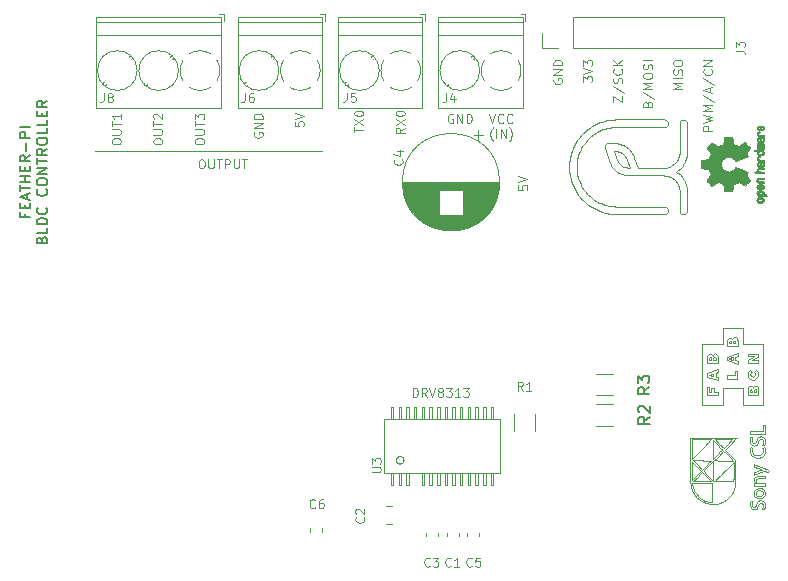
<source format=gbr>
G04 #@! TF.GenerationSoftware,KiCad,Pcbnew,(5.1.10-1-10_14)*
G04 #@! TF.CreationDate,2021-07-05T16:27:43+02:00*
G04 #@! TF.ProjectId,cablebot_camera,6361626c-6562-46f7-945f-63616d657261,1.0*
G04 #@! TF.SameCoordinates,Original*
G04 #@! TF.FileFunction,Legend,Top*
G04 #@! TF.FilePolarity,Positive*
%FSLAX46Y46*%
G04 Gerber Fmt 4.6, Leading zero omitted, Abs format (unit mm)*
G04 Created by KiCad (PCBNEW (5.1.10-1-10_14)) date 2021-07-05 16:27:43*
%MOMM*%
%LPD*%
G01*
G04 APERTURE LIST*
%ADD10C,0.139700*%
%ADD11C,0.101600*%
%ADD12C,0.120000*%
%ADD13C,0.100000*%
%ADD14C,0.150000*%
G04 APERTURE END LIST*
D10*
X119431900Y-88456666D02*
X119431900Y-88753000D01*
X119897566Y-88753000D02*
X119008566Y-88753000D01*
X119008566Y-88329666D01*
X119431900Y-87991000D02*
X119431900Y-87694666D01*
X119897566Y-87567666D02*
X119897566Y-87991000D01*
X119008566Y-87991000D01*
X119008566Y-87567666D01*
X119643566Y-87229000D02*
X119643566Y-86805666D01*
X119897566Y-87313666D02*
X119008566Y-87017333D01*
X119897566Y-86721000D01*
X119008566Y-86551666D02*
X119008566Y-86043666D01*
X119897566Y-86297666D02*
X119008566Y-86297666D01*
X119897566Y-85747333D02*
X119008566Y-85747333D01*
X119431900Y-85747333D02*
X119431900Y-85239333D01*
X119897566Y-85239333D02*
X119008566Y-85239333D01*
X119431900Y-84816000D02*
X119431900Y-84519666D01*
X119897566Y-84392666D02*
X119897566Y-84816000D01*
X119008566Y-84816000D01*
X119008566Y-84392666D01*
X119897566Y-83503666D02*
X119474233Y-83800000D01*
X119897566Y-84011666D02*
X119008566Y-84011666D01*
X119008566Y-83673000D01*
X119050900Y-83588333D01*
X119093233Y-83546000D01*
X119177900Y-83503666D01*
X119304900Y-83503666D01*
X119389566Y-83546000D01*
X119431900Y-83588333D01*
X119474233Y-83673000D01*
X119474233Y-84011666D01*
X119558900Y-83122666D02*
X119558900Y-82445333D01*
X119897566Y-82022000D02*
X119008566Y-82022000D01*
X119008566Y-81683333D01*
X119050900Y-81598666D01*
X119093233Y-81556333D01*
X119177900Y-81514000D01*
X119304900Y-81514000D01*
X119389566Y-81556333D01*
X119431900Y-81598666D01*
X119474233Y-81683333D01*
X119474233Y-82022000D01*
X119897566Y-81133000D02*
X119008566Y-81133000D01*
X120905100Y-90658000D02*
X120947433Y-90531000D01*
X120989766Y-90488666D01*
X121074433Y-90446333D01*
X121201433Y-90446333D01*
X121286100Y-90488666D01*
X121328433Y-90531000D01*
X121370766Y-90615666D01*
X121370766Y-90954333D01*
X120481766Y-90954333D01*
X120481766Y-90658000D01*
X120524100Y-90573333D01*
X120566433Y-90531000D01*
X120651100Y-90488666D01*
X120735766Y-90488666D01*
X120820433Y-90531000D01*
X120862766Y-90573333D01*
X120905100Y-90658000D01*
X120905100Y-90954333D01*
X121370766Y-89642000D02*
X121370766Y-90065333D01*
X120481766Y-90065333D01*
X121370766Y-89345666D02*
X120481766Y-89345666D01*
X120481766Y-89134000D01*
X120524100Y-89007000D01*
X120608766Y-88922333D01*
X120693433Y-88880000D01*
X120862766Y-88837666D01*
X120989766Y-88837666D01*
X121159100Y-88880000D01*
X121243766Y-88922333D01*
X121328433Y-89007000D01*
X121370766Y-89134000D01*
X121370766Y-89345666D01*
X121286100Y-87948666D02*
X121328433Y-87991000D01*
X121370766Y-88118000D01*
X121370766Y-88202666D01*
X121328433Y-88329666D01*
X121243766Y-88414333D01*
X121159100Y-88456666D01*
X120989766Y-88499000D01*
X120862766Y-88499000D01*
X120693433Y-88456666D01*
X120608766Y-88414333D01*
X120524100Y-88329666D01*
X120481766Y-88202666D01*
X120481766Y-88118000D01*
X120524100Y-87991000D01*
X120566433Y-87948666D01*
X121286100Y-86382333D02*
X121328433Y-86424666D01*
X121370766Y-86551666D01*
X121370766Y-86636333D01*
X121328433Y-86763333D01*
X121243766Y-86848000D01*
X121159100Y-86890333D01*
X120989766Y-86932666D01*
X120862766Y-86932666D01*
X120693433Y-86890333D01*
X120608766Y-86848000D01*
X120524100Y-86763333D01*
X120481766Y-86636333D01*
X120481766Y-86551666D01*
X120524100Y-86424666D01*
X120566433Y-86382333D01*
X120481766Y-85832000D02*
X120481766Y-85662666D01*
X120524100Y-85578000D01*
X120608766Y-85493333D01*
X120778100Y-85451000D01*
X121074433Y-85451000D01*
X121243766Y-85493333D01*
X121328433Y-85578000D01*
X121370766Y-85662666D01*
X121370766Y-85832000D01*
X121328433Y-85916666D01*
X121243766Y-86001333D01*
X121074433Y-86043666D01*
X120778100Y-86043666D01*
X120608766Y-86001333D01*
X120524100Y-85916666D01*
X120481766Y-85832000D01*
X121370766Y-85070000D02*
X120481766Y-85070000D01*
X121370766Y-84562000D01*
X120481766Y-84562000D01*
X120481766Y-84265666D02*
X120481766Y-83757666D01*
X121370766Y-84011666D02*
X120481766Y-84011666D01*
X121370766Y-82953333D02*
X120947433Y-83249666D01*
X121370766Y-83461333D02*
X120481766Y-83461333D01*
X120481766Y-83122666D01*
X120524100Y-83038000D01*
X120566433Y-82995666D01*
X120651100Y-82953333D01*
X120778100Y-82953333D01*
X120862766Y-82995666D01*
X120905100Y-83038000D01*
X120947433Y-83122666D01*
X120947433Y-83461333D01*
X120481766Y-82403000D02*
X120481766Y-82233666D01*
X120524100Y-82149000D01*
X120608766Y-82064333D01*
X120778100Y-82022000D01*
X121074433Y-82022000D01*
X121243766Y-82064333D01*
X121328433Y-82149000D01*
X121370766Y-82233666D01*
X121370766Y-82403000D01*
X121328433Y-82487666D01*
X121243766Y-82572333D01*
X121074433Y-82614666D01*
X120778100Y-82614666D01*
X120608766Y-82572333D01*
X120524100Y-82487666D01*
X120481766Y-82403000D01*
X121370766Y-81217666D02*
X121370766Y-81641000D01*
X120481766Y-81641000D01*
X121370766Y-80498000D02*
X121370766Y-80921333D01*
X120481766Y-80921333D01*
X120905100Y-80201666D02*
X120905100Y-79905333D01*
X121370766Y-79778333D02*
X121370766Y-80201666D01*
X120481766Y-80201666D01*
X120481766Y-79778333D01*
X121370766Y-78889333D02*
X120947433Y-79185666D01*
X121370766Y-79397333D02*
X120481766Y-79397333D01*
X120481766Y-79058666D01*
X120524100Y-78974000D01*
X120566433Y-78931666D01*
X120651100Y-78889333D01*
X120778100Y-78889333D01*
X120862766Y-78931666D01*
X120905100Y-78974000D01*
X120947433Y-79058666D01*
X120947433Y-79397333D01*
D11*
X133864714Y-82413095D02*
X133864714Y-82267952D01*
X133901000Y-82195380D01*
X133973571Y-82122809D01*
X134118714Y-82086523D01*
X134372714Y-82086523D01*
X134517857Y-82122809D01*
X134590428Y-82195380D01*
X134626714Y-82267952D01*
X134626714Y-82413095D01*
X134590428Y-82485666D01*
X134517857Y-82558238D01*
X134372714Y-82594523D01*
X134118714Y-82594523D01*
X133973571Y-82558238D01*
X133901000Y-82485666D01*
X133864714Y-82413095D01*
X133864714Y-81759952D02*
X134481571Y-81759952D01*
X134554142Y-81723666D01*
X134590428Y-81687380D01*
X134626714Y-81614809D01*
X134626714Y-81469666D01*
X134590428Y-81397095D01*
X134554142Y-81360809D01*
X134481571Y-81324523D01*
X133864714Y-81324523D01*
X133864714Y-81070523D02*
X133864714Y-80635095D01*
X134626714Y-80852809D02*
X133864714Y-80852809D01*
X133864714Y-80453666D02*
X133864714Y-79981952D01*
X134155000Y-80235952D01*
X134155000Y-80127095D01*
X134191285Y-80054523D01*
X134227571Y-80018238D01*
X134300142Y-79981952D01*
X134481571Y-79981952D01*
X134554142Y-80018238D01*
X134590428Y-80054523D01*
X134626714Y-80127095D01*
X134626714Y-80344809D01*
X134590428Y-80417380D01*
X134554142Y-80453666D01*
X130342214Y-82413095D02*
X130342214Y-82267952D01*
X130378500Y-82195380D01*
X130451071Y-82122809D01*
X130596214Y-82086523D01*
X130850214Y-82086523D01*
X130995357Y-82122809D01*
X131067928Y-82195380D01*
X131104214Y-82267952D01*
X131104214Y-82413095D01*
X131067928Y-82485666D01*
X130995357Y-82558238D01*
X130850214Y-82594523D01*
X130596214Y-82594523D01*
X130451071Y-82558238D01*
X130378500Y-82485666D01*
X130342214Y-82413095D01*
X130342214Y-81759952D02*
X130959071Y-81759952D01*
X131031642Y-81723666D01*
X131067928Y-81687380D01*
X131104214Y-81614809D01*
X131104214Y-81469666D01*
X131067928Y-81397095D01*
X131031642Y-81360809D01*
X130959071Y-81324523D01*
X130342214Y-81324523D01*
X130342214Y-81070523D02*
X130342214Y-80635095D01*
X131104214Y-80852809D02*
X130342214Y-80852809D01*
X130414785Y-80417380D02*
X130378500Y-80381095D01*
X130342214Y-80308523D01*
X130342214Y-80127095D01*
X130378500Y-80054523D01*
X130414785Y-80018238D01*
X130487357Y-79981952D01*
X130559928Y-79981952D01*
X130668785Y-80018238D01*
X131104214Y-80453666D01*
X131104214Y-79981952D01*
X126819714Y-82413095D02*
X126819714Y-82267952D01*
X126856000Y-82195380D01*
X126928571Y-82122809D01*
X127073714Y-82086523D01*
X127327714Y-82086523D01*
X127472857Y-82122809D01*
X127545428Y-82195380D01*
X127581714Y-82267952D01*
X127581714Y-82413095D01*
X127545428Y-82485666D01*
X127472857Y-82558238D01*
X127327714Y-82594523D01*
X127073714Y-82594523D01*
X126928571Y-82558238D01*
X126856000Y-82485666D01*
X126819714Y-82413095D01*
X126819714Y-81759952D02*
X127436571Y-81759952D01*
X127509142Y-81723666D01*
X127545428Y-81687380D01*
X127581714Y-81614809D01*
X127581714Y-81469666D01*
X127545428Y-81397095D01*
X127509142Y-81360809D01*
X127436571Y-81324523D01*
X126819714Y-81324523D01*
X126819714Y-81070523D02*
X126819714Y-80635095D01*
X127581714Y-80852809D02*
X126819714Y-80852809D01*
X127581714Y-79981952D02*
X127581714Y-80417380D01*
X127581714Y-80199666D02*
X126819714Y-80199666D01*
X126928571Y-80272238D01*
X127001142Y-80344809D01*
X127037428Y-80417380D01*
X151606714Y-81201000D02*
X151243857Y-81455000D01*
X151606714Y-81636428D02*
X150844714Y-81636428D01*
X150844714Y-81346143D01*
X150881000Y-81273571D01*
X150917285Y-81237285D01*
X150989857Y-81201000D01*
X151098714Y-81201000D01*
X151171285Y-81237285D01*
X151207571Y-81273571D01*
X151243857Y-81346143D01*
X151243857Y-81636428D01*
X150844714Y-80947000D02*
X151606714Y-80439000D01*
X150844714Y-80439000D02*
X151606714Y-80947000D01*
X150844714Y-80003571D02*
X150844714Y-79931000D01*
X150881000Y-79858428D01*
X150917285Y-79822143D01*
X150989857Y-79785857D01*
X151135000Y-79749571D01*
X151316428Y-79749571D01*
X151461571Y-79785857D01*
X151534142Y-79822143D01*
X151570428Y-79858428D01*
X151606714Y-79931000D01*
X151606714Y-80003571D01*
X151570428Y-80076143D01*
X151534142Y-80112428D01*
X151461571Y-80148714D01*
X151316428Y-80185000D01*
X151135000Y-80185000D01*
X150989857Y-80148714D01*
X150917285Y-80112428D01*
X150881000Y-80076143D01*
X150844714Y-80003571D01*
X147344714Y-81563856D02*
X147344714Y-81128428D01*
X148106714Y-81346142D02*
X147344714Y-81346142D01*
X147344714Y-80946999D02*
X148106714Y-80438999D01*
X147344714Y-80438999D02*
X148106714Y-80946999D01*
X147344714Y-80003570D02*
X147344714Y-79930999D01*
X147381000Y-79858428D01*
X147417285Y-79822142D01*
X147489857Y-79785856D01*
X147635000Y-79749570D01*
X147816428Y-79749570D01*
X147961571Y-79785856D01*
X148034142Y-79822142D01*
X148070428Y-79858428D01*
X148106714Y-79930999D01*
X148106714Y-80003570D01*
X148070428Y-80076142D01*
X148034142Y-80112428D01*
X147961571Y-80148713D01*
X147816428Y-80184999D01*
X147635000Y-80184999D01*
X147489857Y-80148713D01*
X147417285Y-80112428D01*
X147381000Y-80076142D01*
X147344714Y-80003570D01*
X161244714Y-86061951D02*
X161244714Y-86424809D01*
X161607571Y-86461094D01*
X161571285Y-86424809D01*
X161535000Y-86352237D01*
X161535000Y-86170809D01*
X161571285Y-86098237D01*
X161607571Y-86061951D01*
X161680142Y-86025666D01*
X161861571Y-86025666D01*
X161934142Y-86061951D01*
X161970428Y-86098237D01*
X162006714Y-86170809D01*
X162006714Y-86352237D01*
X161970428Y-86424809D01*
X161934142Y-86461094D01*
X161244714Y-85807951D02*
X162006714Y-85553951D01*
X161244714Y-85299951D01*
X125407000Y-83143000D02*
X144607000Y-83143000D01*
X134349571Y-83850714D02*
X134494714Y-83850714D01*
X134567285Y-83887000D01*
X134639857Y-83959571D01*
X134676142Y-84104714D01*
X134676142Y-84358714D01*
X134639857Y-84503857D01*
X134567285Y-84576428D01*
X134494714Y-84612714D01*
X134349571Y-84612714D01*
X134277000Y-84576428D01*
X134204428Y-84503857D01*
X134168142Y-84358714D01*
X134168142Y-84104714D01*
X134204428Y-83959571D01*
X134277000Y-83887000D01*
X134349571Y-83850714D01*
X135002714Y-83850714D02*
X135002714Y-84467571D01*
X135039000Y-84540142D01*
X135075285Y-84576428D01*
X135147857Y-84612714D01*
X135293000Y-84612714D01*
X135365571Y-84576428D01*
X135401857Y-84540142D01*
X135438142Y-84467571D01*
X135438142Y-83850714D01*
X135692142Y-83850714D02*
X136127571Y-83850714D01*
X135909857Y-84612714D02*
X135909857Y-83850714D01*
X136381571Y-84612714D02*
X136381571Y-83850714D01*
X136671857Y-83850714D01*
X136744428Y-83887000D01*
X136780714Y-83923285D01*
X136817000Y-83995857D01*
X136817000Y-84104714D01*
X136780714Y-84177285D01*
X136744428Y-84213571D01*
X136671857Y-84249857D01*
X136381571Y-84249857D01*
X137143571Y-83850714D02*
X137143571Y-84467571D01*
X137179857Y-84540142D01*
X137216142Y-84576428D01*
X137288714Y-84612714D01*
X137433857Y-84612714D01*
X137506428Y-84576428D01*
X137542714Y-84540142D01*
X137579000Y-84467571D01*
X137579000Y-83850714D01*
X137833000Y-83850714D02*
X138268428Y-83850714D01*
X138050714Y-84612714D02*
X138050714Y-83850714D01*
X142319714Y-80671380D02*
X142319714Y-81034238D01*
X142682571Y-81070523D01*
X142646285Y-81034238D01*
X142610000Y-80961666D01*
X142610000Y-80780238D01*
X142646285Y-80707666D01*
X142682571Y-80671380D01*
X142755142Y-80635095D01*
X142936571Y-80635095D01*
X143009142Y-80671380D01*
X143045428Y-80707666D01*
X143081714Y-80780238D01*
X143081714Y-80961666D01*
X143045428Y-81034238D01*
X143009142Y-81070523D01*
X142319714Y-80417380D02*
X143081714Y-80163380D01*
X142319714Y-79909380D01*
X138856000Y-81578523D02*
X138819714Y-81651094D01*
X138819714Y-81759952D01*
X138856000Y-81868809D01*
X138928571Y-81941380D01*
X139001142Y-81977666D01*
X139146285Y-82013952D01*
X139255142Y-82013952D01*
X139400285Y-81977666D01*
X139472857Y-81941380D01*
X139545428Y-81868809D01*
X139581714Y-81759952D01*
X139581714Y-81687380D01*
X139545428Y-81578523D01*
X139509142Y-81542237D01*
X139255142Y-81542237D01*
X139255142Y-81687380D01*
X139581714Y-81215666D02*
X138819714Y-81215666D01*
X139581714Y-80780237D01*
X138819714Y-80780237D01*
X139581714Y-80417380D02*
X138819714Y-80417380D01*
X138819714Y-80235952D01*
X138856000Y-80127094D01*
X138928571Y-80054523D01*
X139001142Y-80018237D01*
X139146285Y-79981952D01*
X139255142Y-79981952D01*
X139400285Y-80018237D01*
X139472857Y-80054523D01*
X139545428Y-80127094D01*
X139581714Y-80235952D01*
X139581714Y-80417380D01*
X158766000Y-80025714D02*
X159020000Y-80787714D01*
X159274000Y-80025714D01*
X159963428Y-80715142D02*
X159927142Y-80751428D01*
X159818285Y-80787714D01*
X159745714Y-80787714D01*
X159636857Y-80751428D01*
X159564285Y-80678857D01*
X159528000Y-80606285D01*
X159491714Y-80461142D01*
X159491714Y-80352285D01*
X159528000Y-80207142D01*
X159564285Y-80134571D01*
X159636857Y-80062000D01*
X159745714Y-80025714D01*
X159818285Y-80025714D01*
X159927142Y-80062000D01*
X159963428Y-80098285D01*
X160725428Y-80715142D02*
X160689142Y-80751428D01*
X160580285Y-80787714D01*
X160507714Y-80787714D01*
X160398857Y-80751428D01*
X160326285Y-80678857D01*
X160290000Y-80606285D01*
X160253714Y-80461142D01*
X160253714Y-80352285D01*
X160290000Y-80207142D01*
X160326285Y-80134571D01*
X160398857Y-80062000D01*
X160507714Y-80025714D01*
X160580285Y-80025714D01*
X160689142Y-80062000D01*
X160725428Y-80098285D01*
X159092571Y-82322600D02*
X159056285Y-82286314D01*
X158983714Y-82177457D01*
X158947428Y-82104885D01*
X158911142Y-81996028D01*
X158874857Y-81814600D01*
X158874857Y-81669457D01*
X158911142Y-81488028D01*
X158947428Y-81379171D01*
X158983714Y-81306600D01*
X159056285Y-81197742D01*
X159092571Y-81161457D01*
X159382857Y-82032314D02*
X159382857Y-81270314D01*
X159745714Y-82032314D02*
X159745714Y-81270314D01*
X160181142Y-82032314D01*
X160181142Y-81270314D01*
X160471428Y-82322600D02*
X160507714Y-82286314D01*
X160580285Y-82177457D01*
X160616571Y-82104885D01*
X160652857Y-81996028D01*
X160689142Y-81814600D01*
X160689142Y-81669457D01*
X160652857Y-81488028D01*
X160616571Y-81379171D01*
X160580285Y-81306600D01*
X160507714Y-81197742D01*
X160471428Y-81161457D01*
X155701428Y-80062000D02*
X155628857Y-80025714D01*
X155520000Y-80025714D01*
X155411142Y-80062000D01*
X155338571Y-80134571D01*
X155302285Y-80207142D01*
X155266000Y-80352285D01*
X155266000Y-80461142D01*
X155302285Y-80606285D01*
X155338571Y-80678857D01*
X155411142Y-80751428D01*
X155520000Y-80787714D01*
X155592571Y-80787714D01*
X155701428Y-80751428D01*
X155737714Y-80715142D01*
X155737714Y-80461142D01*
X155592571Y-80461142D01*
X156064285Y-80787714D02*
X156064285Y-80025714D01*
X156499714Y-80787714D01*
X156499714Y-80025714D01*
X156862571Y-80787714D02*
X156862571Y-80025714D01*
X157044000Y-80025714D01*
X157152857Y-80062000D01*
X157225428Y-80134571D01*
X157261714Y-80207142D01*
X157298000Y-80352285D01*
X157298000Y-80461142D01*
X157261714Y-80606285D01*
X157225428Y-80678857D01*
X157152857Y-80751428D01*
X157044000Y-80787714D01*
X156862571Y-80787714D01*
X164226000Y-77048571D02*
X164189714Y-77121142D01*
X164189714Y-77230000D01*
X164226000Y-77338857D01*
X164298571Y-77411428D01*
X164371142Y-77447714D01*
X164516285Y-77484000D01*
X164625142Y-77484000D01*
X164770285Y-77447714D01*
X164842857Y-77411428D01*
X164915428Y-77338857D01*
X164951714Y-77230000D01*
X164951714Y-77157428D01*
X164915428Y-77048571D01*
X164879142Y-77012285D01*
X164625142Y-77012285D01*
X164625142Y-77157428D01*
X164951714Y-76685714D02*
X164189714Y-76685714D01*
X164951714Y-76250285D01*
X164189714Y-76250285D01*
X164951714Y-75887428D02*
X164189714Y-75887428D01*
X164189714Y-75706000D01*
X164226000Y-75597142D01*
X164298571Y-75524571D01*
X164371142Y-75488285D01*
X164516285Y-75452000D01*
X164625142Y-75452000D01*
X164770285Y-75488285D01*
X164842857Y-75524571D01*
X164915428Y-75597142D01*
X164951714Y-75706000D01*
X164951714Y-75887428D01*
X166729714Y-77302571D02*
X166729714Y-76830857D01*
X167020000Y-77084857D01*
X167020000Y-76976000D01*
X167056285Y-76903428D01*
X167092571Y-76867143D01*
X167165142Y-76830857D01*
X167346571Y-76830857D01*
X167419142Y-76867143D01*
X167455428Y-76903428D01*
X167491714Y-76976000D01*
X167491714Y-77193714D01*
X167455428Y-77266285D01*
X167419142Y-77302571D01*
X166729714Y-76613143D02*
X167491714Y-76359143D01*
X166729714Y-76105143D01*
X166729714Y-75923714D02*
X166729714Y-75452000D01*
X167020000Y-75706000D01*
X167020000Y-75597143D01*
X167056285Y-75524571D01*
X167092571Y-75488285D01*
X167165142Y-75452000D01*
X167346571Y-75452000D01*
X167419142Y-75488285D01*
X167455428Y-75524571D01*
X167491714Y-75597143D01*
X167491714Y-75814857D01*
X167455428Y-75887428D01*
X167419142Y-75923714D01*
X169269714Y-78971714D02*
X169269714Y-78463714D01*
X170031714Y-78971714D01*
X170031714Y-78463714D01*
X169233428Y-77629142D02*
X170213142Y-78282285D01*
X169995428Y-77411428D02*
X170031714Y-77302571D01*
X170031714Y-77121142D01*
X169995428Y-77048571D01*
X169959142Y-77012285D01*
X169886571Y-76975999D01*
X169814000Y-76975999D01*
X169741428Y-77012285D01*
X169705142Y-77048571D01*
X169668857Y-77121142D01*
X169632571Y-77266285D01*
X169596285Y-77338856D01*
X169560000Y-77375142D01*
X169487428Y-77411428D01*
X169414857Y-77411428D01*
X169342285Y-77375142D01*
X169306000Y-77338856D01*
X169269714Y-77266285D01*
X169269714Y-77084856D01*
X169306000Y-76975999D01*
X169959142Y-76213999D02*
X169995428Y-76250285D01*
X170031714Y-76359142D01*
X170031714Y-76431714D01*
X169995428Y-76540571D01*
X169922857Y-76613142D01*
X169850285Y-76649428D01*
X169705142Y-76685714D01*
X169596285Y-76685714D01*
X169451142Y-76649428D01*
X169378571Y-76613142D01*
X169306000Y-76540571D01*
X169269714Y-76431714D01*
X169269714Y-76359142D01*
X169306000Y-76250285D01*
X169342285Y-76213999D01*
X170031714Y-75887428D02*
X169269714Y-75887428D01*
X170031714Y-75451999D02*
X169596285Y-75778571D01*
X169269714Y-75451999D02*
X169705142Y-75887428D01*
X172172571Y-79189428D02*
X172208857Y-79080571D01*
X172245142Y-79044285D01*
X172317714Y-79007999D01*
X172426571Y-79007999D01*
X172499142Y-79044285D01*
X172535428Y-79080571D01*
X172571714Y-79153142D01*
X172571714Y-79443428D01*
X171809714Y-79443428D01*
X171809714Y-79189428D01*
X171846000Y-79116857D01*
X171882285Y-79080571D01*
X171954857Y-79044285D01*
X172027428Y-79044285D01*
X172100000Y-79080571D01*
X172136285Y-79116857D01*
X172172571Y-79189428D01*
X172172571Y-79443428D01*
X171773428Y-78137142D02*
X172753142Y-78790285D01*
X172571714Y-77883142D02*
X171809714Y-77883142D01*
X172354000Y-77629142D01*
X171809714Y-77375142D01*
X172571714Y-77375142D01*
X171809714Y-76867142D02*
X171809714Y-76721999D01*
X171846000Y-76649428D01*
X171918571Y-76576857D01*
X172063714Y-76540571D01*
X172317714Y-76540571D01*
X172462857Y-76576857D01*
X172535428Y-76649428D01*
X172571714Y-76721999D01*
X172571714Y-76867142D01*
X172535428Y-76939714D01*
X172462857Y-77012285D01*
X172317714Y-77048571D01*
X172063714Y-77048571D01*
X171918571Y-77012285D01*
X171846000Y-76939714D01*
X171809714Y-76867142D01*
X172535428Y-76250285D02*
X172571714Y-76141428D01*
X172571714Y-75959999D01*
X172535428Y-75887428D01*
X172499142Y-75851142D01*
X172426571Y-75814857D01*
X172354000Y-75814857D01*
X172281428Y-75851142D01*
X172245142Y-75887428D01*
X172208857Y-75959999D01*
X172172571Y-76105142D01*
X172136285Y-76177714D01*
X172100000Y-76213999D01*
X172027428Y-76250285D01*
X171954857Y-76250285D01*
X171882285Y-76213999D01*
X171846000Y-76177714D01*
X171809714Y-76105142D01*
X171809714Y-75923714D01*
X171846000Y-75814857D01*
X172571714Y-75488285D02*
X171809714Y-75488285D01*
X175111714Y-77883142D02*
X174349714Y-77883142D01*
X174894000Y-77629142D01*
X174349714Y-77375142D01*
X175111714Y-77375142D01*
X175111714Y-77012285D02*
X174349714Y-77012285D01*
X175075428Y-76685714D02*
X175111714Y-76576856D01*
X175111714Y-76395428D01*
X175075428Y-76322856D01*
X175039142Y-76286571D01*
X174966571Y-76250285D01*
X174894000Y-76250285D01*
X174821428Y-76286571D01*
X174785142Y-76322856D01*
X174748857Y-76395428D01*
X174712571Y-76540571D01*
X174676285Y-76613142D01*
X174640000Y-76649428D01*
X174567428Y-76685714D01*
X174494857Y-76685714D01*
X174422285Y-76649428D01*
X174386000Y-76613142D01*
X174349714Y-76540571D01*
X174349714Y-76359142D01*
X174386000Y-76250285D01*
X174349714Y-75778571D02*
X174349714Y-75633428D01*
X174386000Y-75560856D01*
X174458571Y-75488285D01*
X174603714Y-75451999D01*
X174857714Y-75451999D01*
X175002857Y-75488285D01*
X175075428Y-75560856D01*
X175111714Y-75633428D01*
X175111714Y-75778571D01*
X175075428Y-75851142D01*
X175002857Y-75923714D01*
X174857714Y-75959999D01*
X174603714Y-75959999D01*
X174458571Y-75923714D01*
X174386000Y-75851142D01*
X174349714Y-75778571D01*
X177651714Y-81439142D02*
X176889714Y-81439142D01*
X176889714Y-81148856D01*
X176926000Y-81076285D01*
X176962285Y-81039999D01*
X177034857Y-81003714D01*
X177143714Y-81003714D01*
X177216285Y-81039999D01*
X177252571Y-81076285D01*
X177288857Y-81148856D01*
X177288857Y-81439142D01*
X176889714Y-80749714D02*
X177651714Y-80568285D01*
X177107428Y-80423142D01*
X177651714Y-80277999D01*
X176889714Y-80096571D01*
X177651714Y-79806285D02*
X176889714Y-79806285D01*
X177434000Y-79552285D01*
X176889714Y-79298285D01*
X177651714Y-79298285D01*
X176853428Y-78391142D02*
X177833142Y-79044285D01*
X177434000Y-78173428D02*
X177434000Y-77810571D01*
X177651714Y-78245999D02*
X176889714Y-77991999D01*
X177651714Y-77737999D01*
X176853428Y-76939714D02*
X177833142Y-77592856D01*
X177579142Y-76250285D02*
X177615428Y-76286571D01*
X177651714Y-76395428D01*
X177651714Y-76467999D01*
X177615428Y-76576856D01*
X177542857Y-76649428D01*
X177470285Y-76685714D01*
X177325142Y-76721999D01*
X177216285Y-76721999D01*
X177071142Y-76685714D01*
X176998571Y-76649428D01*
X176926000Y-76576856D01*
X176889714Y-76467999D01*
X176889714Y-76395428D01*
X176926000Y-76286571D01*
X176962285Y-76250285D01*
X177651714Y-75923714D02*
X176889714Y-75923714D01*
X177651714Y-75488285D01*
X176889714Y-75488285D01*
X151579311Y-109343000D02*
G75*
G03*
X151579311Y-109343000I-347311J0D01*
G01*
X151561989Y-109337200D02*
G75*
G03*
X151561989Y-109337200I-323289J0D01*
G01*
X149882340Y-110365900D02*
X149882340Y-105870100D01*
X159681660Y-105837080D02*
X149882340Y-105837080D01*
X159681660Y-105870100D02*
X159681660Y-110365900D01*
X149882340Y-110398920D02*
X159681660Y-110398920D01*
X150456380Y-105837080D02*
X150456380Y-104818540D01*
X150456380Y-104818540D02*
X150659580Y-104818540D01*
X150659580Y-105837080D02*
X150659580Y-104818540D01*
X150456380Y-105837080D02*
X150659580Y-105837080D01*
X151106620Y-105837080D02*
X151106620Y-104818540D01*
X151106620Y-104818540D02*
X151309820Y-104818540D01*
X151309820Y-105837080D02*
X151309820Y-104818540D01*
X151106620Y-105837080D02*
X151309820Y-105837080D01*
X151756860Y-105837080D02*
X151756860Y-104818540D01*
X151756860Y-104818540D02*
X151960060Y-104818540D01*
X151960060Y-105837080D02*
X151960060Y-104818540D01*
X151756860Y-105837080D02*
X151960060Y-105837080D01*
X152407100Y-105837080D02*
X152407100Y-104818540D01*
X152407100Y-104818540D02*
X152610300Y-104818540D01*
X152610300Y-105837080D02*
X152610300Y-104818540D01*
X152407100Y-105837080D02*
X152610300Y-105837080D01*
X153057340Y-105837080D02*
X153057340Y-104818540D01*
X153057340Y-104818540D02*
X153260540Y-104818540D01*
X153260540Y-105837080D02*
X153260540Y-104818540D01*
X153057340Y-105837080D02*
X153260540Y-105837080D01*
X153707580Y-105837080D02*
X153707580Y-104818540D01*
X153707580Y-104818540D02*
X153910780Y-104818540D01*
X153910780Y-105837080D02*
X153910780Y-104818540D01*
X153707580Y-105837080D02*
X153910780Y-105837080D01*
X154357820Y-105837080D02*
X154357820Y-104818540D01*
X154357820Y-104818540D02*
X154561020Y-104818540D01*
X154561020Y-105837080D02*
X154561020Y-104818540D01*
X154357820Y-105837080D02*
X154561020Y-105837080D01*
X155002980Y-105837080D02*
X155002980Y-104818540D01*
X155002980Y-104818540D02*
X155206180Y-104818540D01*
X155206180Y-105837080D02*
X155206180Y-104818540D01*
X155002980Y-105837080D02*
X155206180Y-105837080D01*
X155653220Y-105837080D02*
X155653220Y-104818540D01*
X155653220Y-104818540D02*
X155856420Y-104818540D01*
X155856420Y-105837080D02*
X155856420Y-104818540D01*
X155653220Y-105837080D02*
X155856420Y-105837080D01*
X156303460Y-105837080D02*
X156303460Y-104818540D01*
X156303460Y-104818540D02*
X156506660Y-104818540D01*
X156506660Y-105837080D02*
X156506660Y-104818540D01*
X156303460Y-105837080D02*
X156506660Y-105837080D01*
X156953700Y-105837080D02*
X156953700Y-104818540D01*
X156953700Y-104818540D02*
X157156900Y-104818540D01*
X157156900Y-105837080D02*
X157156900Y-104818540D01*
X156953700Y-105837080D02*
X157156900Y-105837080D01*
X157603940Y-105837080D02*
X157603940Y-104818540D01*
X157603940Y-104818540D02*
X157807140Y-104818540D01*
X157807140Y-105837080D02*
X157807140Y-104818540D01*
X157603940Y-105837080D02*
X157807140Y-105837080D01*
X158254180Y-105837080D02*
X158254180Y-104818540D01*
X158254180Y-104818540D02*
X158457380Y-104818540D01*
X158457380Y-105837080D02*
X158457380Y-104818540D01*
X158254180Y-105837080D02*
X158457380Y-105837080D01*
X158904420Y-105837080D02*
X158904420Y-104818540D01*
X158904420Y-104818540D02*
X159107620Y-104818540D01*
X159107620Y-105837080D02*
X159107620Y-104818540D01*
X158904420Y-105837080D02*
X159107620Y-105837080D01*
X158904420Y-111417460D02*
X158904420Y-110398920D01*
X158904420Y-110398920D02*
X159107620Y-110398920D01*
X159107620Y-111417460D02*
X159107620Y-110398920D01*
X158904420Y-111417460D02*
X159107620Y-111417460D01*
X158254180Y-111417460D02*
X158254180Y-110398920D01*
X158254180Y-110398920D02*
X158457380Y-110398920D01*
X158457380Y-111417460D02*
X158457380Y-110398920D01*
X158254180Y-111417460D02*
X158457380Y-111417460D01*
X157603940Y-111417460D02*
X157603940Y-110398920D01*
X157603940Y-110398920D02*
X157807140Y-110398920D01*
X157807140Y-111417460D02*
X157807140Y-110398920D01*
X157603940Y-111417460D02*
X157807140Y-111417460D01*
X156953700Y-111417460D02*
X156953700Y-110398920D01*
X156953700Y-110398920D02*
X157156900Y-110398920D01*
X157156900Y-111417460D02*
X157156900Y-110398920D01*
X156953700Y-111417460D02*
X157156900Y-111417460D01*
X156303460Y-111417460D02*
X156303460Y-110398920D01*
X156303460Y-110398920D02*
X156506660Y-110398920D01*
X156506660Y-111417460D02*
X156506660Y-110398920D01*
X156303460Y-111417460D02*
X156506660Y-111417460D01*
X155653220Y-111417460D02*
X155653220Y-110398920D01*
X155653220Y-110398920D02*
X155856420Y-110398920D01*
X155856420Y-111417460D02*
X155856420Y-110398920D01*
X155653220Y-111417460D02*
X155856420Y-111417460D01*
X155002980Y-111417460D02*
X155002980Y-110398920D01*
X155002980Y-110398920D02*
X155206180Y-110398920D01*
X155206180Y-111417460D02*
X155206180Y-110398920D01*
X155002980Y-111417460D02*
X155206180Y-111417460D01*
X154357820Y-111417460D02*
X154357820Y-110398920D01*
X154357820Y-110398920D02*
X154561020Y-110398920D01*
X154561020Y-111417460D02*
X154561020Y-110398920D01*
X154357820Y-111417460D02*
X154561020Y-111417460D01*
X153707580Y-111417460D02*
X153707580Y-110398920D01*
X153707580Y-110398920D02*
X153910780Y-110398920D01*
X153910780Y-111417460D02*
X153910780Y-110398920D01*
X153707580Y-111417460D02*
X153910780Y-111417460D01*
X153057340Y-111417460D02*
X153057340Y-110398920D01*
X153057340Y-110398920D02*
X153260540Y-110398920D01*
X153260540Y-111417460D02*
X153260540Y-110398920D01*
X153057340Y-111417460D02*
X153260540Y-111417460D01*
X151756860Y-111417460D02*
X151756860Y-110398920D01*
X151756860Y-110398920D02*
X151960060Y-110398920D01*
X151960060Y-111417460D02*
X151960060Y-110398920D01*
X151756860Y-111417460D02*
X151960060Y-111417460D01*
X151106620Y-111417460D02*
X151106620Y-110398920D01*
X151106620Y-110398920D02*
X151309820Y-110398920D01*
X151309820Y-111417460D02*
X151309820Y-110398920D01*
X151106620Y-111417460D02*
X151309820Y-111417460D01*
X150456380Y-111417460D02*
X150456380Y-110398920D01*
X150456380Y-110398920D02*
X150659580Y-110398920D01*
X150659580Y-111417460D02*
X150659580Y-110398920D01*
X150456380Y-111417460D02*
X150659580Y-111417460D01*
D12*
X169284064Y-102008000D02*
X167829936Y-102008000D01*
X169284064Y-103828000D02*
X167829936Y-103828000D01*
X169284064Y-104583000D02*
X167829936Y-104583000D01*
X169284064Y-106403000D02*
X167829936Y-106403000D01*
D13*
X181191461Y-110570058D02*
X181291983Y-110530471D01*
X181291983Y-110530471D02*
X181401922Y-110486685D01*
X181401922Y-110486685D02*
X181497573Y-110448496D01*
X181497573Y-110448496D02*
X181603551Y-110406115D01*
X181603551Y-110406115D02*
X181625680Y-110397258D01*
X180860740Y-108436235D02*
X180855636Y-108538551D01*
X180855636Y-108538551D02*
X180864761Y-108639948D01*
X180864761Y-108639948D02*
X180891624Y-108749810D01*
X180891624Y-108749810D02*
X180934918Y-108847790D01*
X180934918Y-108847790D02*
X180948174Y-108869762D01*
X181464941Y-111918448D02*
X181568226Y-111894425D01*
X181568226Y-111894425D02*
X181677726Y-111891790D01*
X181677726Y-111891790D02*
X181780292Y-111907068D01*
X181780292Y-111907068D02*
X181817950Y-111919590D01*
X181323490Y-112134227D02*
X181344419Y-112031474D01*
X181344419Y-112031474D02*
X181411209Y-111948770D01*
X181411209Y-111948770D02*
X181464941Y-111918448D01*
X181644880Y-112369120D02*
X181535838Y-112361573D01*
X181535838Y-112361573D02*
X181436897Y-112331347D01*
X181436897Y-112331347D02*
X181354761Y-112258829D01*
X181354761Y-112258829D02*
X181324663Y-112162834D01*
X181324663Y-112162834D02*
X181323490Y-112134227D01*
X181932562Y-112237488D02*
X181862975Y-112319097D01*
X181862975Y-112319097D02*
X181761187Y-112358828D01*
X181761187Y-112358828D02*
X181659429Y-112368891D01*
X181659429Y-112368891D02*
X181644880Y-112369120D01*
X182083273Y-112982076D02*
X182083273Y-112982076D01*
X181854023Y-112528404D02*
X181951725Y-112473961D01*
X181951725Y-112473961D02*
X182028195Y-112394698D01*
X182028195Y-112394698D02*
X182080804Y-112296118D01*
X182080804Y-112296118D02*
X182106925Y-112183721D01*
X182106925Y-112183721D02*
X182106562Y-112083471D01*
X182106562Y-112083471D02*
X182096006Y-112021874D01*
X181212767Y-112333752D02*
X181269697Y-112420339D01*
X181269697Y-112420339D02*
X181350358Y-112488462D01*
X181350358Y-112488462D02*
X181449496Y-112536523D01*
X181449496Y-112536523D02*
X181561857Y-112562929D01*
X181561857Y-112562929D02*
X181682184Y-112566085D01*
X181682184Y-112566085D02*
X181805224Y-112544394D01*
X181805224Y-112544394D02*
X181854023Y-112528404D01*
X181254004Y-111861417D02*
X181205077Y-111950677D01*
X181205077Y-111950677D02*
X181177833Y-112055420D01*
X181177833Y-112055420D02*
X181173048Y-112166771D01*
X181173048Y-112166771D02*
X181191496Y-112275853D01*
X181191496Y-112275853D02*
X181212767Y-112333752D01*
X181754748Y-111706973D02*
X181643112Y-111694822D01*
X181643112Y-111694822D02*
X181535231Y-111703014D01*
X181535231Y-111703014D02*
X181435097Y-111730315D01*
X181435097Y-111730315D02*
X181333391Y-111784676D01*
X181333391Y-111784676D02*
X181254004Y-111861417D01*
X182096006Y-112021874D02*
X182058923Y-111917982D01*
X182058923Y-111917982D02*
X182001149Y-111834015D01*
X182001149Y-111834015D02*
X181922281Y-111769598D01*
X181922281Y-111769598D02*
X181821911Y-111724358D01*
X181821911Y-111724358D02*
X181754748Y-111706973D01*
X182405680Y-110154447D02*
X182405680Y-110154447D01*
X182104918Y-113258058D02*
X182106520Y-113152631D01*
X182106520Y-113152631D02*
X182096995Y-113051556D01*
X182096995Y-113051556D02*
X182083273Y-112982076D01*
X182090469Y-113339658D02*
X182104918Y-113258058D01*
X181022202Y-107656458D02*
X181028463Y-107554701D01*
X181028463Y-107554701D02*
X181043140Y-107483796D01*
X181044880Y-107809897D02*
X181022085Y-107708490D01*
X181022085Y-107708490D02*
X181022202Y-107656458D01*
X181173266Y-107893258D02*
X181078889Y-107858041D01*
X181078889Y-107858041D02*
X181044880Y-107809897D01*
X176192716Y-109734932D02*
X176268629Y-109810937D01*
X176268629Y-109810937D02*
X176347045Y-109890014D01*
X176347045Y-109890014D02*
X176422866Y-109966980D01*
X176422866Y-109966980D02*
X176501240Y-110047196D01*
X176501240Y-110047196D02*
X176561046Y-110109258D01*
X177185674Y-109758864D02*
X177185674Y-109758864D01*
X176801669Y-110142779D02*
X176414049Y-109749219D01*
X177185674Y-109758864D02*
X176801669Y-110142779D01*
X177569679Y-109369228D02*
X177493132Y-109449173D01*
X177493132Y-109449173D02*
X177415053Y-109528397D01*
X177415053Y-109528397D02*
X177334776Y-109609345D01*
X177334776Y-109609345D02*
X177262812Y-109681626D01*
X177262812Y-109681626D02*
X177185674Y-109758864D01*
X176561046Y-110109258D02*
X176693540Y-110248458D01*
X175956879Y-109499805D02*
X176192716Y-109734932D01*
X175957156Y-110248532D02*
X175956879Y-109499805D01*
X175957433Y-110997258D02*
X175957156Y-110248532D01*
X176325486Y-110622858D02*
X175957433Y-110997258D01*
X181938976Y-112033976D02*
X181956919Y-112134847D01*
X181956919Y-112134847D02*
X181932562Y-112237488D01*
X181817950Y-111919590D02*
X181900696Y-111979612D01*
X181900696Y-111979612D02*
X181938976Y-112033976D01*
X176693540Y-110248458D02*
X176325486Y-110622858D01*
X181058537Y-108303658D02*
X180993319Y-108267658D01*
X181138830Y-108814133D02*
X181071740Y-108728523D01*
X181071740Y-108728523D02*
X181031102Y-108620166D01*
X181031102Y-108620166D02*
X181018457Y-108516396D01*
X181018457Y-108516396D02*
X181027287Y-108408896D01*
X181027287Y-108408896D02*
X181058537Y-108303658D01*
X181516992Y-108926397D02*
X181415944Y-108924756D01*
X181415944Y-108924756D02*
X181313717Y-108907372D01*
X181313717Y-108907372D02*
X181214370Y-108867670D01*
X181214370Y-108867670D02*
X181138830Y-108814133D01*
X181919806Y-108671678D02*
X181867820Y-108765150D01*
X181867820Y-108765150D02*
X181794756Y-108838015D01*
X181794756Y-108838015D02*
X181701601Y-108889650D01*
X181701601Y-108889650D02*
X181589340Y-108919431D01*
X181589340Y-108919431D02*
X181516992Y-108926397D01*
X181919866Y-108338645D02*
X181939704Y-108437649D01*
X181939704Y-108437649D02*
X181942122Y-108542903D01*
X181942122Y-108542903D02*
X181927662Y-108647531D01*
X181927662Y-108647531D02*
X181919806Y-108671678D01*
X181906373Y-108275469D02*
X181919866Y-108338645D01*
X182042445Y-108237258D02*
X181943386Y-108262137D01*
X181943386Y-108262137D02*
X181906373Y-108275469D01*
X181381995Y-107669169D02*
X181333002Y-107771172D01*
X181333002Y-107771172D02*
X181274224Y-107856861D01*
X181274224Y-107856861D02*
X181173266Y-107893258D01*
X181464352Y-107498797D02*
X181418275Y-107590607D01*
X181418275Y-107590607D02*
X181381995Y-107669169D01*
X181615694Y-107346353D02*
X181533860Y-107409032D01*
X181533860Y-107409032D02*
X181467946Y-107492784D01*
X181467946Y-107492784D02*
X181464352Y-107498797D01*
X181755280Y-107320812D02*
X181654073Y-107329716D01*
X181654073Y-107329716D02*
X181615694Y-107346353D01*
X181880080Y-107334188D02*
X181776363Y-107320965D01*
X181776363Y-107320965D02*
X181755280Y-107320812D01*
X182082477Y-107565258D02*
X182039788Y-107470199D01*
X182039788Y-107470199D02*
X181970794Y-107389115D01*
X181970794Y-107389115D02*
X181880080Y-107334188D01*
X181932562Y-112237488D02*
X181932562Y-112237488D01*
X181851601Y-109033096D02*
X181935928Y-108966676D01*
X181935928Y-108966676D02*
X182004045Y-108887439D01*
X182004045Y-108887439D02*
X182055514Y-108796466D01*
X182055514Y-108796466D02*
X182089903Y-108694840D01*
X182089903Y-108694840D02*
X182106776Y-108583643D01*
X182106776Y-108583643D02*
X182105698Y-108463960D01*
X182105698Y-108463960D02*
X182100144Y-108413953D01*
X181439189Y-109127054D02*
X181542524Y-109127051D01*
X181542524Y-109127051D02*
X181652144Y-109112838D01*
X181652144Y-109112838D02*
X181751972Y-109083638D01*
X181751972Y-109083638D02*
X181851601Y-109033096D01*
X181160268Y-109059692D02*
X181256410Y-109098243D01*
X181256410Y-109098243D02*
X181358715Y-109119884D01*
X181358715Y-109119884D02*
X181439189Y-109127054D01*
X180948174Y-108869762D02*
X181015692Y-108950885D01*
X181015692Y-108950885D02*
X181095410Y-109019431D01*
X181095410Y-109019431D02*
X181160268Y-109059692D01*
X180912764Y-108246858D02*
X180876819Y-108341504D01*
X180876819Y-108341504D02*
X180860740Y-108436235D01*
X180993319Y-108267658D02*
X180912764Y-108246858D01*
X182100146Y-108413953D02*
X182078945Y-108316021D01*
X182078945Y-108316021D02*
X182042445Y-108237258D01*
X182096006Y-112021874D02*
X182096006Y-112021874D01*
X181918480Y-107608472D02*
X181941427Y-107710158D01*
X181941427Y-107710158D02*
X181941476Y-107762058D01*
X181767276Y-107519272D02*
X181866913Y-107541587D01*
X181866913Y-107541587D02*
X181918480Y-107608472D01*
X181671016Y-107558373D02*
X181767276Y-107519272D01*
X181521497Y-107824919D02*
X181568101Y-107727625D01*
X181568101Y-107727625D02*
X181614345Y-107636168D01*
X181614345Y-107636168D02*
X181671016Y-107558373D01*
X181401734Y-108008586D02*
X181466687Y-107931643D01*
X181466687Y-107931643D02*
X181516547Y-107835297D01*
X181516547Y-107835297D02*
X181521497Y-107824919D01*
X181193072Y-108093258D02*
X181298312Y-108076737D01*
X181298312Y-108076737D02*
X181389232Y-108019819D01*
X181389232Y-108019819D02*
X181401734Y-108008586D01*
X180982897Y-108015169D02*
X181071408Y-108071925D01*
X181071408Y-108071925D02*
X181169419Y-108092614D01*
X181169419Y-108092614D02*
X181193072Y-108093258D01*
X180891747Y-107410489D02*
X180870128Y-107508168D01*
X180870128Y-107508168D02*
X180856643Y-107623212D01*
X180856643Y-107623212D02*
X180858015Y-107729185D01*
X180858015Y-107729185D02*
X180878993Y-107842518D01*
X180878993Y-107842518D02*
X180920735Y-107938606D01*
X180920735Y-107938606D02*
X180982897Y-108015169D01*
X182100144Y-108413953D02*
X182100146Y-108413953D01*
X181060580Y-107414558D02*
X180979680Y-107394051D01*
X181043140Y-107483796D02*
X181060580Y-107414558D01*
X182044597Y-113505858D02*
X182075433Y-113410259D01*
X182075433Y-113410259D02*
X182090469Y-113339658D01*
X181962309Y-113499426D02*
X182044597Y-113505858D01*
X181884435Y-113476814D02*
X181962309Y-113499426D01*
X181904408Y-113399067D02*
X181884435Y-113476814D01*
X181813142Y-112930648D02*
X181902427Y-112991544D01*
X181902427Y-112991544D02*
X181941201Y-113098408D01*
X181941201Y-113098408D02*
X181944069Y-113205268D01*
X181944069Y-113205268D02*
X181928678Y-113308637D01*
X181928678Y-113308637D02*
X181904408Y-113399067D01*
X181597336Y-113080185D02*
X181654975Y-112988680D01*
X181654975Y-112988680D02*
X181743208Y-112930588D01*
X181743208Y-112930588D02*
X181813142Y-112930648D01*
X181175325Y-111000689D02*
X181182145Y-111100946D01*
X181182145Y-111100946D02*
X181186628Y-111122624D01*
X181206563Y-110854882D02*
X181176453Y-110954657D01*
X181176453Y-110954657D02*
X181175325Y-111000689D01*
X181352080Y-110714921D02*
X181263855Y-110771710D01*
X181263855Y-110771710D02*
X181206563Y-110854882D01*
X182082477Y-107565258D02*
X182082477Y-107565258D01*
X181348445Y-110956945D02*
X181436125Y-110898770D01*
X181436125Y-110898770D02*
X181545145Y-110883176D01*
X181545145Y-110883176D02*
X181648871Y-110878837D01*
X181648871Y-110878837D02*
X181756736Y-110877487D01*
X181756736Y-110877487D02*
X181820080Y-110877331D01*
X181325115Y-111052945D02*
X181348445Y-110956945D01*
X181412099Y-111238581D02*
X181342247Y-111161798D01*
X181342247Y-111161798D02*
X181324810Y-111061048D01*
X181324810Y-111061048D02*
X181325115Y-111052945D01*
X181835266Y-111290058D02*
X181713471Y-111289372D01*
X181713471Y-111289372D02*
X181604177Y-111286125D01*
X181604177Y-111286125D02*
X181496847Y-111274010D01*
X181496847Y-111274010D02*
X181412099Y-111238581D01*
X180900957Y-107375720D02*
X180891747Y-107410489D01*
X180979680Y-107394051D02*
X180900957Y-107375720D01*
X182051578Y-108076458D02*
X182083141Y-107971018D01*
X182083141Y-107971018D02*
X182099677Y-107868902D01*
X182099677Y-107868902D02*
X182106008Y-107764158D01*
X182106008Y-107764158D02*
X182099869Y-107649013D01*
X182099869Y-107649013D02*
X182082477Y-107565258D01*
X181952080Y-108084998D02*
X182051578Y-108076458D01*
X181886209Y-108054018D02*
X181952080Y-108084998D01*
X181914005Y-107954058D02*
X181886717Y-108050959D01*
X181886717Y-108050959D02*
X181886209Y-108054018D01*
X181941476Y-107762058D02*
X181935519Y-107863923D01*
X181935519Y-107863923D02*
X181914005Y-107954058D01*
X181820080Y-110877331D02*
X182091280Y-110877256D01*
X181186628Y-111122624D02*
X181232816Y-111212552D01*
X181232816Y-111212552D02*
X181287762Y-111270057D01*
X181253680Y-111289894D02*
X181188880Y-111290056D01*
X181318480Y-111289732D02*
X181253680Y-111289894D01*
X181287762Y-111270057D02*
X181318480Y-111289732D01*
X181404880Y-110690056D02*
X181352080Y-110714921D01*
X181748080Y-110687102D02*
X181404880Y-110690056D01*
X182091280Y-110684148D02*
X181748080Y-110687102D01*
X182091280Y-110780702D02*
X182091280Y-110684148D01*
X182091280Y-110877256D02*
X182091280Y-110780702D01*
X175805006Y-109360458D02*
X175804719Y-109540897D01*
X175804719Y-109540897D02*
X175804454Y-109709952D01*
X175804454Y-109709952D02*
X175804219Y-109868033D01*
X175804219Y-109868033D02*
X175804019Y-110015553D01*
X175804019Y-110015553D02*
X175803860Y-110152922D01*
X175803860Y-110152922D02*
X175803750Y-110280554D01*
X175803750Y-110280554D02*
X175803694Y-110398859D01*
X175803694Y-110398859D02*
X175803699Y-110508250D01*
X175803699Y-110508250D02*
X175803771Y-110609138D01*
X175803771Y-110609138D02*
X175804142Y-110787055D01*
X175804142Y-110787055D02*
X175804859Y-110935903D01*
X175804859Y-110935903D02*
X175805972Y-111058977D01*
X175805972Y-111058977D02*
X175807534Y-111159572D01*
X175807534Y-111159572D02*
X175810828Y-111275522D01*
X175810828Y-111275522D02*
X175817264Y-111382196D01*
X175817264Y-111382196D02*
X175832133Y-111493041D01*
X175832133Y-111493041D02*
X175838684Y-111530058D01*
X182091280Y-106394058D02*
X182009680Y-106394058D01*
X182091280Y-106744759D02*
X182091280Y-106394058D01*
X180876880Y-107099658D02*
X181472080Y-107102147D01*
X180874144Y-107001258D02*
X180876880Y-107099658D01*
X180871408Y-106902858D02*
X180874144Y-107001258D01*
X181399744Y-106902858D02*
X180871408Y-106902858D01*
X181928080Y-106902858D02*
X181399744Y-106902858D01*
X181928080Y-106648458D02*
X181928080Y-106902858D01*
X181928080Y-106394058D02*
X181928080Y-106648458D01*
X182009680Y-106394058D02*
X181928080Y-106394058D01*
X182079280Y-107100048D02*
X182089680Y-106988725D01*
X182089680Y-106988725D02*
X182090969Y-106878140D01*
X182090969Y-106878140D02*
X182091271Y-106769674D01*
X182091271Y-106769674D02*
X182091280Y-106744759D01*
X181472080Y-107102147D02*
X181591888Y-107102553D01*
X181591888Y-107102553D02*
X181704131Y-107102751D01*
X181704131Y-107102751D02*
X181806321Y-107102750D01*
X181806321Y-107102750D02*
X181916123Y-107102480D01*
X181916123Y-107102480D02*
X182027655Y-107101633D01*
X182027655Y-107101633D02*
X182079280Y-107100048D01*
X182091280Y-111290056D02*
X181835266Y-111290058D01*
X182091280Y-111386056D02*
X182091280Y-111290056D01*
X182091280Y-111482056D02*
X182091280Y-111386056D01*
X181640080Y-111482056D02*
X182091280Y-111482056D01*
X181188880Y-111482056D02*
X181640080Y-111482056D01*
X181188880Y-111386056D02*
X181188880Y-111482056D01*
X181188880Y-111290056D02*
X181188880Y-111386056D01*
X176418154Y-110745258D02*
X176494048Y-110668553D01*
X176494048Y-110668553D02*
X176565071Y-110596899D01*
X176565071Y-110596899D02*
X176644607Y-110516834D01*
X176644607Y-110516834D02*
X176722445Y-110438753D01*
X176722445Y-110438753D02*
X176795760Y-110366030D01*
X176795760Y-110366030D02*
X176800974Y-110361247D01*
X176767690Y-108381648D02*
X176767690Y-108381648D01*
X175956879Y-107575485D02*
X176765680Y-107572771D01*
X175956879Y-108383950D02*
X175956879Y-107575485D01*
X175956879Y-109192416D02*
X175956879Y-108383950D01*
X176767690Y-108381648D02*
X175956879Y-109192416D01*
X177576490Y-107570469D02*
X177497089Y-107650912D01*
X177497089Y-107650912D02*
X177416067Y-107732329D01*
X177416067Y-107732329D02*
X177339734Y-107808921D01*
X177339734Y-107808921D02*
X177251614Y-107897265D01*
X177251614Y-107897265D02*
X177153106Y-107995958D01*
X177153106Y-107995958D02*
X177082354Y-108066809D01*
X177082354Y-108066809D02*
X177008021Y-108141219D01*
X177008021Y-108141219D02*
X176930523Y-108218773D01*
X176930523Y-108218773D02*
X176850274Y-108299054D01*
X176850274Y-108299054D02*
X176767690Y-108381648D01*
X176765680Y-107572771D02*
X176888448Y-107572364D01*
X176888448Y-107572364D02*
X177005596Y-107571985D01*
X177005596Y-107571985D02*
X177115721Y-107571638D01*
X177115721Y-107571638D02*
X177217419Y-107571327D01*
X177217419Y-107571327D02*
X177337484Y-107570975D01*
X177337484Y-107570975D02*
X177457926Y-107570650D01*
X177457926Y-107570650D02*
X177559578Y-107570441D01*
X177559578Y-107570441D02*
X177576490Y-107570469D01*
X177600879Y-112893198D02*
X177600879Y-112893202D01*
X177636879Y-112893258D02*
X177600879Y-112893198D01*
X177636879Y-112082058D02*
X177636879Y-112893258D01*
X177636879Y-111270858D02*
X177636879Y-112082058D01*
X176796115Y-111270858D02*
X177636879Y-111270858D01*
X175955351Y-111270858D02*
X176796115Y-111270858D01*
X175961669Y-111335658D02*
X175955351Y-111270858D01*
X177732879Y-111073974D02*
X177324879Y-110666058D01*
X177732879Y-110248458D02*
X177732879Y-111073974D01*
X177732879Y-109422943D02*
X177732879Y-110248458D01*
X177324879Y-109830858D02*
X177732879Y-109422943D01*
X176604880Y-112515517D02*
X176501533Y-112425270D01*
X176501533Y-112425270D02*
X176407128Y-112330875D01*
X176407128Y-112330875D02*
X176321652Y-112232310D01*
X176321652Y-112232310D02*
X176245093Y-112129550D01*
X176245093Y-112129550D02*
X176177439Y-112022575D01*
X176177439Y-112022575D02*
X176118677Y-111911361D01*
X176118677Y-111911361D02*
X176068795Y-111795886D01*
X176068795Y-111795886D02*
X176027780Y-111676127D01*
X176027780Y-111676127D02*
X175995621Y-111552062D01*
X175995621Y-111552062D02*
X175972306Y-111423669D01*
X175972306Y-111423669D02*
X175961669Y-111335658D01*
X177307239Y-112849799D02*
X177191672Y-112818739D01*
X177191672Y-112818739D02*
X177096968Y-112786435D01*
X177096968Y-112786435D02*
X177002176Y-112748414D01*
X177002176Y-112748414D02*
X176909057Y-112705514D01*
X176909057Y-112705514D02*
X176819377Y-112658575D01*
X176819377Y-112658575D02*
X176714797Y-112595499D01*
X176714797Y-112595499D02*
X176621789Y-112529063D01*
X176621789Y-112529063D02*
X176604880Y-112515517D01*
X177600879Y-112893202D02*
X177500726Y-112883199D01*
X177500726Y-112883199D02*
X177393711Y-112866604D01*
X177393711Y-112866604D02*
X177307239Y-112849799D01*
X178112254Y-108822813D02*
X178112254Y-108822813D01*
X176916880Y-110248458D02*
X176986805Y-110173142D01*
X176986805Y-110173142D02*
X177065741Y-110092162D01*
X177065741Y-110092162D02*
X177148401Y-110008259D01*
X177148401Y-110008259D02*
X177223224Y-109932797D01*
X177223224Y-109932797D02*
X177303965Y-109851779D01*
X177303965Y-109851779D02*
X177324879Y-109830858D01*
X177324879Y-110666058D02*
X177242920Y-110583918D01*
X177242920Y-110583918D02*
X177166460Y-110506908D01*
X177166460Y-110506908D02*
X177081167Y-110420465D01*
X177081167Y-110420465D02*
X177010348Y-110348058D01*
X177010348Y-110348058D02*
X176935302Y-110269748D01*
X176935302Y-110269748D02*
X176916880Y-110248458D01*
X177732879Y-107657565D02*
X178109679Y-108039977D01*
X177732879Y-108429766D02*
X177732879Y-107657565D01*
X177732879Y-109201967D02*
X177732879Y-108429766D01*
X178112254Y-108822813D02*
X177732879Y-109201967D01*
X178489054Y-108433024D02*
X178414968Y-108514955D01*
X178414968Y-108514955D02*
X178338354Y-108594211D01*
X178338354Y-108594211D02*
X178259354Y-108674755D01*
X178259354Y-108674755D02*
X178188409Y-108746431D01*
X178188409Y-108746431D02*
X178112254Y-108822813D01*
X178109679Y-108039977D02*
X178185423Y-108117012D01*
X178185423Y-108117012D02*
X178256187Y-108189299D01*
X178256187Y-108189299D02*
X178335268Y-108270524D01*
X178335268Y-108270524D02*
X178412406Y-108350443D01*
X178412406Y-108350443D02*
X178484301Y-108426982D01*
X178484301Y-108426982D02*
X178489054Y-108433024D01*
X179352882Y-107570058D02*
X178979567Y-107949258D01*
X178979681Y-107567547D02*
X179352882Y-107570058D01*
X177854714Y-107570058D02*
X178230597Y-107567547D01*
X178230483Y-107949258D02*
X177854714Y-107570058D01*
X178606252Y-108328458D02*
X178230483Y-107949258D01*
X178979567Y-107949258D02*
X178606252Y-108328458D01*
X178230597Y-107567547D02*
X178336051Y-107567000D01*
X178336051Y-107567000D02*
X178454599Y-107566656D01*
X178454599Y-107566656D02*
X178554832Y-107566526D01*
X178554832Y-107566526D02*
X178656533Y-107566526D01*
X178656533Y-107566526D02*
X178756628Y-107566656D01*
X178756628Y-107566656D02*
X178874809Y-107567000D01*
X178874809Y-107567000D02*
X178979681Y-107567547D01*
X179414240Y-109369112D02*
X178609560Y-109363471D01*
X179212601Y-109160785D02*
X179414240Y-109369112D01*
X178600050Y-108542994D02*
X178805507Y-108747726D01*
X178200093Y-108948554D02*
X178600050Y-108542994D01*
X178805507Y-108747726D02*
X178888248Y-108830627D01*
X178888248Y-108830627D02*
X178968426Y-108911546D01*
X178968426Y-108911546D02*
X179051200Y-108995533D01*
X179051200Y-108995533D02*
X179130935Y-109076870D01*
X179130935Y-109076870D02*
X179201996Y-109149838D01*
X179201996Y-109149838D02*
X179212601Y-109160785D01*
X179453683Y-110721258D02*
X179453683Y-110721258D01*
X177802508Y-109355972D02*
X177880816Y-109274019D01*
X177880816Y-109274019D02*
X177961657Y-109191179D01*
X177961657Y-109191179D02*
X178044984Y-109106172D01*
X178044984Y-109106172D02*
X178119798Y-109030060D01*
X178119798Y-109030060D02*
X178200093Y-108948554D01*
X178609560Y-109363471D02*
X178487412Y-109362593D01*
X178487412Y-109362593D02*
X178370848Y-109361714D01*
X178370848Y-109361714D02*
X178261264Y-109360847D01*
X178261264Y-109360847D02*
X178160057Y-109360004D01*
X178160057Y-109360004D02*
X178040557Y-109358941D01*
X178040557Y-109358941D02*
X177920659Y-109357753D01*
X177920659Y-109357753D02*
X177819407Y-109356460D01*
X177819407Y-109356460D02*
X177802508Y-109355972D01*
X179460880Y-109500109D02*
X179458589Y-109912683D01*
X179386480Y-109572749D02*
X179460880Y-109500109D01*
X179458589Y-109912683D02*
X179457935Y-110028000D01*
X179457935Y-110028000D02*
X179457339Y-110130344D01*
X179457339Y-110130344D02*
X179456699Y-110238065D01*
X179456699Y-110238065D02*
X179456035Y-110347846D01*
X179456035Y-110347846D02*
X179455369Y-110456370D01*
X179455369Y-110456370D02*
X179454719Y-110560321D01*
X179454719Y-110560321D02*
X179453961Y-110678777D01*
X179453961Y-110678777D02*
X179453683Y-110721258D01*
X177805088Y-111117258D02*
X177857784Y-111065811D01*
X178628077Y-111117258D02*
X177805088Y-111117258D01*
X179451067Y-111117258D02*
X178628077Y-111117258D01*
X179453683Y-110721258D02*
X179451067Y-111117258D01*
X178611280Y-110329876D02*
X178683054Y-110259772D01*
X178683054Y-110259772D02*
X178788239Y-110157036D01*
X178788239Y-110157036D02*
X178889258Y-110058370D01*
X178889258Y-110058370D02*
X178984769Y-109965084D01*
X178984769Y-109965084D02*
X179073433Y-109878487D01*
X179073433Y-109878487D02*
X179153906Y-109799889D01*
X179153906Y-109799889D02*
X179246146Y-109709801D01*
X179246146Y-109709801D02*
X179318262Y-109639368D01*
X179318262Y-109639368D02*
X179386480Y-109572749D01*
X177857784Y-111065811D02*
X177933541Y-110991824D01*
X177933541Y-110991824D02*
X178007301Y-110919785D01*
X178007301Y-110919785D02*
X178100859Y-110828407D01*
X178100859Y-110828407D02*
X178182163Y-110748998D01*
X178182163Y-110748998D02*
X178271561Y-110661683D01*
X178271561Y-110661683D02*
X178367751Y-110567734D01*
X178367751Y-110567734D02*
X178469428Y-110468425D01*
X178469428Y-110468425D02*
X178575288Y-110365029D01*
X178575288Y-110365029D02*
X178611280Y-110329876D01*
X177761679Y-107420070D02*
X177761679Y-107420070D01*
X178710467Y-108438864D02*
X179214797Y-107927985D01*
X179162482Y-108897261D02*
X178710467Y-108438864D01*
X179614496Y-109355658D02*
X179162482Y-108897261D01*
X179609395Y-110051658D02*
X179614496Y-109355658D01*
X179717203Y-107415594D02*
X179597499Y-107415440D01*
X179597499Y-107415440D02*
X179479600Y-107415600D01*
X179479600Y-107415600D02*
X179326631Y-107415884D01*
X179326631Y-107415884D02*
X179206838Y-107416139D01*
X179206838Y-107416139D02*
X179073966Y-107416443D01*
X179073966Y-107416443D02*
X178929015Y-107416794D01*
X178929015Y-107416794D02*
X178772989Y-107417191D01*
X178772989Y-107417191D02*
X178606890Y-107417629D01*
X178606890Y-107417629D02*
X178431722Y-107418108D01*
X178431722Y-107418108D02*
X178248485Y-107418626D01*
X178248485Y-107418626D02*
X178058184Y-107419178D01*
X178058184Y-107419178D02*
X177861820Y-107419765D01*
X177861820Y-107419765D02*
X177761679Y-107420070D01*
X179214797Y-107927985D02*
X179291312Y-107850435D01*
X179291312Y-107850435D02*
X179364254Y-107776430D01*
X179364254Y-107776430D02*
X179454446Y-107684803D01*
X179454446Y-107684803D02*
X179534678Y-107603156D01*
X179534678Y-107603156D02*
X179617820Y-107518333D01*
X179617820Y-107518333D02*
X179695000Y-107439110D01*
X179695000Y-107439110D02*
X179717203Y-107415594D01*
X175808079Y-107426058D02*
X175805006Y-109360458D01*
X177761679Y-107420070D02*
X175808079Y-107426058D01*
X179580884Y-111443658D02*
X179591405Y-111337598D01*
X179591405Y-111337598D02*
X179596109Y-111224741D01*
X179596109Y-111224741D02*
X179599193Y-111091153D01*
X179599193Y-111091153D02*
X179601258Y-110958490D01*
X179601258Y-110958490D02*
X179602569Y-110852011D01*
X179602569Y-110852011D02*
X179603861Y-110729499D01*
X179603861Y-110729499D02*
X179605161Y-110589581D01*
X179605161Y-110589581D02*
X179606498Y-110430884D01*
X179606498Y-110430884D02*
X179607900Y-110252034D01*
X179607900Y-110252034D02*
X179609395Y-110051658D01*
X178324384Y-112946211D02*
X178447410Y-112900892D01*
X178447410Y-112900892D02*
X178565756Y-112847597D01*
X178565756Y-112847597D02*
X178679154Y-112786646D01*
X178679154Y-112786646D02*
X178787334Y-112718360D01*
X178787334Y-112718360D02*
X178890030Y-112643060D01*
X178890030Y-112643060D02*
X178986971Y-112561068D01*
X178986971Y-112561068D02*
X179077891Y-112472704D01*
X179077891Y-112472704D02*
X179162520Y-112378290D01*
X179162520Y-112378290D02*
X179240590Y-112278145D01*
X179240590Y-112278145D02*
X179311833Y-112172591D01*
X179311833Y-112172591D02*
X179375980Y-112061950D01*
X179375980Y-112061950D02*
X179432762Y-111946541D01*
X179432762Y-111946541D02*
X179481913Y-111826687D01*
X179481913Y-111826687D02*
X179523162Y-111702708D01*
X179523162Y-111702708D02*
X179556242Y-111574924D01*
X179556242Y-111574924D02*
X179580884Y-111443658D01*
X176710356Y-112768384D02*
X176801015Y-112819676D01*
X176801015Y-112819676D02*
X176894374Y-112865760D01*
X176894374Y-112865760D02*
X176990147Y-112906602D01*
X176990147Y-112906602D02*
X177088047Y-112942170D01*
X177088047Y-112942170D02*
X177187787Y-112972435D01*
X177187787Y-112972435D02*
X177289081Y-112997363D01*
X177289081Y-112997363D02*
X177391642Y-113016924D01*
X177391642Y-113016924D02*
X177495182Y-113031085D01*
X177495182Y-113031085D02*
X177599416Y-113039816D01*
X177599416Y-113039816D02*
X177704057Y-113043084D01*
X177704057Y-113043084D02*
X177808817Y-113040857D01*
X177808817Y-113040857D02*
X177913411Y-113033106D01*
X177913411Y-113033106D02*
X178017551Y-113019797D01*
X178017551Y-113019797D02*
X178120951Y-113000899D01*
X178120951Y-113000899D02*
X178223324Y-112976381D01*
X178223324Y-112976381D02*
X178324384Y-112946211D01*
X175838684Y-111530058D02*
X175869784Y-111668701D01*
X175869784Y-111668701D02*
X175913027Y-111805051D01*
X175913027Y-111805051D02*
X175967834Y-111938287D01*
X175967834Y-111938287D02*
X176033628Y-112067586D01*
X176033628Y-112067586D02*
X176109831Y-112192128D01*
X176109831Y-112192128D02*
X176195864Y-112311093D01*
X176195864Y-112311093D02*
X176291150Y-112423658D01*
X176291150Y-112423658D02*
X176395111Y-112529004D01*
X176395111Y-112529004D02*
X176507169Y-112626308D01*
X176507169Y-112626308D02*
X176626746Y-112714751D01*
X176626746Y-112714751D02*
X176710356Y-112768384D01*
X176027787Y-109353926D02*
X176130221Y-109353011D01*
X176130221Y-109353011D02*
X176270309Y-109353586D01*
X176270309Y-109353586D02*
X176387085Y-109354344D01*
X176387085Y-109354344D02*
X176517319Y-109355350D01*
X176517319Y-109355350D02*
X176656509Y-109356560D01*
X176656509Y-109356560D02*
X176800156Y-109357929D01*
X176800156Y-109357929D02*
X176943758Y-109359411D01*
X176943758Y-109359411D02*
X177082815Y-109360963D01*
X177082815Y-109360963D02*
X177212827Y-109362539D01*
X177212827Y-109362539D02*
X177329292Y-109364095D01*
X177329292Y-109364095D02*
X177468745Y-109366295D01*
X177468745Y-109366295D02*
X177569679Y-109369228D01*
X176414049Y-109749219D02*
X176336212Y-109670125D01*
X176336212Y-109670125D02*
X176263650Y-109596269D01*
X176263650Y-109596269D02*
X176182780Y-109513786D01*
X176182780Y-109513786D02*
X176104242Y-109433411D01*
X176104242Y-109433411D02*
X176032068Y-109358745D01*
X176032068Y-109358745D02*
X176027787Y-109353926D01*
X177574389Y-111126858D02*
X176807649Y-111126858D01*
X177190468Y-110742847D02*
X177574389Y-111126858D01*
X176040908Y-111126858D02*
X176418154Y-110745258D01*
X176807649Y-111126858D02*
X176040908Y-111126858D01*
X176800974Y-110361247D02*
X176880832Y-110436354D01*
X176880832Y-110436354D02*
X176960028Y-110513944D01*
X176960028Y-110513944D02*
X177040959Y-110593933D01*
X177040959Y-110593933D02*
X177113232Y-110665756D01*
X177113232Y-110665756D02*
X177190468Y-110742847D01*
X181188880Y-109776557D02*
X181188880Y-109875856D01*
X182244209Y-110291658D02*
X182342603Y-110331798D01*
X182342603Y-110331798D02*
X182412430Y-110358858D01*
X182083274Y-112982076D02*
X182040933Y-112885798D01*
X182040933Y-112885798D02*
X181971950Y-112803088D01*
X181971950Y-112803088D02*
X181882657Y-112750811D01*
X181882657Y-112750811D02*
X181774784Y-112730317D01*
X181774784Y-112730317D02*
X181760080Y-112730058D01*
X181188880Y-110360737D02*
X181188880Y-110465397D01*
X181215280Y-110351316D02*
X181188880Y-110360737D01*
X181522480Y-109996684D02*
X181620749Y-110032747D01*
X181620749Y-110032747D02*
X181718880Y-110069900D01*
X181718880Y-110069900D02*
X181814882Y-110108518D01*
X181814882Y-110108518D02*
X181841680Y-110122744D01*
X182412430Y-110358858D02*
X182417680Y-110259085D01*
X181196963Y-109677258D02*
X181188880Y-109776557D01*
X182417680Y-110259085D02*
X182409950Y-110159317D01*
X182409950Y-110159317D02*
X182405680Y-110154447D01*
X181188880Y-110465397D02*
X181190817Y-110566748D01*
X181190817Y-110566748D02*
X181191461Y-110570058D01*
X181841680Y-110122744D02*
X181745500Y-110157859D01*
X181745500Y-110157859D02*
X181649305Y-110192993D01*
X181649305Y-110192993D02*
X181549507Y-110229446D01*
X181549507Y-110229446D02*
X181534480Y-110234936D01*
X182069277Y-110224458D02*
X182165242Y-110259694D01*
X182165242Y-110259694D02*
X182244209Y-110291658D01*
X182405680Y-110154447D02*
X182293055Y-110109243D01*
X182293055Y-110109243D02*
X182173116Y-110061476D01*
X182173116Y-110061476D02*
X182032463Y-110005650D01*
X182032463Y-110005650D02*
X181931493Y-109965656D01*
X181931493Y-109965656D02*
X181827775Y-109924630D01*
X181827775Y-109924630D02*
X181723893Y-109883592D01*
X181723893Y-109883592D02*
X181622430Y-109843562D01*
X181622430Y-109843562D02*
X181525971Y-109805560D01*
X181525971Y-109805560D02*
X181396314Y-109754591D01*
X181396314Y-109754591D02*
X181292448Y-109713923D01*
X181292448Y-109713923D02*
X181196963Y-109677258D01*
X181625680Y-110397258D02*
X181733601Y-110354204D01*
X181733601Y-110354204D02*
X181832435Y-110315066D01*
X181832435Y-110315066D02*
X181934036Y-110275218D01*
X181934036Y-110275218D02*
X182030574Y-110238093D01*
X182030574Y-110238093D02*
X182069277Y-110224458D01*
X181188880Y-109875856D02*
X181522480Y-109996684D01*
X181534480Y-110234936D02*
X181432464Y-110272188D01*
X181432464Y-110272188D02*
X181330994Y-110309211D01*
X181330994Y-110309211D02*
X181236329Y-110343693D01*
X181236329Y-110343693D02*
X181215280Y-110351316D01*
X180902392Y-112792545D02*
X180876333Y-112894057D01*
X180876333Y-112894057D02*
X180860502Y-112994540D01*
X180860502Y-112994540D02*
X180857326Y-113025553D01*
X181061017Y-112829423D02*
X180959488Y-112802869D01*
X180959488Y-112802869D02*
X180902392Y-112792545D01*
X181043139Y-112898196D02*
X181061017Y-112829423D01*
X181041831Y-113221802D02*
X181022053Y-113118573D01*
X181022053Y-113118573D02*
X181023223Y-113016502D01*
X181023223Y-113016502D02*
X181038012Y-112917561D01*
X181038012Y-112917561D02*
X181043139Y-112898196D01*
X181172556Y-113306022D02*
X181074756Y-113270231D01*
X181074756Y-113270231D02*
X181041831Y-113221802D01*
X181386431Y-113073995D02*
X181341664Y-113168301D01*
X181341664Y-113168301D02*
X181286594Y-113257073D01*
X181286594Y-113257073D02*
X181197017Y-113304993D01*
X181197017Y-113304993D02*
X181172556Y-113306022D01*
X181549079Y-112808347D02*
X181481973Y-112883973D01*
X181481973Y-112883973D02*
X181430967Y-112977662D01*
X181430967Y-112977662D02*
X181386431Y-113073995D01*
X181760080Y-112730058D02*
X181656630Y-112743621D01*
X181656630Y-112743621D02*
X181566433Y-112793339D01*
X181566433Y-112793339D02*
X181549079Y-112808347D01*
X181208079Y-113505369D02*
X181313677Y-113482603D01*
X181313677Y-113482603D02*
X181401143Y-113424118D01*
X181401143Y-113424118D02*
X181469103Y-113337635D01*
X181469103Y-113337635D02*
X181517000Y-113249000D01*
X180905661Y-113321500D02*
X180960351Y-113405879D01*
X180960351Y-113405879D02*
X181038959Y-113470449D01*
X181038959Y-113470449D02*
X181134891Y-113502413D01*
X181134891Y-113502413D02*
X181208079Y-113505369D01*
X180857326Y-113025553D02*
X180856190Y-113127808D01*
X180856190Y-113127808D02*
X180871902Y-113229468D01*
X180871902Y-113229468D02*
X180905661Y-113321500D01*
X181517000Y-113249000D02*
X181560500Y-113157607D01*
X181560500Y-113157607D02*
X181597336Y-113080185D01*
D11*
X171049000Y-83727000D02*
X170995501Y-83589065D01*
X170995501Y-83589065D02*
X170931948Y-83457327D01*
X170931948Y-83457327D02*
X170858869Y-83332158D01*
X170858869Y-83332158D02*
X170776793Y-83213932D01*
X170776793Y-83213932D02*
X170686247Y-83103021D01*
X170686247Y-83103021D02*
X170587760Y-82999799D01*
X170587760Y-82999799D02*
X170481860Y-82904637D01*
X170481860Y-82904637D02*
X170369076Y-82817910D01*
X170369076Y-82817910D02*
X170249934Y-82739989D01*
X170249934Y-82739989D02*
X170124965Y-82671248D01*
X170124965Y-82671248D02*
X169994695Y-82612059D01*
X169994695Y-82612059D02*
X169859654Y-82562796D01*
X169859654Y-82562796D02*
X169720369Y-82523832D01*
X169720369Y-82523832D02*
X169577368Y-82495538D01*
X169577368Y-82495538D02*
X169431181Y-82478288D01*
X169431181Y-82478288D02*
X169282335Y-82472456D01*
X169282335Y-82472456D02*
X168858093Y-82472456D01*
X173500512Y-84584575D02*
X171385363Y-84584575D01*
X174888389Y-83196697D02*
X174881225Y-83338126D01*
X174881225Y-83338126D02*
X174860198Y-83475579D01*
X174860198Y-83475579D02*
X174826006Y-83608344D01*
X174826006Y-83608344D02*
X174779345Y-83735711D01*
X174779345Y-83735711D02*
X174720912Y-83856971D01*
X174720912Y-83856971D02*
X174651404Y-83971412D01*
X174651404Y-83971412D02*
X174571517Y-84078325D01*
X174571517Y-84078325D02*
X174481950Y-84176999D01*
X174481950Y-84176999D02*
X174383398Y-84266724D01*
X174383398Y-84266724D02*
X174276558Y-84346791D01*
X174276558Y-84346791D02*
X174162128Y-84416487D01*
X174162128Y-84416487D02*
X174040805Y-84475105D01*
X174040805Y-84475105D02*
X173913284Y-84521932D01*
X173913284Y-84521932D02*
X173780264Y-84556260D01*
X173780264Y-84556260D02*
X173642441Y-84577378D01*
X173642441Y-84577378D02*
X173500512Y-84584575D01*
X168858093Y-82472456D02*
X168753048Y-82489979D01*
X168753048Y-82489979D02*
X168661096Y-82539594D01*
X168661096Y-82539594D02*
X168594457Y-82608819D01*
X171385363Y-84584575D02*
X171049000Y-83727000D01*
X168555063Y-82902758D02*
X169015669Y-84160333D01*
X169015669Y-84160333D02*
X169063964Y-84278044D01*
X169063964Y-84278044D02*
X169121066Y-84390091D01*
X169121066Y-84390091D02*
X169186549Y-84496207D01*
X169186549Y-84496207D02*
X169259986Y-84596127D01*
X169259986Y-84596127D02*
X169340952Y-84689584D01*
X169340952Y-84689584D02*
X169429020Y-84776312D01*
X169429020Y-84776312D02*
X169523764Y-84856043D01*
X169523764Y-84856043D02*
X169624759Y-84928513D01*
X169624759Y-84928513D02*
X169731577Y-84993454D01*
X169731577Y-84993454D02*
X169843792Y-85050601D01*
X169843792Y-85050601D02*
X169960980Y-85099687D01*
X169960980Y-85099687D02*
X170082713Y-85140445D01*
X170082713Y-85140445D02*
X170208565Y-85172609D01*
X170208565Y-85172609D02*
X170338110Y-85195913D01*
X170338110Y-85195913D02*
X170470922Y-85210091D01*
X170470922Y-85210091D02*
X170606576Y-85214877D01*
X170606576Y-85214877D02*
X171164151Y-85223968D01*
X171164151Y-85223968D02*
X171167182Y-85223968D01*
X171167182Y-85223968D02*
X171167182Y-85223968D01*
X171167182Y-85223968D02*
X173497482Y-85223968D01*
X173497482Y-85223968D02*
X173639445Y-85231131D01*
X173639445Y-85231131D02*
X173777364Y-85252158D01*
X173777364Y-85252158D02*
X173910533Y-85286350D01*
X173910533Y-85286350D02*
X174038248Y-85333011D01*
X174038248Y-85333011D02*
X174159801Y-85391444D01*
X174159801Y-85391444D02*
X174274486Y-85460952D01*
X174274486Y-85460952D02*
X174381600Y-85540839D01*
X174381600Y-85540839D02*
X174480434Y-85630406D01*
X174480434Y-85630406D02*
X174570285Y-85728958D01*
X174570285Y-85728958D02*
X174650445Y-85835798D01*
X174650445Y-85835798D02*
X174720209Y-85950228D01*
X174720209Y-85950228D02*
X174778872Y-86071552D01*
X174778872Y-86071552D02*
X174825727Y-86199072D01*
X174825727Y-86199072D02*
X174860068Y-86332092D01*
X174860068Y-86332092D02*
X174881191Y-86469915D01*
X174881191Y-86469915D02*
X174888389Y-86611845D01*
X174888389Y-86611845D02*
X174888389Y-86623966D01*
X174888389Y-86623966D02*
X174888389Y-88178510D01*
X174888389Y-88178510D02*
X174908064Y-88289508D01*
X174908064Y-88289508D02*
X174962269Y-88383406D01*
X174962269Y-88383406D02*
X175043770Y-88453540D01*
X175043770Y-88453540D02*
X175145337Y-88493252D01*
X175145337Y-88493252D02*
X175209601Y-88499721D01*
X175209601Y-88499721D02*
X175320600Y-88480045D01*
X175320600Y-88480045D02*
X175414497Y-88425841D01*
X175414497Y-88425841D02*
X175484632Y-88344339D01*
X175484632Y-88344339D02*
X175524344Y-88242773D01*
X175524344Y-88242773D02*
X175530813Y-88178510D01*
X175530813Y-88178510D02*
X175530813Y-86614875D01*
X175530813Y-86614875D02*
X175530813Y-86602754D01*
X175530813Y-86602754D02*
X175525956Y-86470804D01*
X175525956Y-86470804D02*
X175512701Y-86341047D01*
X175512701Y-86341047D02*
X175491315Y-86213758D01*
X175491315Y-86213758D02*
X175462062Y-86089212D01*
X175462062Y-86089212D02*
X175425210Y-85967685D01*
X175425210Y-85967685D02*
X175381025Y-85849452D01*
X175381025Y-85849452D02*
X175329773Y-85734787D01*
X175329773Y-85734787D02*
X175271721Y-85623967D01*
X175271721Y-85623967D02*
X175207135Y-85517266D01*
X175207135Y-85517266D02*
X175136281Y-85414959D01*
X175136281Y-85414959D02*
X175059426Y-85317322D01*
X175059426Y-85317322D02*
X174976835Y-85224630D01*
X174976835Y-85224630D02*
X174888776Y-85137159D01*
X174888776Y-85137159D02*
X174795514Y-85055182D01*
X174795514Y-85055182D02*
X174697317Y-84978976D01*
X174697317Y-84978976D02*
X174594450Y-84908817D01*
X174594450Y-84908817D02*
X174697350Y-84838088D01*
X174697350Y-84838088D02*
X174795639Y-84761308D01*
X174795639Y-84761308D02*
X174889036Y-84678750D01*
X174889036Y-84678750D02*
X174977261Y-84590682D01*
X174977261Y-84590682D02*
X175060036Y-84497377D01*
X175060036Y-84497377D02*
X175137080Y-84399105D01*
X175137080Y-84399105D02*
X175208114Y-84296136D01*
X175208114Y-84296136D02*
X175272858Y-84188741D01*
X175272858Y-84188741D02*
X175331032Y-84077192D01*
X175331032Y-84077192D02*
X175382357Y-83961759D01*
X175382357Y-83961759D02*
X175426553Y-83842712D01*
X175426553Y-83842712D02*
X175463341Y-83720323D01*
X175463341Y-83720323D02*
X175492440Y-83594863D01*
X175492440Y-83594863D02*
X175513572Y-83466601D01*
X175513572Y-83466601D02*
X175526456Y-83335809D01*
X175526456Y-83335809D02*
X175530813Y-83202758D01*
X175530813Y-83202758D02*
X175530813Y-83202758D01*
X175530813Y-83202758D02*
X175530813Y-80811852D01*
X175530813Y-80811852D02*
X175511137Y-80700853D01*
X175511137Y-80700853D02*
X175456932Y-80606955D01*
X175456932Y-80606955D02*
X175375431Y-80536820D01*
X175375431Y-80536820D02*
X175273864Y-80497109D01*
X175273864Y-80497109D02*
X175209601Y-80490640D01*
X175209601Y-80490640D02*
X175099815Y-80508390D01*
X175099815Y-80508390D02*
X175005962Y-80561050D01*
X175005962Y-80561050D02*
X174935274Y-80641768D01*
X174935274Y-80641768D02*
X174894982Y-80743694D01*
X174894982Y-80743694D02*
X174888389Y-80808822D01*
X174888389Y-80808822D02*
X174888389Y-80808822D01*
X170612637Y-84575484D02*
X170484379Y-84569024D01*
X170484379Y-84569024D02*
X170360970Y-84550015D01*
X170360970Y-84550015D02*
X170243264Y-84519011D01*
X170243264Y-84519011D02*
X170132115Y-84476567D01*
X170132115Y-84476567D02*
X170028377Y-84423235D01*
X170028377Y-84423235D02*
X169932903Y-84359572D01*
X169932903Y-84359572D02*
X169846548Y-84286131D01*
X169846548Y-84286131D02*
X169770166Y-84203467D01*
X169770166Y-84203467D02*
X169704610Y-84112133D01*
X169704610Y-84112133D02*
X169650735Y-84012684D01*
X169650735Y-84012684D02*
X169621729Y-83942151D01*
X169621729Y-83942151D02*
X169321729Y-83117910D01*
X169321729Y-83117910D02*
X169463902Y-83130271D01*
X169463902Y-83130271D02*
X169601627Y-83158312D01*
X169601627Y-83158312D02*
X169733808Y-83201255D01*
X169733808Y-83201255D02*
X169859352Y-83258321D01*
X169859352Y-83258321D02*
X169977166Y-83328730D01*
X169977166Y-83328730D02*
X170086156Y-83411703D01*
X170086156Y-83411703D02*
X170185229Y-83506462D01*
X170185229Y-83506462D02*
X170273290Y-83612226D01*
X170273290Y-83612226D02*
X170349246Y-83728219D01*
X170349246Y-83728219D02*
X170412004Y-83853659D01*
X170412004Y-83853659D02*
X170445970Y-83942151D01*
X170445970Y-83942151D02*
X170452031Y-83957303D01*
X170452031Y-83957303D02*
X170697485Y-84578514D01*
X170697485Y-84578514D02*
X170612637Y-84575484D01*
X165530825Y-84493666D02*
X165536047Y-84699518D01*
X165536047Y-84699518D02*
X165551545Y-84902702D01*
X165551545Y-84902702D02*
X165577064Y-85102964D01*
X165577064Y-85102964D02*
X165612353Y-85300051D01*
X165612353Y-85300051D02*
X165657156Y-85493708D01*
X165657156Y-85493708D02*
X165711220Y-85683683D01*
X165711220Y-85683683D02*
X165774292Y-85869722D01*
X165774292Y-85869722D02*
X165846118Y-86051571D01*
X165846118Y-86051571D02*
X165926444Y-86228976D01*
X165926444Y-86228976D02*
X166015018Y-86401685D01*
X166015018Y-86401685D02*
X166111584Y-86569443D01*
X166111584Y-86569443D02*
X166215891Y-86731997D01*
X166215891Y-86731997D02*
X166327684Y-86889093D01*
X166327684Y-86889093D02*
X166446709Y-87040479D01*
X166446709Y-87040479D02*
X166572714Y-87185899D01*
X166572714Y-87185899D02*
X166705444Y-87325101D01*
X166705444Y-87325101D02*
X166844646Y-87457831D01*
X166844646Y-87457831D02*
X166990066Y-87583836D01*
X166990066Y-87583836D02*
X167141452Y-87702861D01*
X167141452Y-87702861D02*
X167298548Y-87814654D01*
X167298548Y-87814654D02*
X167461102Y-87918961D01*
X167461102Y-87918961D02*
X167628860Y-88015527D01*
X167628860Y-88015527D02*
X167801569Y-88104101D01*
X167801569Y-88104101D02*
X167978974Y-88184427D01*
X167978974Y-88184427D02*
X168160823Y-88256253D01*
X168160823Y-88256253D02*
X168346862Y-88319325D01*
X168346862Y-88319325D02*
X168536837Y-88373389D01*
X168536837Y-88373389D02*
X168730494Y-88418192D01*
X168730494Y-88418192D02*
X168927581Y-88453481D01*
X168927581Y-88453481D02*
X169127843Y-88479000D01*
X169127843Y-88479000D02*
X169331027Y-88494498D01*
X169331027Y-88494498D02*
X169536880Y-88499721D01*
X169536880Y-88499721D02*
X173600512Y-88499721D01*
X173600512Y-88499721D02*
X173711511Y-88480045D01*
X173711511Y-88480045D02*
X173805408Y-88425841D01*
X173805408Y-88425841D02*
X173875543Y-88344339D01*
X173875543Y-88344339D02*
X173915255Y-88242773D01*
X173915255Y-88242773D02*
X173921724Y-88178510D01*
X173921724Y-88178510D02*
X173902048Y-88067510D01*
X173902048Y-88067510D02*
X173847843Y-87973613D01*
X173847843Y-87973613D02*
X173766342Y-87903478D01*
X173766342Y-87903478D02*
X173664775Y-87863766D01*
X173664775Y-87863766D02*
X173600512Y-87857298D01*
X173600512Y-87857298D02*
X169539911Y-87857298D01*
X169539911Y-87857298D02*
X169367095Y-87852912D01*
X169367095Y-87852912D02*
X169196516Y-87839897D01*
X169196516Y-87839897D02*
X169028388Y-87818466D01*
X169028388Y-87818466D02*
X168862923Y-87788832D01*
X168862923Y-87788832D02*
X168700334Y-87751207D01*
X168700334Y-87751207D02*
X168540835Y-87705806D01*
X168540835Y-87705806D02*
X168384638Y-87652841D01*
X168384638Y-87652841D02*
X168231958Y-87592525D01*
X168231958Y-87592525D02*
X168083005Y-87525071D01*
X168083005Y-87525071D02*
X167937995Y-87450693D01*
X167937995Y-87450693D02*
X167797139Y-87369603D01*
X167797139Y-87369603D02*
X167660651Y-87282014D01*
X167660651Y-87282014D02*
X167528744Y-87188140D01*
X167528744Y-87188140D02*
X167401632Y-87088193D01*
X167401632Y-87088193D02*
X167279526Y-86982387D01*
X167279526Y-86982387D02*
X167162640Y-86870935D01*
X167162640Y-86870935D02*
X167051188Y-86754050D01*
X167051188Y-86754050D02*
X166945382Y-86631944D01*
X166945382Y-86631944D02*
X166845435Y-86504831D01*
X166845435Y-86504831D02*
X166751561Y-86372924D01*
X166751561Y-86372924D02*
X166663972Y-86236437D01*
X166663972Y-86236437D02*
X166582882Y-86095581D01*
X166582882Y-86095581D02*
X166508504Y-85950571D01*
X166508504Y-85950571D02*
X166441050Y-85801618D01*
X166441050Y-85801618D02*
X166380734Y-85648937D01*
X166380734Y-85648937D02*
X166327769Y-85492741D01*
X166327769Y-85492741D02*
X166282368Y-85333242D01*
X166282368Y-85333242D02*
X166244743Y-85170653D01*
X166244743Y-85170653D02*
X166215109Y-85005188D01*
X166215109Y-85005188D02*
X166193678Y-84837060D01*
X166193678Y-84837060D02*
X166180663Y-84666481D01*
X166180663Y-84666481D02*
X166176278Y-84493666D01*
X166176278Y-84493666D02*
X166180663Y-84320850D01*
X166180663Y-84320850D02*
X166193678Y-84150271D01*
X166193678Y-84150271D02*
X166215109Y-83982142D01*
X166215109Y-83982142D02*
X166244743Y-83816677D01*
X166244743Y-83816677D02*
X166282368Y-83654089D01*
X166282368Y-83654089D02*
X166327769Y-83494590D01*
X166327769Y-83494590D02*
X166380734Y-83338393D01*
X166380734Y-83338393D02*
X166441050Y-83185712D01*
X166441050Y-83185712D02*
X166508504Y-83036760D01*
X166508504Y-83036760D02*
X166582882Y-82891749D01*
X166582882Y-82891749D02*
X166663972Y-82750894D01*
X166663972Y-82750894D02*
X166751561Y-82614406D01*
X166751561Y-82614406D02*
X166845435Y-82482499D01*
X166845435Y-82482499D02*
X166945382Y-82355386D01*
X166945382Y-82355386D02*
X167051188Y-82233281D01*
X167051188Y-82233281D02*
X167162640Y-82116395D01*
X167162640Y-82116395D02*
X167279526Y-82004943D01*
X167279526Y-82004943D02*
X167401632Y-81899137D01*
X167401632Y-81899137D02*
X167528744Y-81799190D01*
X167528744Y-81799190D02*
X167660651Y-81705316D01*
X167660651Y-81705316D02*
X167797139Y-81617727D01*
X167797139Y-81617727D02*
X167937995Y-81536637D01*
X167937995Y-81536637D02*
X168083005Y-81462259D01*
X168083005Y-81462259D02*
X168231958Y-81394805D01*
X168231958Y-81394805D02*
X168384638Y-81334489D01*
X168384638Y-81334489D02*
X168540835Y-81281524D01*
X168540835Y-81281524D02*
X168700334Y-81236123D01*
X168700334Y-81236123D02*
X168862923Y-81198498D01*
X168862923Y-81198498D02*
X169028388Y-81168864D01*
X169028388Y-81168864D02*
X169196516Y-81147433D01*
X169196516Y-81147433D02*
X169367095Y-81134418D01*
X169367095Y-81134418D02*
X169539911Y-81130033D01*
X169539911Y-81130033D02*
X173603542Y-81130033D01*
X173603542Y-81130033D02*
X173714541Y-81110357D01*
X173714541Y-81110357D02*
X173808438Y-81056153D01*
X173808438Y-81056153D02*
X173878573Y-80974651D01*
X173878573Y-80974651D02*
X173918285Y-80873085D01*
X173918285Y-80873085D02*
X173924754Y-80808822D01*
X173924754Y-80808822D02*
X173905078Y-80697822D01*
X173905078Y-80697822D02*
X173850874Y-80603925D01*
X173850874Y-80603925D02*
X173769372Y-80533790D01*
X173769372Y-80533790D02*
X173667805Y-80494079D01*
X173667805Y-80494079D02*
X173603542Y-80487611D01*
X173603542Y-80487611D02*
X169539911Y-80487611D01*
X169539911Y-80487611D02*
X169333783Y-80492833D01*
X169333783Y-80492833D02*
X169130341Y-80508331D01*
X169130341Y-80508331D02*
X168929837Y-80533850D01*
X168929837Y-80533850D02*
X168732525Y-80569139D01*
X168732525Y-80569139D02*
X168538658Y-80613941D01*
X168538658Y-80613941D02*
X168348488Y-80668006D01*
X168348488Y-80668006D02*
X168162269Y-80731078D01*
X168162269Y-80731078D02*
X167980253Y-80802903D01*
X167980253Y-80802903D02*
X167802694Y-80883230D01*
X167802694Y-80883230D02*
X167629845Y-80971803D01*
X167629845Y-80971803D02*
X167461959Y-81068370D01*
X167461959Y-81068370D02*
X167299288Y-81172677D01*
X167299288Y-81172677D02*
X167142086Y-81284470D01*
X167142086Y-81284470D02*
X166990606Y-81403495D01*
X166990606Y-81403495D02*
X166845100Y-81529500D01*
X166845100Y-81529500D02*
X166705823Y-81662230D01*
X166705823Y-81662230D02*
X166573026Y-81801432D01*
X166573026Y-81801432D02*
X166446963Y-81946852D01*
X166446963Y-81946852D02*
X166327887Y-82098237D01*
X166327887Y-82098237D02*
X166216051Y-82255334D01*
X166216051Y-82255334D02*
X166111707Y-82417888D01*
X166111707Y-82417888D02*
X166015110Y-82585646D01*
X166015110Y-82585646D02*
X165926512Y-82758354D01*
X165926512Y-82758354D02*
X165846165Y-82935760D01*
X165846165Y-82935760D02*
X165774323Y-83117609D01*
X165774323Y-83117609D02*
X165711240Y-83303648D01*
X165711240Y-83303648D02*
X165657167Y-83493623D01*
X165657167Y-83493623D02*
X165612358Y-83687280D01*
X165612358Y-83687280D02*
X165577067Y-83884367D01*
X165577067Y-83884367D02*
X165551545Y-84084629D01*
X165551545Y-84084629D02*
X165536047Y-84287813D01*
X165536047Y-84287813D02*
X165530825Y-84493666D01*
X165530825Y-84493666D02*
X165530825Y-84493666D01*
X168594457Y-82608819D02*
X168548316Y-82704264D01*
X168548316Y-82704264D02*
X168535879Y-82808705D01*
X168535879Y-82808705D02*
X168555063Y-82902758D01*
X174888389Y-80808822D02*
X174888389Y-83196697D01*
X181095080Y-102272120D02*
X180993846Y-102245581D01*
X180993846Y-102245581D02*
X180919320Y-102175102D01*
X180919320Y-102175102D02*
X180884427Y-102074390D01*
X180884427Y-102074390D02*
X180883342Y-102051827D01*
X180883342Y-102051827D02*
X180906956Y-101949575D01*
X180906956Y-101949575D02*
X180976173Y-101869450D01*
X180976173Y-101869450D02*
X180981725Y-101865754D01*
X180981725Y-101865754D02*
X180812763Y-101686098D01*
X181210573Y-101865754D02*
X181280350Y-101943551D01*
X181280350Y-101943551D02*
X181306705Y-102044440D01*
X181306705Y-102044440D02*
X181306818Y-102051827D01*
X181542081Y-102051827D02*
X181530150Y-101944788D01*
X181530150Y-101944788D02*
X181496365Y-101846773D01*
X181496365Y-101846773D02*
X181435977Y-101750536D01*
X181435977Y-101750536D02*
X181375258Y-101688237D01*
X181306818Y-102051827D02*
X181281401Y-102156940D01*
X181281401Y-102156940D02*
X181213768Y-102234561D01*
X181213768Y-102234561D02*
X181116843Y-102270985D01*
X181116843Y-102270985D02*
X181095080Y-102272120D01*
X180237436Y-103249534D02*
X180237436Y-104626898D01*
X180237436Y-104626898D02*
X181946308Y-104626898D01*
X181946308Y-104626898D02*
X181946308Y-99510976D01*
X181946308Y-99510976D02*
X180237436Y-99510976D01*
X180237436Y-99510976D02*
X180237436Y-98133612D01*
X180237436Y-98133612D02*
X178526425Y-98133612D01*
X178526425Y-98133612D02*
X178526425Y-99510976D01*
X177403574Y-103546822D02*
X177581092Y-103546822D01*
X177581092Y-103546822D02*
X177581092Y-103223869D01*
X177581092Y-103223869D02*
X177777858Y-103223869D01*
X176817553Y-99510976D02*
X176817553Y-104626898D01*
X176817553Y-104626898D02*
X178526425Y-104626898D01*
X178526425Y-104626898D02*
X178526425Y-103249534D01*
X178526425Y-103249534D02*
X180237436Y-103249534D01*
X178526425Y-99510976D02*
X176817553Y-99510976D01*
X179615055Y-100565390D02*
X179615055Y-100877649D01*
X179615055Y-100877649D02*
X179792572Y-100928979D01*
X179792572Y-100928979D02*
X179792572Y-101189908D01*
X179792572Y-101189908D02*
X178898569Y-100875510D01*
X178898569Y-100875510D02*
X178898569Y-100567528D01*
X178898569Y-100567528D02*
X179792572Y-100253130D01*
X179792572Y-100253130D02*
X179792572Y-100514059D01*
X179792572Y-100514059D02*
X179615055Y-100565390D01*
X179416150Y-100623136D02*
X179073948Y-100721519D01*
X179073948Y-100721519D02*
X179073948Y-100723658D01*
X179073948Y-100723658D02*
X179416150Y-100819902D01*
X179416150Y-100819902D02*
X179416150Y-100623136D01*
X180639522Y-101087248D02*
X180639522Y-100813486D01*
X180639522Y-100813486D02*
X181075829Y-100586777D01*
X181075829Y-100586777D02*
X181170025Y-100544105D01*
X181170025Y-100544105D02*
X181193461Y-100535447D01*
X181193461Y-100535447D02*
X181193461Y-100533308D01*
X181193461Y-100533308D02*
X181080107Y-100533308D01*
X181080107Y-100533308D02*
X180639522Y-100533308D01*
X180639522Y-100533308D02*
X180639522Y-100300183D01*
X180639522Y-100300183D02*
X181542079Y-100300183D01*
X181542079Y-100300183D02*
X181542079Y-100561112D01*
X181542079Y-100561112D02*
X181097217Y-100802792D01*
X181097217Y-100802792D02*
X181002910Y-100846245D01*
X181002910Y-100846245D02*
X180988140Y-100851984D01*
X180988140Y-100851984D02*
X180988140Y-100854122D01*
X180988140Y-100854122D02*
X181107911Y-100854122D01*
X181107911Y-100854122D02*
X181542079Y-100854122D01*
X181542079Y-100854122D02*
X181542079Y-101087248D01*
X181542079Y-101087248D02*
X180639522Y-101087248D01*
X181313232Y-103018550D02*
X181413286Y-103040305D01*
X181413286Y-103040305D02*
X181489955Y-103113223D01*
X181489955Y-103113223D02*
X181527535Y-103216439D01*
X181527535Y-103216439D02*
X181537802Y-103332948D01*
X181537802Y-103332948D02*
X181537802Y-103805614D01*
X181537802Y-103805614D02*
X180643799Y-103805614D01*
X180643799Y-103805614D02*
X180643799Y-103343641D01*
X180643799Y-103343641D02*
X180657100Y-103233042D01*
X180657100Y-103233042D02*
X180702175Y-103141122D01*
X180702175Y-103141122D02*
X180785459Y-103080473D01*
X180785459Y-103080473D02*
X180883341Y-103063464D01*
X180883341Y-103063464D02*
X180989096Y-103081960D01*
X180989096Y-103081960D02*
X181073861Y-103150109D01*
X181073861Y-103150109D02*
X181099356Y-103211038D01*
X181099356Y-103211038D02*
X181132849Y-103112373D01*
X181132849Y-103112373D02*
X181214948Y-103038640D01*
X181214948Y-103038640D02*
X181313232Y-103018550D01*
X181313232Y-103018550D02*
X181313232Y-103018550D01*
X180823455Y-103538269D02*
X181003111Y-103538269D01*
X181003111Y-103538269D02*
X181003111Y-103450580D01*
X181003111Y-103450580D02*
X180960653Y-103355520D01*
X180960653Y-103355520D02*
X180913283Y-103343641D01*
X180913283Y-103343641D02*
X180831174Y-103406802D01*
X180831174Y-103406802D02*
X180825594Y-103450580D01*
X180825594Y-103450580D02*
X180825594Y-103538269D01*
X180825594Y-103538269D02*
X180823455Y-103538269D01*
X181261902Y-103303005D02*
X181175486Y-103362079D01*
X181175486Y-103362079D02*
X181165657Y-103420637D01*
X181165657Y-103420637D02*
X181165657Y-103536130D01*
X181165657Y-103536130D02*
X181362423Y-103536130D01*
X181362423Y-103536130D02*
X181362423Y-103420637D01*
X181362423Y-103420637D02*
X181324841Y-103324095D01*
X181324841Y-103324095D02*
X181261902Y-103303005D01*
X181261902Y-103303005D02*
X181261902Y-103303005D01*
X180812763Y-101686098D02*
X180735437Y-101768733D01*
X180735437Y-101768733D02*
X180684421Y-101857473D01*
X180684421Y-101857473D02*
X180653005Y-101957466D01*
X180653005Y-101957466D02*
X180643801Y-102051827D01*
X180643801Y-102051827D02*
X180657938Y-102168779D01*
X180657938Y-102168779D02*
X180698000Y-102274639D01*
X180698000Y-102274639D02*
X180760464Y-102365833D01*
X180760464Y-102365833D02*
X180841803Y-102438788D01*
X180841803Y-102438788D02*
X180938494Y-102489929D01*
X180938494Y-102489929D02*
X181047011Y-102515683D01*
X181047011Y-102515683D02*
X181092941Y-102518077D01*
X181092941Y-102518077D02*
X181205202Y-102503345D01*
X181205202Y-102503345D02*
X181307047Y-102461631D01*
X181307047Y-102461631D02*
X181394949Y-102396655D01*
X181394949Y-102396655D02*
X181465386Y-102312137D01*
X181465386Y-102312137D02*
X181514832Y-102211798D01*
X181514832Y-102211798D02*
X181539762Y-102099357D01*
X181539762Y-102099357D02*
X181542081Y-102051827D01*
X177777858Y-103223869D02*
X177777858Y-103546822D01*
X177777858Y-103546822D02*
X178120060Y-103546822D01*
X178120060Y-103546822D02*
X178120060Y-103807752D01*
X178120060Y-103807752D02*
X177226057Y-103807752D01*
X177226057Y-103807752D02*
X177226057Y-103170400D01*
X177226057Y-103170400D02*
X177403574Y-103170400D01*
X177403574Y-103170400D02*
X177403574Y-103546822D01*
X177895490Y-100295906D02*
X177995544Y-100317661D01*
X177995544Y-100317661D02*
X178072213Y-100390579D01*
X178072213Y-100390579D02*
X178109793Y-100493795D01*
X178109793Y-100493795D02*
X178120060Y-100610304D01*
X178120060Y-100610304D02*
X178120060Y-101082970D01*
X178120060Y-101082970D02*
X177226059Y-101082970D01*
X177226059Y-101082970D02*
X177226059Y-100620997D01*
X177226059Y-100620997D02*
X177239360Y-100510398D01*
X177239360Y-100510398D02*
X177284434Y-100418478D01*
X177284434Y-100418478D02*
X177367717Y-100357829D01*
X177367717Y-100357829D02*
X177465599Y-100340820D01*
X177465599Y-100340820D02*
X177571355Y-100359316D01*
X177571355Y-100359316D02*
X177656120Y-100427465D01*
X177656120Y-100427465D02*
X177681614Y-100488394D01*
X177681614Y-100488394D02*
X177714676Y-100388782D01*
X177714676Y-100388782D02*
X177796258Y-100315565D01*
X177796258Y-100315565D02*
X177895490Y-100295906D01*
X177895490Y-100295906D02*
X177895490Y-100295906D01*
X177403575Y-100815625D02*
X177583231Y-100815625D01*
X177583231Y-100815625D02*
X177583231Y-100727936D01*
X177583231Y-100727936D02*
X177540773Y-100632876D01*
X177540773Y-100632876D02*
X177493403Y-100620997D01*
X177493403Y-100620997D02*
X177411294Y-100684158D01*
X177411294Y-100684158D02*
X177405714Y-100727936D01*
X177405714Y-100727936D02*
X177405714Y-100815625D01*
X177405714Y-100815625D02*
X177403575Y-100815625D01*
X177842021Y-100580361D02*
X177755606Y-100639435D01*
X177755606Y-100639435D02*
X177745777Y-100697993D01*
X177745777Y-100697993D02*
X177745777Y-100813486D01*
X177745777Y-100813486D02*
X177942543Y-100813486D01*
X177942543Y-100813486D02*
X177942543Y-100697993D01*
X177942543Y-100697993D02*
X177904960Y-100601451D01*
X177904960Y-100601451D02*
X177842021Y-100580361D01*
X177842021Y-100580361D02*
X177842021Y-100580361D01*
X177942543Y-101944891D02*
X177942543Y-102257150D01*
X177942543Y-102257150D02*
X178120060Y-102308481D01*
X178120060Y-102308481D02*
X178120060Y-102569410D01*
X178120060Y-102569410D02*
X177226059Y-102255012D01*
X177226059Y-102255012D02*
X177226059Y-101947030D01*
X177226059Y-101947030D02*
X178120060Y-101632633D01*
X178120060Y-101632633D02*
X178120060Y-101893561D01*
X178120060Y-101893561D02*
X177942543Y-101944891D01*
X177743638Y-102002638D02*
X177401436Y-102101021D01*
X177401436Y-102101021D02*
X177401436Y-102103159D01*
X177401436Y-102103159D02*
X177743638Y-102199404D01*
X177743638Y-102199404D02*
X177743638Y-102002638D01*
X178896431Y-102426113D02*
X178896431Y-102160906D01*
X178896431Y-102160906D02*
X179576557Y-102160906D01*
X179576557Y-102160906D02*
X179576557Y-101790900D01*
X179576557Y-101790900D02*
X179790433Y-101790900D01*
X179790433Y-101790900D02*
X179790433Y-102426113D01*
X179790433Y-102426113D02*
X178896431Y-102426113D01*
X179568002Y-98916404D02*
X179668056Y-98938159D01*
X179668056Y-98938159D02*
X179744725Y-99011077D01*
X179744725Y-99011077D02*
X179782305Y-99114294D01*
X179782305Y-99114294D02*
X179792572Y-99230802D01*
X179792572Y-99230802D02*
X179792572Y-99703469D01*
X179792572Y-99703469D02*
X178898569Y-99703469D01*
X178898569Y-99703469D02*
X178898569Y-99241496D01*
X178898569Y-99241496D02*
X178911870Y-99130897D01*
X178911870Y-99130897D02*
X178956945Y-99038976D01*
X178956945Y-99038976D02*
X179040229Y-98978327D01*
X179040229Y-98978327D02*
X179138111Y-98961318D01*
X179138111Y-98961318D02*
X179243867Y-98979815D01*
X179243867Y-98979815D02*
X179328632Y-99047964D01*
X179328632Y-99047964D02*
X179354126Y-99108893D01*
X179354126Y-99108893D02*
X179387188Y-99009280D01*
X179387188Y-99009280D02*
X179468770Y-98936063D01*
X179468770Y-98936063D02*
X179568002Y-98916404D01*
X179568002Y-98916404D02*
X179568002Y-98916404D01*
X179076087Y-99436123D02*
X179255743Y-99436123D01*
X179255743Y-99436123D02*
X179255743Y-99348434D01*
X179255743Y-99348434D02*
X179213285Y-99253375D01*
X179213285Y-99253375D02*
X179165915Y-99241496D01*
X179165915Y-99241496D02*
X179083805Y-99304656D01*
X179083805Y-99304656D02*
X179078225Y-99348434D01*
X179078225Y-99348434D02*
X179078225Y-99436123D01*
X179078225Y-99436123D02*
X179076087Y-99436123D01*
X179514533Y-99200859D02*
X179428118Y-99259933D01*
X179428118Y-99259933D02*
X179418289Y-99318491D01*
X179418289Y-99318491D02*
X179418289Y-99433984D01*
X179418289Y-99433984D02*
X179615055Y-99433984D01*
X179615055Y-99433984D02*
X179615055Y-99318491D01*
X179615055Y-99318491D02*
X179577472Y-99221949D01*
X179577472Y-99221949D02*
X179514533Y-99200859D01*
X179514533Y-99200859D02*
X179514533Y-99200859D01*
X181375258Y-101688237D02*
X181210573Y-101865754D01*
G36*
X181401918Y-86668256D02*
G01*
X181429568Y-86612799D01*
X181480480Y-86563852D01*
X181499338Y-86550371D01*
X181524015Y-86535686D01*
X181550816Y-86526158D01*
X181586587Y-86520707D01*
X181638169Y-86518253D01*
X181706267Y-86517714D01*
X181799588Y-86520148D01*
X181869657Y-86528606D01*
X181921931Y-86544826D01*
X181961869Y-86570546D01*
X181994929Y-86607503D01*
X181996886Y-86610218D01*
X182016908Y-86646640D01*
X182026815Y-86690498D01*
X182029257Y-86746276D01*
X182029257Y-86836952D01*
X182117283Y-86836990D01*
X182166308Y-86837834D01*
X182195065Y-86842976D01*
X182212311Y-86856413D01*
X182226808Y-86882142D01*
X182229769Y-86888321D01*
X182243648Y-86917236D01*
X182252414Y-86939624D01*
X182253171Y-86956271D01*
X182243023Y-86967964D01*
X182219073Y-86975490D01*
X182178426Y-86979634D01*
X182118186Y-86981185D01*
X182035455Y-86980929D01*
X181927339Y-86979651D01*
X181895000Y-86979252D01*
X181783524Y-86977815D01*
X181710603Y-86976528D01*
X181710603Y-86837029D01*
X181772499Y-86836245D01*
X181812997Y-86832760D01*
X181839708Y-86824876D01*
X181860244Y-86810895D01*
X181870260Y-86801403D01*
X181899567Y-86762596D01*
X181901952Y-86728237D01*
X181877750Y-86692784D01*
X181876857Y-86691886D01*
X181858153Y-86677461D01*
X181832732Y-86668687D01*
X181793584Y-86664261D01*
X181733697Y-86662882D01*
X181720430Y-86662857D01*
X181637901Y-86666188D01*
X181580691Y-86677031D01*
X181545766Y-86696660D01*
X181530094Y-86726350D01*
X181528514Y-86743509D01*
X181535926Y-86784234D01*
X181560330Y-86812168D01*
X181604980Y-86828983D01*
X181673130Y-86836350D01*
X181710603Y-86837029D01*
X181710603Y-86976528D01*
X181697245Y-86976292D01*
X181632333Y-86974323D01*
X181584958Y-86971550D01*
X181551290Y-86967612D01*
X181527498Y-86962151D01*
X181509753Y-86954808D01*
X181494224Y-86945223D01*
X181488381Y-86941113D01*
X181433185Y-86886595D01*
X181401890Y-86817664D01*
X181393165Y-86737928D01*
X181401918Y-86668256D01*
G37*
X181401918Y-86668256D02*
X181429568Y-86612799D01*
X181480480Y-86563852D01*
X181499338Y-86550371D01*
X181524015Y-86535686D01*
X181550816Y-86526158D01*
X181586587Y-86520707D01*
X181638169Y-86518253D01*
X181706267Y-86517714D01*
X181799588Y-86520148D01*
X181869657Y-86528606D01*
X181921931Y-86544826D01*
X181961869Y-86570546D01*
X181994929Y-86607503D01*
X181996886Y-86610218D01*
X182016908Y-86646640D01*
X182026815Y-86690498D01*
X182029257Y-86746276D01*
X182029257Y-86836952D01*
X182117283Y-86836990D01*
X182166308Y-86837834D01*
X182195065Y-86842976D01*
X182212311Y-86856413D01*
X182226808Y-86882142D01*
X182229769Y-86888321D01*
X182243648Y-86917236D01*
X182252414Y-86939624D01*
X182253171Y-86956271D01*
X182243023Y-86967964D01*
X182219073Y-86975490D01*
X182178426Y-86979634D01*
X182118186Y-86981185D01*
X182035455Y-86980929D01*
X181927339Y-86979651D01*
X181895000Y-86979252D01*
X181783524Y-86977815D01*
X181710603Y-86976528D01*
X181710603Y-86837029D01*
X181772499Y-86836245D01*
X181812997Y-86832760D01*
X181839708Y-86824876D01*
X181860244Y-86810895D01*
X181870260Y-86801403D01*
X181899567Y-86762596D01*
X181901952Y-86728237D01*
X181877750Y-86692784D01*
X181876857Y-86691886D01*
X181858153Y-86677461D01*
X181832732Y-86668687D01*
X181793584Y-86664261D01*
X181733697Y-86662882D01*
X181720430Y-86662857D01*
X181637901Y-86666188D01*
X181580691Y-86677031D01*
X181545766Y-86696660D01*
X181530094Y-86726350D01*
X181528514Y-86743509D01*
X181535926Y-86784234D01*
X181560330Y-86812168D01*
X181604980Y-86828983D01*
X181673130Y-86836350D01*
X181710603Y-86837029D01*
X181710603Y-86976528D01*
X181697245Y-86976292D01*
X181632333Y-86974323D01*
X181584958Y-86971550D01*
X181551290Y-86967612D01*
X181527498Y-86962151D01*
X181509753Y-86954808D01*
X181494224Y-86945223D01*
X181488381Y-86941113D01*
X181433185Y-86886595D01*
X181401890Y-86817664D01*
X181393165Y-86737928D01*
X181401918Y-86668256D01*
G36*
X181409780Y-85551907D02*
G01*
X181436723Y-85505328D01*
X181463466Y-85472943D01*
X181491484Y-85449258D01*
X181525748Y-85432941D01*
X181571227Y-85422661D01*
X181632892Y-85417086D01*
X181715711Y-85414884D01*
X181775246Y-85414629D01*
X181994391Y-85414629D01*
X182022044Y-85476314D01*
X182049697Y-85538000D01*
X181809670Y-85545257D01*
X181720028Y-85548256D01*
X181654962Y-85551402D01*
X181610026Y-85555299D01*
X181580770Y-85560553D01*
X181562748Y-85567769D01*
X181551511Y-85577550D01*
X181549079Y-85580688D01*
X181530083Y-85628239D01*
X181537600Y-85676303D01*
X181557543Y-85704914D01*
X181571675Y-85716553D01*
X181590220Y-85724609D01*
X181618334Y-85729729D01*
X181661173Y-85732559D01*
X181723895Y-85733744D01*
X181789261Y-85733943D01*
X181871268Y-85733982D01*
X181929316Y-85735386D01*
X181968465Y-85740086D01*
X181993780Y-85750013D01*
X182010323Y-85767097D01*
X182023156Y-85793268D01*
X182036491Y-85828225D01*
X182051007Y-85866404D01*
X181793389Y-85861859D01*
X181700519Y-85860029D01*
X181631889Y-85857888D01*
X181582711Y-85854819D01*
X181548198Y-85850206D01*
X181523562Y-85843432D01*
X181504016Y-85833881D01*
X181486770Y-85822366D01*
X181431680Y-85766810D01*
X181399822Y-85699020D01*
X181392191Y-85625287D01*
X181409780Y-85551907D01*
G37*
X181409780Y-85551907D02*
X181436723Y-85505328D01*
X181463466Y-85472943D01*
X181491484Y-85449258D01*
X181525748Y-85432941D01*
X181571227Y-85422661D01*
X181632892Y-85417086D01*
X181715711Y-85414884D01*
X181775246Y-85414629D01*
X181994391Y-85414629D01*
X182022044Y-85476314D01*
X182049697Y-85538000D01*
X181809670Y-85545257D01*
X181720028Y-85548256D01*
X181654962Y-85551402D01*
X181610026Y-85555299D01*
X181580770Y-85560553D01*
X181562748Y-85567769D01*
X181551511Y-85577550D01*
X181549079Y-85580688D01*
X181530083Y-85628239D01*
X181537600Y-85676303D01*
X181557543Y-85704914D01*
X181571675Y-85716553D01*
X181590220Y-85724609D01*
X181618334Y-85729729D01*
X181661173Y-85732559D01*
X181723895Y-85733744D01*
X181789261Y-85733943D01*
X181871268Y-85733982D01*
X181929316Y-85735386D01*
X181968465Y-85740086D01*
X181993780Y-85750013D01*
X182010323Y-85767097D01*
X182023156Y-85793268D01*
X182036491Y-85828225D01*
X182051007Y-85866404D01*
X181793389Y-85861859D01*
X181700519Y-85860029D01*
X181631889Y-85857888D01*
X181582711Y-85854819D01*
X181548198Y-85850206D01*
X181523562Y-85843432D01*
X181504016Y-85833881D01*
X181486770Y-85822366D01*
X181431680Y-85766810D01*
X181399822Y-85699020D01*
X181392191Y-85625287D01*
X181409780Y-85551907D01*
G36*
X181403962Y-87226885D02*
G01*
X181439733Y-87158855D01*
X181497301Y-87108649D01*
X181534312Y-87090815D01*
X181589882Y-87076937D01*
X181660096Y-87069833D01*
X181736727Y-87069160D01*
X181811552Y-87074573D01*
X181876342Y-87085730D01*
X181922873Y-87102286D01*
X181930887Y-87107374D01*
X181990707Y-87167645D01*
X182026535Y-87239231D01*
X182037020Y-87316908D01*
X182020810Y-87395452D01*
X182011092Y-87417311D01*
X181981143Y-87459878D01*
X181941433Y-87497237D01*
X181936397Y-87500768D01*
X181912124Y-87515119D01*
X181886178Y-87524606D01*
X181852022Y-87530210D01*
X181803119Y-87532914D01*
X181732935Y-87533701D01*
X181717200Y-87533714D01*
X181712192Y-87533678D01*
X181712192Y-87388571D01*
X181778430Y-87387727D01*
X181822386Y-87384404D01*
X181850779Y-87377417D01*
X181870325Y-87365584D01*
X181876857Y-87359543D01*
X181901680Y-87324814D01*
X181900548Y-87291097D01*
X181879016Y-87257005D01*
X181856029Y-87236671D01*
X181822478Y-87224629D01*
X181769569Y-87217866D01*
X181763399Y-87217402D01*
X181667513Y-87216248D01*
X181596299Y-87228312D01*
X181550194Y-87253430D01*
X181529635Y-87291440D01*
X181528514Y-87305008D01*
X181534152Y-87340636D01*
X181553686Y-87365006D01*
X181591042Y-87379907D01*
X181650150Y-87387125D01*
X181712192Y-87388571D01*
X181712192Y-87533678D01*
X181642413Y-87533174D01*
X181590159Y-87530904D01*
X181553949Y-87525932D01*
X181527299Y-87517287D01*
X181503722Y-87503995D01*
X181499338Y-87501057D01*
X181440249Y-87451687D01*
X181405947Y-87397891D01*
X181392331Y-87332398D01*
X181391665Y-87310158D01*
X181403962Y-87226885D01*
G37*
X181403962Y-87226885D02*
X181439733Y-87158855D01*
X181497301Y-87108649D01*
X181534312Y-87090815D01*
X181589882Y-87076937D01*
X181660096Y-87069833D01*
X181736727Y-87069160D01*
X181811552Y-87074573D01*
X181876342Y-87085730D01*
X181922873Y-87102286D01*
X181930887Y-87107374D01*
X181990707Y-87167645D01*
X182026535Y-87239231D01*
X182037020Y-87316908D01*
X182020810Y-87395452D01*
X182011092Y-87417311D01*
X181981143Y-87459878D01*
X181941433Y-87497237D01*
X181936397Y-87500768D01*
X181912124Y-87515119D01*
X181886178Y-87524606D01*
X181852022Y-87530210D01*
X181803119Y-87532914D01*
X181732935Y-87533701D01*
X181717200Y-87533714D01*
X181712192Y-87533678D01*
X181712192Y-87388571D01*
X181778430Y-87387727D01*
X181822386Y-87384404D01*
X181850779Y-87377417D01*
X181870325Y-87365584D01*
X181876857Y-87359543D01*
X181901680Y-87324814D01*
X181900548Y-87291097D01*
X181879016Y-87257005D01*
X181856029Y-87236671D01*
X181822478Y-87224629D01*
X181769569Y-87217866D01*
X181763399Y-87217402D01*
X181667513Y-87216248D01*
X181596299Y-87228312D01*
X181550194Y-87253430D01*
X181529635Y-87291440D01*
X181528514Y-87305008D01*
X181534152Y-87340636D01*
X181553686Y-87365006D01*
X181591042Y-87379907D01*
X181650150Y-87387125D01*
X181712192Y-87388571D01*
X181712192Y-87533678D01*
X181642413Y-87533174D01*
X181590159Y-87530904D01*
X181553949Y-87525932D01*
X181527299Y-87517287D01*
X181503722Y-87503995D01*
X181499338Y-87501057D01*
X181440249Y-87451687D01*
X181405947Y-87397891D01*
X181392331Y-87332398D01*
X181391665Y-87310158D01*
X181403962Y-87226885D01*
G36*
X181413239Y-86099697D02*
G01*
X181451735Y-86042473D01*
X181507335Y-85998251D01*
X181578086Y-85971833D01*
X181630162Y-85966490D01*
X181651893Y-85967097D01*
X181668531Y-85972178D01*
X181683437Y-85986145D01*
X181699973Y-86013411D01*
X181721498Y-86058388D01*
X181751374Y-86125489D01*
X181751524Y-86125829D01*
X181779813Y-86187593D01*
X181804933Y-86238241D01*
X181824179Y-86272596D01*
X181834848Y-86285482D01*
X181834934Y-86285486D01*
X181858166Y-86274128D01*
X181883774Y-86247569D01*
X181902221Y-86217077D01*
X181905886Y-86201630D01*
X181893212Y-86159485D01*
X181861471Y-86123192D01*
X181826572Y-86105483D01*
X181800845Y-86088448D01*
X181771546Y-86055078D01*
X181746235Y-86015851D01*
X181732471Y-85981244D01*
X181731714Y-85974007D01*
X181744160Y-85965861D01*
X181775972Y-85965370D01*
X181818866Y-85971357D01*
X181864558Y-85982643D01*
X181904761Y-85998050D01*
X181906322Y-85998829D01*
X181971062Y-86045196D01*
X182015097Y-86105289D01*
X182036711Y-86173535D01*
X182034185Y-86244362D01*
X182005804Y-86312196D01*
X182003808Y-86315212D01*
X181955448Y-86368573D01*
X181892352Y-86403660D01*
X181809387Y-86423078D01*
X181786078Y-86425684D01*
X181676055Y-86430299D01*
X181624748Y-86424767D01*
X181624748Y-86285486D01*
X181656753Y-86283676D01*
X181666093Y-86273778D01*
X181659105Y-86249102D01*
X181642587Y-86210205D01*
X181621881Y-86166725D01*
X181621333Y-86165644D01*
X181601949Y-86128791D01*
X181589013Y-86114000D01*
X181575451Y-86117647D01*
X181557632Y-86133005D01*
X181531845Y-86172077D01*
X181529950Y-86214154D01*
X181548717Y-86251897D01*
X181584915Y-86277966D01*
X181624748Y-86285486D01*
X181624748Y-86424767D01*
X181588027Y-86420806D01*
X181518212Y-86396450D01*
X181469302Y-86362544D01*
X181419878Y-86301347D01*
X181395359Y-86233937D01*
X181393797Y-86165120D01*
X181413239Y-86099697D01*
G37*
X181413239Y-86099697D02*
X181451735Y-86042473D01*
X181507335Y-85998251D01*
X181578086Y-85971833D01*
X181630162Y-85966490D01*
X181651893Y-85967097D01*
X181668531Y-85972178D01*
X181683437Y-85986145D01*
X181699973Y-86013411D01*
X181721498Y-86058388D01*
X181751374Y-86125489D01*
X181751524Y-86125829D01*
X181779813Y-86187593D01*
X181804933Y-86238241D01*
X181824179Y-86272596D01*
X181834848Y-86285482D01*
X181834934Y-86285486D01*
X181858166Y-86274128D01*
X181883774Y-86247569D01*
X181902221Y-86217077D01*
X181905886Y-86201630D01*
X181893212Y-86159485D01*
X181861471Y-86123192D01*
X181826572Y-86105483D01*
X181800845Y-86088448D01*
X181771546Y-86055078D01*
X181746235Y-86015851D01*
X181732471Y-85981244D01*
X181731714Y-85974007D01*
X181744160Y-85965861D01*
X181775972Y-85965370D01*
X181818866Y-85971357D01*
X181864558Y-85982643D01*
X181904761Y-85998050D01*
X181906322Y-85998829D01*
X181971062Y-86045196D01*
X182015097Y-86105289D01*
X182036711Y-86173535D01*
X182034185Y-86244362D01*
X182005804Y-86312196D01*
X182003808Y-86315212D01*
X181955448Y-86368573D01*
X181892352Y-86403660D01*
X181809387Y-86423078D01*
X181786078Y-86425684D01*
X181676055Y-86430299D01*
X181624748Y-86424767D01*
X181624748Y-86285486D01*
X181656753Y-86283676D01*
X181666093Y-86273778D01*
X181659105Y-86249102D01*
X181642587Y-86210205D01*
X181621881Y-86166725D01*
X181621333Y-86165644D01*
X181601949Y-86128791D01*
X181589013Y-86114000D01*
X181575451Y-86117647D01*
X181557632Y-86133005D01*
X181531845Y-86172077D01*
X181529950Y-86214154D01*
X181548717Y-86251897D01*
X181584915Y-86277966D01*
X181624748Y-86285486D01*
X181624748Y-86424767D01*
X181588027Y-86420806D01*
X181518212Y-86396450D01*
X181469302Y-86362544D01*
X181419878Y-86301347D01*
X181395359Y-86233937D01*
X181393797Y-86165120D01*
X181413239Y-86099697D01*
G36*
X181333289Y-84892114D02*
G01*
X181392613Y-84887861D01*
X181427572Y-84882975D01*
X181442820Y-84876205D01*
X181443015Y-84866298D01*
X181441195Y-84863086D01*
X181428015Y-84820356D01*
X181428785Y-84764773D01*
X181442333Y-84708263D01*
X181459861Y-84672918D01*
X181487861Y-84636679D01*
X181519549Y-84610187D01*
X181559813Y-84592001D01*
X181613543Y-84580678D01*
X181685626Y-84574778D01*
X181780951Y-84572857D01*
X181799237Y-84572823D01*
X182004646Y-84572800D01*
X182020580Y-84618509D01*
X182031420Y-84650973D01*
X182036468Y-84668785D01*
X182036514Y-84669309D01*
X182022828Y-84671063D01*
X181985076Y-84672556D01*
X181928224Y-84673674D01*
X181857234Y-84674303D01*
X181814073Y-84674400D01*
X181728973Y-84674602D01*
X181667981Y-84675642D01*
X181626177Y-84678169D01*
X181598642Y-84682836D01*
X181580456Y-84690293D01*
X181566698Y-84701189D01*
X181560073Y-84707993D01*
X181533375Y-84754728D01*
X181531375Y-84805728D01*
X181553955Y-84851999D01*
X181562107Y-84860556D01*
X181577436Y-84873107D01*
X181595618Y-84881812D01*
X181621909Y-84887369D01*
X181661562Y-84890474D01*
X181719832Y-84891824D01*
X181800173Y-84892114D01*
X182004646Y-84892114D01*
X182020580Y-84937823D01*
X182031420Y-84970287D01*
X182036468Y-84988099D01*
X182036514Y-84988623D01*
X182022623Y-84989963D01*
X181983439Y-84991172D01*
X181922700Y-84992199D01*
X181844141Y-84992998D01*
X181751498Y-84993519D01*
X181648509Y-84993714D01*
X181251342Y-84993714D01*
X181231444Y-84946543D01*
X181211547Y-84899371D01*
X181333289Y-84892114D01*
G37*
X181333289Y-84892114D02*
X181392613Y-84887861D01*
X181427572Y-84882975D01*
X181442820Y-84876205D01*
X181443015Y-84866298D01*
X181441195Y-84863086D01*
X181428015Y-84820356D01*
X181428785Y-84764773D01*
X181442333Y-84708263D01*
X181459861Y-84672918D01*
X181487861Y-84636679D01*
X181519549Y-84610187D01*
X181559813Y-84592001D01*
X181613543Y-84580678D01*
X181685626Y-84574778D01*
X181780951Y-84572857D01*
X181799237Y-84572823D01*
X182004646Y-84572800D01*
X182020580Y-84618509D01*
X182031420Y-84650973D01*
X182036468Y-84668785D01*
X182036514Y-84669309D01*
X182022828Y-84671063D01*
X181985076Y-84672556D01*
X181928224Y-84673674D01*
X181857234Y-84674303D01*
X181814073Y-84674400D01*
X181728973Y-84674602D01*
X181667981Y-84675642D01*
X181626177Y-84678169D01*
X181598642Y-84682836D01*
X181580456Y-84690293D01*
X181566698Y-84701189D01*
X181560073Y-84707993D01*
X181533375Y-84754728D01*
X181531375Y-84805728D01*
X181553955Y-84851999D01*
X181562107Y-84860556D01*
X181577436Y-84873107D01*
X181595618Y-84881812D01*
X181621909Y-84887369D01*
X181661562Y-84890474D01*
X181719832Y-84891824D01*
X181800173Y-84892114D01*
X182004646Y-84892114D01*
X182020580Y-84937823D01*
X182031420Y-84970287D01*
X182036468Y-84988099D01*
X182036514Y-84988623D01*
X182022623Y-84989963D01*
X181983439Y-84991172D01*
X181922700Y-84992199D01*
X181844141Y-84992998D01*
X181751498Y-84993519D01*
X181648509Y-84993714D01*
X181251342Y-84993714D01*
X181231444Y-84946543D01*
X181211547Y-84899371D01*
X181333289Y-84892114D01*
G36*
X181432968Y-84228256D02*
G01*
X181454087Y-84171384D01*
X181454493Y-84170733D01*
X181480380Y-84135560D01*
X181510633Y-84109593D01*
X181550058Y-84091330D01*
X181603462Y-84079268D01*
X181675651Y-84071904D01*
X181771432Y-84067736D01*
X181785078Y-84067371D01*
X181990842Y-84062124D01*
X182013678Y-84106284D01*
X182029110Y-84138237D01*
X182036423Y-84157530D01*
X182036514Y-84158422D01*
X182023022Y-84161761D01*
X181986626Y-84164413D01*
X181933452Y-84166044D01*
X181890393Y-84166400D01*
X181820641Y-84166408D01*
X181776837Y-84169597D01*
X181755944Y-84180712D01*
X181754925Y-84204499D01*
X181770741Y-84245704D01*
X181799815Y-84307914D01*
X181823963Y-84353659D01*
X181844913Y-84377187D01*
X181867747Y-84384104D01*
X181868877Y-84384114D01*
X181908212Y-84372701D01*
X181929462Y-84338908D01*
X181932539Y-84287191D01*
X181932006Y-84249939D01*
X181942735Y-84230297D01*
X181968505Y-84218048D01*
X182001337Y-84210998D01*
X182019966Y-84221158D01*
X182022632Y-84224983D01*
X182033340Y-84260999D01*
X182034856Y-84311434D01*
X182027759Y-84363374D01*
X182014788Y-84400178D01*
X181971585Y-84451062D01*
X181911446Y-84479986D01*
X181864462Y-84485714D01*
X181822082Y-84481343D01*
X181787488Y-84465525D01*
X181756763Y-84434203D01*
X181725990Y-84383322D01*
X181691252Y-84308824D01*
X181689288Y-84304286D01*
X181658287Y-84237179D01*
X181632862Y-84195768D01*
X181610014Y-84178019D01*
X181586745Y-84181893D01*
X181560056Y-84205357D01*
X181553914Y-84212373D01*
X181530100Y-84259370D01*
X181531103Y-84308067D01*
X181554451Y-84350478D01*
X181597675Y-84378616D01*
X181606160Y-84381231D01*
X181647308Y-84406692D01*
X181667128Y-84438999D01*
X181686770Y-84485714D01*
X181635950Y-84485714D01*
X181562082Y-84471504D01*
X181494327Y-84429325D01*
X181471661Y-84407376D01*
X181442569Y-84357483D01*
X181429400Y-84294033D01*
X181432968Y-84228256D01*
G37*
X181432968Y-84228256D02*
X181454087Y-84171384D01*
X181454493Y-84170733D01*
X181480380Y-84135560D01*
X181510633Y-84109593D01*
X181550058Y-84091330D01*
X181603462Y-84079268D01*
X181675651Y-84071904D01*
X181771432Y-84067736D01*
X181785078Y-84067371D01*
X181990842Y-84062124D01*
X182013678Y-84106284D01*
X182029110Y-84138237D01*
X182036423Y-84157530D01*
X182036514Y-84158422D01*
X182023022Y-84161761D01*
X181986626Y-84164413D01*
X181933452Y-84166044D01*
X181890393Y-84166400D01*
X181820641Y-84166408D01*
X181776837Y-84169597D01*
X181755944Y-84180712D01*
X181754925Y-84204499D01*
X181770741Y-84245704D01*
X181799815Y-84307914D01*
X181823963Y-84353659D01*
X181844913Y-84377187D01*
X181867747Y-84384104D01*
X181868877Y-84384114D01*
X181908212Y-84372701D01*
X181929462Y-84338908D01*
X181932539Y-84287191D01*
X181932006Y-84249939D01*
X181942735Y-84230297D01*
X181968505Y-84218048D01*
X182001337Y-84210998D01*
X182019966Y-84221158D01*
X182022632Y-84224983D01*
X182033340Y-84260999D01*
X182034856Y-84311434D01*
X182027759Y-84363374D01*
X182014788Y-84400178D01*
X181971585Y-84451062D01*
X181911446Y-84479986D01*
X181864462Y-84485714D01*
X181822082Y-84481343D01*
X181787488Y-84465525D01*
X181756763Y-84434203D01*
X181725990Y-84383322D01*
X181691252Y-84308824D01*
X181689288Y-84304286D01*
X181658287Y-84237179D01*
X181632862Y-84195768D01*
X181610014Y-84178019D01*
X181586745Y-84181893D01*
X181560056Y-84205357D01*
X181553914Y-84212373D01*
X181530100Y-84259370D01*
X181531103Y-84308067D01*
X181554451Y-84350478D01*
X181597675Y-84378616D01*
X181606160Y-84381231D01*
X181647308Y-84406692D01*
X181667128Y-84438999D01*
X181686770Y-84485714D01*
X181635950Y-84485714D01*
X181562082Y-84471504D01*
X181494327Y-84429325D01*
X181471661Y-84407376D01*
X181442569Y-84357483D01*
X181429400Y-84294033D01*
X181432968Y-84228256D01*
G36*
X181431755Y-83738074D02*
G01*
X181456084Y-83672142D01*
X181499117Y-83618727D01*
X181529409Y-83597836D01*
X181584994Y-83575061D01*
X181625186Y-83575534D01*
X181652217Y-83599438D01*
X181656813Y-83608283D01*
X181671144Y-83646470D01*
X181667472Y-83665972D01*
X181643407Y-83672578D01*
X181630114Y-83672914D01*
X181581210Y-83685008D01*
X181546999Y-83716529D01*
X181530476Y-83760341D01*
X181534634Y-83809305D01*
X181556227Y-83849106D01*
X181568544Y-83862550D01*
X181583487Y-83872079D01*
X181606075Y-83878515D01*
X181641328Y-83882683D01*
X181694266Y-83885403D01*
X181769907Y-83887498D01*
X181793857Y-83888040D01*
X181875790Y-83890019D01*
X181933455Y-83892269D01*
X181971608Y-83895643D01*
X181995004Y-83900994D01*
X182008398Y-83909176D01*
X182016545Y-83921041D01*
X182020144Y-83928638D01*
X182032452Y-83960898D01*
X182036514Y-83979889D01*
X182022948Y-83986164D01*
X181981934Y-83989994D01*
X181912999Y-83991400D01*
X181815669Y-83990402D01*
X181800657Y-83990092D01*
X181711859Y-83987899D01*
X181647019Y-83985307D01*
X181601067Y-83981618D01*
X181568935Y-83976136D01*
X181545553Y-83968165D01*
X181525852Y-83957007D01*
X181517410Y-83951170D01*
X181480057Y-83917704D01*
X181451003Y-83880273D01*
X181448467Y-83875691D01*
X181428443Y-83808574D01*
X181431755Y-83738074D01*
G37*
X181431755Y-83738074D02*
X181456084Y-83672142D01*
X181499117Y-83618727D01*
X181529409Y-83597836D01*
X181584994Y-83575061D01*
X181625186Y-83575534D01*
X181652217Y-83599438D01*
X181656813Y-83608283D01*
X181671144Y-83646470D01*
X181667472Y-83665972D01*
X181643407Y-83672578D01*
X181630114Y-83672914D01*
X181581210Y-83685008D01*
X181546999Y-83716529D01*
X181530476Y-83760341D01*
X181534634Y-83809305D01*
X181556227Y-83849106D01*
X181568544Y-83862550D01*
X181583487Y-83872079D01*
X181606075Y-83878515D01*
X181641328Y-83882683D01*
X181694266Y-83885403D01*
X181769907Y-83887498D01*
X181793857Y-83888040D01*
X181875790Y-83890019D01*
X181933455Y-83892269D01*
X181971608Y-83895643D01*
X181995004Y-83900994D01*
X182008398Y-83909176D01*
X182016545Y-83921041D01*
X182020144Y-83928638D01*
X182032452Y-83960898D01*
X182036514Y-83979889D01*
X182022948Y-83986164D01*
X181981934Y-83989994D01*
X181912999Y-83991400D01*
X181815669Y-83990402D01*
X181800657Y-83990092D01*
X181711859Y-83987899D01*
X181647019Y-83985307D01*
X181601067Y-83981618D01*
X181568935Y-83976136D01*
X181545553Y-83968165D01*
X181525852Y-83957007D01*
X181517410Y-83951170D01*
X181480057Y-83917704D01*
X181451003Y-83880273D01*
X181448467Y-83875691D01*
X181428443Y-83808574D01*
X181431755Y-83738074D01*
G36*
X181547358Y-83077883D02*
G01*
X181655837Y-83078067D01*
X181739287Y-83078781D01*
X181801704Y-83080325D01*
X181847085Y-83082999D01*
X181879429Y-83087106D01*
X181902733Y-83092945D01*
X181920995Y-83100818D01*
X181931418Y-83106779D01*
X181987945Y-83156145D01*
X182023377Y-83218736D01*
X182036090Y-83287987D01*
X182024463Y-83357332D01*
X182003568Y-83398625D01*
X181967422Y-83441975D01*
X181923276Y-83471519D01*
X181865462Y-83489345D01*
X181788313Y-83497537D01*
X181731714Y-83498698D01*
X181727647Y-83498542D01*
X181727647Y-83397143D01*
X181792550Y-83396524D01*
X181835514Y-83393686D01*
X181863622Y-83387160D01*
X181883953Y-83375477D01*
X181899288Y-83361517D01*
X181928890Y-83314635D01*
X181931419Y-83264299D01*
X181906705Y-83216724D01*
X181903356Y-83213021D01*
X181885935Y-83197217D01*
X181865209Y-83187307D01*
X181834362Y-83181942D01*
X181786577Y-83179772D01*
X181733748Y-83179429D01*
X181667381Y-83180173D01*
X181623106Y-83183252D01*
X181594009Y-83189939D01*
X181573173Y-83201504D01*
X181562107Y-83210987D01*
X181534198Y-83255040D01*
X181530843Y-83305776D01*
X181552159Y-83354204D01*
X181560073Y-83363550D01*
X181577647Y-83379460D01*
X181598587Y-83389390D01*
X181629782Y-83394722D01*
X181678122Y-83396837D01*
X181727647Y-83397143D01*
X181727647Y-83498542D01*
X181640568Y-83495190D01*
X181572086Y-83483274D01*
X181520600Y-83460865D01*
X181480443Y-83425876D01*
X181459861Y-83398625D01*
X181437625Y-83349093D01*
X181427304Y-83291684D01*
X181430067Y-83238318D01*
X181441212Y-83208457D01*
X181444383Y-83196739D01*
X181432557Y-83188963D01*
X181400866Y-83183535D01*
X181352593Y-83179429D01*
X181298829Y-83174933D01*
X181266482Y-83168687D01*
X181247985Y-83157324D01*
X181235770Y-83137472D01*
X181230362Y-83125000D01*
X181210601Y-83077829D01*
X181547358Y-83077883D01*
G37*
X181547358Y-83077883D02*
X181655837Y-83078067D01*
X181739287Y-83078781D01*
X181801704Y-83080325D01*
X181847085Y-83082999D01*
X181879429Y-83087106D01*
X181902733Y-83092945D01*
X181920995Y-83100818D01*
X181931418Y-83106779D01*
X181987945Y-83156145D01*
X182023377Y-83218736D01*
X182036090Y-83287987D01*
X182024463Y-83357332D01*
X182003568Y-83398625D01*
X181967422Y-83441975D01*
X181923276Y-83471519D01*
X181865462Y-83489345D01*
X181788313Y-83497537D01*
X181731714Y-83498698D01*
X181727647Y-83498542D01*
X181727647Y-83397143D01*
X181792550Y-83396524D01*
X181835514Y-83393686D01*
X181863622Y-83387160D01*
X181883953Y-83375477D01*
X181899288Y-83361517D01*
X181928890Y-83314635D01*
X181931419Y-83264299D01*
X181906705Y-83216724D01*
X181903356Y-83213021D01*
X181885935Y-83197217D01*
X181865209Y-83187307D01*
X181834362Y-83181942D01*
X181786577Y-83179772D01*
X181733748Y-83179429D01*
X181667381Y-83180173D01*
X181623106Y-83183252D01*
X181594009Y-83189939D01*
X181573173Y-83201504D01*
X181562107Y-83210987D01*
X181534198Y-83255040D01*
X181530843Y-83305776D01*
X181552159Y-83354204D01*
X181560073Y-83363550D01*
X181577647Y-83379460D01*
X181598587Y-83389390D01*
X181629782Y-83394722D01*
X181678122Y-83396837D01*
X181727647Y-83397143D01*
X181727647Y-83498542D01*
X181640568Y-83495190D01*
X181572086Y-83483274D01*
X181520600Y-83460865D01*
X181480443Y-83425876D01*
X181459861Y-83398625D01*
X181437625Y-83349093D01*
X181427304Y-83291684D01*
X181430067Y-83238318D01*
X181441212Y-83208457D01*
X181444383Y-83196739D01*
X181432557Y-83188963D01*
X181400866Y-83183535D01*
X181352593Y-83179429D01*
X181298829Y-83174933D01*
X181266482Y-83168687D01*
X181247985Y-83157324D01*
X181235770Y-83137472D01*
X181230362Y-83125000D01*
X181210601Y-83077829D01*
X181547358Y-83077883D01*
G36*
X181440663Y-82488167D02*
G01*
X181478850Y-82485952D01*
X181536886Y-82484216D01*
X181610180Y-82483101D01*
X181687055Y-82482743D01*
X181947196Y-82482743D01*
X181993127Y-82528674D01*
X182021429Y-82560325D01*
X182032893Y-82588110D01*
X182032168Y-82626085D01*
X182030321Y-82641160D01*
X182024948Y-82688274D01*
X182021869Y-82727244D01*
X182021585Y-82736743D01*
X182023445Y-82768767D01*
X182028114Y-82814568D01*
X182030321Y-82832326D01*
X182033735Y-82875943D01*
X182026320Y-82905255D01*
X182003427Y-82934320D01*
X181993127Y-82944812D01*
X181947196Y-82990743D01*
X181460602Y-82990743D01*
X181443758Y-82953774D01*
X181431282Y-82921941D01*
X181426914Y-82903317D01*
X181440718Y-82898542D01*
X181479286Y-82894079D01*
X181538356Y-82890225D01*
X181613663Y-82887278D01*
X181677286Y-82885857D01*
X181927657Y-82881886D01*
X181932556Y-82847241D01*
X181929131Y-82815732D01*
X181918041Y-82800292D01*
X181897308Y-82795977D01*
X181853145Y-82792292D01*
X181791146Y-82789531D01*
X181716909Y-82787988D01*
X181678706Y-82787765D01*
X181458783Y-82787543D01*
X181442849Y-82741834D01*
X181432015Y-82709482D01*
X181426962Y-82691885D01*
X181426914Y-82691377D01*
X181440648Y-82689612D01*
X181478730Y-82687671D01*
X181536482Y-82685718D01*
X181609227Y-82683916D01*
X181677286Y-82682657D01*
X181927657Y-82678686D01*
X181927657Y-82591600D01*
X181699240Y-82587604D01*
X181470822Y-82583608D01*
X181448868Y-82541153D01*
X181433793Y-82509808D01*
X181426951Y-82491256D01*
X181426914Y-82490721D01*
X181440663Y-82488167D01*
G37*
X181440663Y-82488167D02*
X181478850Y-82485952D01*
X181536886Y-82484216D01*
X181610180Y-82483101D01*
X181687055Y-82482743D01*
X181947196Y-82482743D01*
X181993127Y-82528674D01*
X182021429Y-82560325D01*
X182032893Y-82588110D01*
X182032168Y-82626085D01*
X182030321Y-82641160D01*
X182024948Y-82688274D01*
X182021869Y-82727244D01*
X182021585Y-82736743D01*
X182023445Y-82768767D01*
X182028114Y-82814568D01*
X182030321Y-82832326D01*
X182033735Y-82875943D01*
X182026320Y-82905255D01*
X182003427Y-82934320D01*
X181993127Y-82944812D01*
X181947196Y-82990743D01*
X181460602Y-82990743D01*
X181443758Y-82953774D01*
X181431282Y-82921941D01*
X181426914Y-82903317D01*
X181440718Y-82898542D01*
X181479286Y-82894079D01*
X181538356Y-82890225D01*
X181613663Y-82887278D01*
X181677286Y-82885857D01*
X181927657Y-82881886D01*
X181932556Y-82847241D01*
X181929131Y-82815732D01*
X181918041Y-82800292D01*
X181897308Y-82795977D01*
X181853145Y-82792292D01*
X181791146Y-82789531D01*
X181716909Y-82787988D01*
X181678706Y-82787765D01*
X181458783Y-82787543D01*
X181442849Y-82741834D01*
X181432015Y-82709482D01*
X181426962Y-82691885D01*
X181426914Y-82691377D01*
X181440648Y-82689612D01*
X181478730Y-82687671D01*
X181536482Y-82685718D01*
X181609227Y-82683916D01*
X181677286Y-82682657D01*
X181927657Y-82678686D01*
X181927657Y-82591600D01*
X181699240Y-82587604D01*
X181470822Y-82583608D01*
X181448868Y-82541153D01*
X181433793Y-82509808D01*
X181426951Y-82491256D01*
X181426914Y-82490721D01*
X181440663Y-82488167D01*
G36*
X181438335Y-82123124D02*
G01*
X181457344Y-82081333D01*
X181480378Y-82048531D01*
X181506133Y-82024497D01*
X181539358Y-82007903D01*
X181584800Y-81997423D01*
X181647207Y-81991729D01*
X181731327Y-81989493D01*
X181786721Y-81989257D01*
X182002826Y-81989257D01*
X182019670Y-82026226D01*
X182031981Y-82055344D01*
X182036514Y-82069769D01*
X182023025Y-82072528D01*
X181986653Y-82074718D01*
X181933542Y-82076058D01*
X181891372Y-82076343D01*
X181830447Y-82077566D01*
X181782115Y-82080864D01*
X181752518Y-82085679D01*
X181746229Y-82089504D01*
X181752652Y-82115217D01*
X181769125Y-82155582D01*
X181791458Y-82202321D01*
X181815457Y-82247155D01*
X181836930Y-82281807D01*
X181851685Y-82297998D01*
X181851845Y-82298062D01*
X181879152Y-82296670D01*
X181905219Y-82284182D01*
X181926392Y-82262257D01*
X181933474Y-82230257D01*
X181932649Y-82202908D01*
X181932042Y-82164174D01*
X181941116Y-82143842D01*
X181965092Y-82131631D01*
X181969613Y-82130091D01*
X182003806Y-82124797D01*
X182024568Y-82138953D01*
X182034462Y-82175852D01*
X182036292Y-82215711D01*
X182022727Y-82287438D01*
X182003355Y-82324568D01*
X181957845Y-82370424D01*
X181901983Y-82394744D01*
X181842957Y-82396927D01*
X181787953Y-82376371D01*
X181753486Y-82345451D01*
X181734189Y-82314580D01*
X181709759Y-82266058D01*
X181684985Y-82209515D01*
X181681199Y-82200090D01*
X181653791Y-82137981D01*
X181629634Y-82102178D01*
X181605619Y-82090663D01*
X181578635Y-82101420D01*
X181557543Y-82119886D01*
X181531572Y-82163531D01*
X181529624Y-82211554D01*
X181549637Y-82255594D01*
X181589551Y-82287291D01*
X181599848Y-82291451D01*
X181637724Y-82315673D01*
X181665842Y-82351035D01*
X181688917Y-82395657D01*
X181623485Y-82395657D01*
X181583506Y-82393031D01*
X181551997Y-82381770D01*
X181518378Y-82356801D01*
X181492484Y-82332831D01*
X181455817Y-82295559D01*
X181436121Y-82266599D01*
X181428220Y-82235495D01*
X181426914Y-82200287D01*
X181438335Y-82123124D01*
G37*
X181438335Y-82123124D02*
X181457344Y-82081333D01*
X181480378Y-82048531D01*
X181506133Y-82024497D01*
X181539358Y-82007903D01*
X181584800Y-81997423D01*
X181647207Y-81991729D01*
X181731327Y-81989493D01*
X181786721Y-81989257D01*
X182002826Y-81989257D01*
X182019670Y-82026226D01*
X182031981Y-82055344D01*
X182036514Y-82069769D01*
X182023025Y-82072528D01*
X181986653Y-82074718D01*
X181933542Y-82076058D01*
X181891372Y-82076343D01*
X181830447Y-82077566D01*
X181782115Y-82080864D01*
X181752518Y-82085679D01*
X181746229Y-82089504D01*
X181752652Y-82115217D01*
X181769125Y-82155582D01*
X181791458Y-82202321D01*
X181815457Y-82247155D01*
X181836930Y-82281807D01*
X181851685Y-82297998D01*
X181851845Y-82298062D01*
X181879152Y-82296670D01*
X181905219Y-82284182D01*
X181926392Y-82262257D01*
X181933474Y-82230257D01*
X181932649Y-82202908D01*
X181932042Y-82164174D01*
X181941116Y-82143842D01*
X181965092Y-82131631D01*
X181969613Y-82130091D01*
X182003806Y-82124797D01*
X182024568Y-82138953D01*
X182034462Y-82175852D01*
X182036292Y-82215711D01*
X182022727Y-82287438D01*
X182003355Y-82324568D01*
X181957845Y-82370424D01*
X181901983Y-82394744D01*
X181842957Y-82396927D01*
X181787953Y-82376371D01*
X181753486Y-82345451D01*
X181734189Y-82314580D01*
X181709759Y-82266058D01*
X181684985Y-82209515D01*
X181681199Y-82200090D01*
X181653791Y-82137981D01*
X181629634Y-82102178D01*
X181605619Y-82090663D01*
X181578635Y-82101420D01*
X181557543Y-82119886D01*
X181531572Y-82163531D01*
X181529624Y-82211554D01*
X181549637Y-82255594D01*
X181589551Y-82287291D01*
X181599848Y-82291451D01*
X181637724Y-82315673D01*
X181665842Y-82351035D01*
X181688917Y-82395657D01*
X181623485Y-82395657D01*
X181583506Y-82393031D01*
X181551997Y-82381770D01*
X181518378Y-82356801D01*
X181492484Y-82332831D01*
X181455817Y-82295559D01*
X181436121Y-82266599D01*
X181428220Y-82235495D01*
X181426914Y-82200287D01*
X181438335Y-82123124D01*
G36*
X181440752Y-81615400D02*
G01*
X181448334Y-81598052D01*
X181481128Y-81556644D01*
X181528547Y-81521235D01*
X181579151Y-81499336D01*
X181604098Y-81495771D01*
X181638927Y-81507721D01*
X181657357Y-81533933D01*
X181668516Y-81562036D01*
X181670572Y-81574905D01*
X181655649Y-81581171D01*
X181623175Y-81593544D01*
X181608502Y-81598972D01*
X181557744Y-81629410D01*
X181532427Y-81673480D01*
X181533206Y-81729990D01*
X181534203Y-81734175D01*
X181548507Y-81764345D01*
X181576393Y-81786524D01*
X181621287Y-81801673D01*
X181686615Y-81810750D01*
X181775804Y-81814714D01*
X181823261Y-81815086D01*
X181898071Y-81815270D01*
X181949069Y-81816478D01*
X181981471Y-81819691D01*
X182000495Y-81825891D01*
X182011356Y-81836060D01*
X182019272Y-81851181D01*
X182019670Y-81852054D01*
X182031981Y-81881172D01*
X182036514Y-81895597D01*
X182022809Y-81897814D01*
X181984925Y-81899711D01*
X181927715Y-81901153D01*
X181856027Y-81902002D01*
X181803565Y-81902171D01*
X181702047Y-81901308D01*
X181625032Y-81897930D01*
X181568023Y-81890858D01*
X181526526Y-81878912D01*
X181496043Y-81860910D01*
X181472080Y-81835673D01*
X181455355Y-81810753D01*
X181433097Y-81750829D01*
X181428076Y-81681089D01*
X181440752Y-81615400D01*
G37*
X181440752Y-81615400D02*
X181448334Y-81598052D01*
X181481128Y-81556644D01*
X181528547Y-81521235D01*
X181579151Y-81499336D01*
X181604098Y-81495771D01*
X181638927Y-81507721D01*
X181657357Y-81533933D01*
X181668516Y-81562036D01*
X181670572Y-81574905D01*
X181655649Y-81581171D01*
X181623175Y-81593544D01*
X181608502Y-81598972D01*
X181557744Y-81629410D01*
X181532427Y-81673480D01*
X181533206Y-81729990D01*
X181534203Y-81734175D01*
X181548507Y-81764345D01*
X181576393Y-81786524D01*
X181621287Y-81801673D01*
X181686615Y-81810750D01*
X181775804Y-81814714D01*
X181823261Y-81815086D01*
X181898071Y-81815270D01*
X181949069Y-81816478D01*
X181981471Y-81819691D01*
X182000495Y-81825891D01*
X182011356Y-81836060D01*
X182019272Y-81851181D01*
X182019670Y-81852054D01*
X182031981Y-81881172D01*
X182036514Y-81895597D01*
X182022809Y-81897814D01*
X181984925Y-81899711D01*
X181927715Y-81901153D01*
X181856027Y-81902002D01*
X181803565Y-81902171D01*
X181702047Y-81901308D01*
X181625032Y-81897930D01*
X181568023Y-81890858D01*
X181526526Y-81878912D01*
X181496043Y-81860910D01*
X181472080Y-81835673D01*
X181455355Y-81810753D01*
X181433097Y-81750829D01*
X181428076Y-81681089D01*
X181440752Y-81615400D01*
G36*
X181448966Y-81114405D02*
G01*
X181486497Y-81056979D01*
X181520096Y-81029281D01*
X181581064Y-81007338D01*
X181629308Y-81005595D01*
X181693816Y-81009543D01*
X181758934Y-81158314D01*
X181792202Y-81230651D01*
X181818964Y-81277916D01*
X181842144Y-81302493D01*
X181864667Y-81306763D01*
X181889455Y-81293111D01*
X181905886Y-81278057D01*
X181932235Y-81234254D01*
X181934081Y-81186611D01*
X181913546Y-81142855D01*
X181872752Y-81110711D01*
X181858347Y-81104962D01*
X181813356Y-81077424D01*
X181794182Y-81045742D01*
X181777779Y-81002286D01*
X181839966Y-81002286D01*
X181882283Y-81006128D01*
X181917969Y-81021177D01*
X181958943Y-81052720D01*
X181964267Y-81057408D01*
X182000720Y-81092494D01*
X182020283Y-81122653D01*
X182029283Y-81160385D01*
X182032230Y-81191665D01*
X182032965Y-81247615D01*
X182023660Y-81287445D01*
X182009846Y-81312292D01*
X181979467Y-81351344D01*
X181946613Y-81378375D01*
X181905294Y-81395483D01*
X181849521Y-81404762D01*
X181773305Y-81408307D01*
X181734622Y-81408590D01*
X181688247Y-81407628D01*
X181688247Y-81319993D01*
X181713126Y-81318977D01*
X181717200Y-81316444D01*
X181711665Y-81299726D01*
X181697017Y-81263751D01*
X181676190Y-81215669D01*
X181671714Y-81205614D01*
X181640814Y-81144848D01*
X181613657Y-81111368D01*
X181588220Y-81104010D01*
X181562481Y-81121609D01*
X181551109Y-81136144D01*
X181528364Y-81188590D01*
X181532122Y-81237678D01*
X181559884Y-81278773D01*
X181609152Y-81307242D01*
X181648257Y-81316369D01*
X181688247Y-81319993D01*
X181688247Y-81407628D01*
X181644249Y-81406715D01*
X181577384Y-81399804D01*
X181528695Y-81386116D01*
X181492849Y-81363904D01*
X181464513Y-81331426D01*
X181455355Y-81317267D01*
X181431507Y-81252947D01*
X181430006Y-81182527D01*
X181448966Y-81114405D01*
G37*
X181448966Y-81114405D02*
X181486497Y-81056979D01*
X181520096Y-81029281D01*
X181581064Y-81007338D01*
X181629308Y-81005595D01*
X181693816Y-81009543D01*
X181758934Y-81158314D01*
X181792202Y-81230651D01*
X181818964Y-81277916D01*
X181842144Y-81302493D01*
X181864667Y-81306763D01*
X181889455Y-81293111D01*
X181905886Y-81278057D01*
X181932235Y-81234254D01*
X181934081Y-81186611D01*
X181913546Y-81142855D01*
X181872752Y-81110711D01*
X181858347Y-81104962D01*
X181813356Y-81077424D01*
X181794182Y-81045742D01*
X181777779Y-81002286D01*
X181839966Y-81002286D01*
X181882283Y-81006128D01*
X181917969Y-81021177D01*
X181958943Y-81052720D01*
X181964267Y-81057408D01*
X182000720Y-81092494D01*
X182020283Y-81122653D01*
X182029283Y-81160385D01*
X182032230Y-81191665D01*
X182032965Y-81247615D01*
X182023660Y-81287445D01*
X182009846Y-81312292D01*
X181979467Y-81351344D01*
X181946613Y-81378375D01*
X181905294Y-81395483D01*
X181849521Y-81404762D01*
X181773305Y-81408307D01*
X181734622Y-81408590D01*
X181688247Y-81407628D01*
X181688247Y-81319993D01*
X181713126Y-81318977D01*
X181717200Y-81316444D01*
X181711665Y-81299726D01*
X181697017Y-81263751D01*
X181676190Y-81215669D01*
X181671714Y-81205614D01*
X181640814Y-81144848D01*
X181613657Y-81111368D01*
X181588220Y-81104010D01*
X181562481Y-81121609D01*
X181551109Y-81136144D01*
X181528364Y-81188590D01*
X181532122Y-81237678D01*
X181559884Y-81278773D01*
X181609152Y-81307242D01*
X181648257Y-81316369D01*
X181688247Y-81319993D01*
X181688247Y-81407628D01*
X181644249Y-81406715D01*
X181577384Y-81399804D01*
X181528695Y-81386116D01*
X181492849Y-81363904D01*
X181464513Y-81331426D01*
X181455355Y-81317267D01*
X181431507Y-81252947D01*
X181430006Y-81182527D01*
X181448966Y-81114405D01*
G36*
X176724348Y-84164090D02*
G01*
X176724778Y-84085546D01*
X176725942Y-84028702D01*
X176728207Y-83989895D01*
X176731940Y-83965462D01*
X176737506Y-83951738D01*
X176745273Y-83945060D01*
X176755605Y-83941764D01*
X176756943Y-83941444D01*
X176781079Y-83936438D01*
X176828701Y-83927171D01*
X176894741Y-83914608D01*
X176974128Y-83899713D01*
X177061796Y-83883449D01*
X177064875Y-83882881D01*
X177150789Y-83866590D01*
X177226696Y-83851348D01*
X177288045Y-83838139D01*
X177330282Y-83827946D01*
X177348855Y-83821752D01*
X177349184Y-83821457D01*
X177358253Y-83803212D01*
X177373367Y-83765595D01*
X177391262Y-83716729D01*
X177391358Y-83716457D01*
X177414493Y-83654907D01*
X177443965Y-83582343D01*
X177473597Y-83513943D01*
X177475062Y-83510706D01*
X177525626Y-83399298D01*
X177357160Y-83152601D01*
X177305803Y-83076923D01*
X177259889Y-83008369D01*
X177222030Y-82950912D01*
X177194837Y-82908524D01*
X177180921Y-82885175D01*
X177179889Y-82882958D01*
X177184484Y-82865990D01*
X177206655Y-82834299D01*
X177247447Y-82786648D01*
X177307905Y-82721802D01*
X177372227Y-82655603D01*
X177435612Y-82591786D01*
X177493451Y-82534671D01*
X177542175Y-82487695D01*
X177578210Y-82454297D01*
X177597984Y-82437915D01*
X177599002Y-82437306D01*
X177612572Y-82435495D01*
X177634733Y-82442317D01*
X177668478Y-82459460D01*
X177716800Y-82488607D01*
X177782692Y-82531445D01*
X177867517Y-82588552D01*
X177942177Y-82639234D01*
X178009140Y-82684539D01*
X178064516Y-82721850D01*
X178104420Y-82748548D01*
X178124962Y-82762015D01*
X178126356Y-82762863D01*
X178146038Y-82761219D01*
X178184293Y-82748755D01*
X178233889Y-82727952D01*
X178249728Y-82720538D01*
X178320290Y-82688186D01*
X178400353Y-82653672D01*
X178469629Y-82625635D01*
X178521045Y-82605432D01*
X178560119Y-82589385D01*
X178580541Y-82580112D01*
X178582114Y-82578959D01*
X178584721Y-82561904D01*
X178591863Y-82521702D01*
X178602523Y-82463698D01*
X178615685Y-82393237D01*
X178630333Y-82315665D01*
X178645449Y-82236328D01*
X178660018Y-82160569D01*
X178673022Y-82093736D01*
X178683445Y-82041172D01*
X178690270Y-82008224D01*
X178692199Y-82000143D01*
X178696962Y-81991795D01*
X178707718Y-81985494D01*
X178728098Y-81980955D01*
X178761734Y-81977896D01*
X178812255Y-81976033D01*
X178883292Y-81975082D01*
X178978476Y-81974760D01*
X179017492Y-81974743D01*
X179334799Y-81974743D01*
X179349839Y-82050943D01*
X179357995Y-82093337D01*
X179369899Y-82156600D01*
X179384116Y-82233038D01*
X179399210Y-82314957D01*
X179403355Y-82337600D01*
X179418053Y-82413194D01*
X179432505Y-82479047D01*
X179445375Y-82529634D01*
X179455322Y-82559426D01*
X179458287Y-82564388D01*
X179479283Y-82576574D01*
X179519967Y-82594047D01*
X179572322Y-82613423D01*
X179583600Y-82617266D01*
X179653523Y-82642661D01*
X179732418Y-82674183D01*
X179803266Y-82705031D01*
X179803595Y-82705183D01*
X179914733Y-82756553D01*
X180163253Y-82587601D01*
X180411772Y-82418648D01*
X180629058Y-82635571D01*
X180693726Y-82701181D01*
X180750733Y-82761021D01*
X180797033Y-82811733D01*
X180829584Y-82849954D01*
X180845343Y-82872325D01*
X180846343Y-82875534D01*
X180838469Y-82894374D01*
X180816578Y-82932820D01*
X180783267Y-82986670D01*
X180741131Y-83051724D01*
X180693943Y-83122060D01*
X180645810Y-83193445D01*
X180603928Y-83257092D01*
X180570871Y-83308959D01*
X180549218Y-83345005D01*
X180541543Y-83361133D01*
X180548037Y-83380811D01*
X180565150Y-83418125D01*
X180589326Y-83465379D01*
X180592013Y-83470388D01*
X180623927Y-83534023D01*
X180639579Y-83577659D01*
X180639745Y-83604798D01*
X180625204Y-83618943D01*
X180625000Y-83619025D01*
X180607779Y-83626095D01*
X180566899Y-83642958D01*
X180505525Y-83668305D01*
X180426819Y-83700829D01*
X180333947Y-83739222D01*
X180230072Y-83782178D01*
X180129502Y-83823778D01*
X180018516Y-83869496D01*
X179915703Y-83911474D01*
X179824215Y-83948452D01*
X179747201Y-83979173D01*
X179687815Y-84002378D01*
X179649209Y-84016810D01*
X179634800Y-84021257D01*
X179618272Y-84010104D01*
X179591930Y-83980931D01*
X179562887Y-83942029D01*
X179471039Y-83831243D01*
X179365759Y-83744649D01*
X179249266Y-83683284D01*
X179123776Y-83648185D01*
X178991507Y-83640392D01*
X178930457Y-83646057D01*
X178803795Y-83676922D01*
X178691941Y-83730080D01*
X178596001Y-83802233D01*
X178517076Y-83890083D01*
X178456270Y-83990335D01*
X178414687Y-84099690D01*
X178393428Y-84214853D01*
X178393599Y-84332525D01*
X178416301Y-84449410D01*
X178462638Y-84562211D01*
X178533713Y-84667631D01*
X178573911Y-84711632D01*
X178677129Y-84796021D01*
X178789925Y-84854778D01*
X178909010Y-84888296D01*
X179031095Y-84896965D01*
X179152893Y-84881177D01*
X179271116Y-84841322D01*
X179382475Y-84777793D01*
X179483684Y-84690979D01*
X179562887Y-84593971D01*
X179593162Y-84553563D01*
X179619219Y-84525018D01*
X179634825Y-84514743D01*
X179651843Y-84520123D01*
X179692500Y-84535425D01*
X179753642Y-84559388D01*
X179832119Y-84590756D01*
X179924780Y-84628268D01*
X180028472Y-84670667D01*
X180129526Y-84712337D01*
X180240607Y-84758310D01*
X180343541Y-84800893D01*
X180435165Y-84838779D01*
X180512316Y-84870660D01*
X180571831Y-84895229D01*
X180610544Y-84911180D01*
X180625000Y-84917090D01*
X180639685Y-84931052D01*
X180639642Y-84958060D01*
X180624099Y-85001587D01*
X180592284Y-85065110D01*
X180592013Y-85065612D01*
X180567323Y-85113440D01*
X180549338Y-85152103D01*
X180541614Y-85173905D01*
X180541543Y-85174867D01*
X180549378Y-85191279D01*
X180571165Y-85227513D01*
X180604328Y-85279526D01*
X180646291Y-85343275D01*
X180693943Y-85413940D01*
X180742191Y-85485884D01*
X180784151Y-85550726D01*
X180817227Y-85604265D01*
X180838821Y-85642303D01*
X180846343Y-85660467D01*
X180836457Y-85677192D01*
X180808826Y-85710820D01*
X180766495Y-85757990D01*
X180712505Y-85815342D01*
X180649899Y-85879516D01*
X180628983Y-85900503D01*
X180411623Y-86117501D01*
X180169220Y-85952332D01*
X180094781Y-85902136D01*
X180027972Y-85858081D01*
X179972665Y-85822638D01*
X179932729Y-85798281D01*
X179912036Y-85787478D01*
X179910563Y-85787162D01*
X179891058Y-85792857D01*
X179851822Y-85808174D01*
X179799430Y-85830463D01*
X179764355Y-85846107D01*
X179697201Y-85875359D01*
X179629358Y-85902906D01*
X179572034Y-85924263D01*
X179554572Y-85930065D01*
X179507938Y-85946548D01*
X179471905Y-85962660D01*
X179458287Y-85971510D01*
X179449952Y-85991040D01*
X179438137Y-86033666D01*
X179424181Y-86093855D01*
X179409422Y-86166078D01*
X179403355Y-86198400D01*
X179388273Y-86280478D01*
X179373669Y-86359205D01*
X179360980Y-86426891D01*
X179351642Y-86475840D01*
X179349839Y-86485057D01*
X179334799Y-86561257D01*
X179017492Y-86561257D01*
X178913154Y-86561086D01*
X178834213Y-86560384D01*
X178777038Y-86558866D01*
X178737999Y-86556251D01*
X178713465Y-86552254D01*
X178699805Y-86546591D01*
X178693389Y-86538980D01*
X178692199Y-86535857D01*
X178687980Y-86517022D01*
X178679562Y-86475412D01*
X178667961Y-86416370D01*
X178654195Y-86345243D01*
X178639280Y-86267375D01*
X178624232Y-86188113D01*
X178610069Y-86112802D01*
X178597806Y-86046787D01*
X178588461Y-85995413D01*
X178583050Y-85964025D01*
X178582114Y-85957041D01*
X178569596Y-85950715D01*
X178536246Y-85936710D01*
X178488377Y-85917645D01*
X178469629Y-85910366D01*
X178397195Y-85881004D01*
X178317170Y-85846429D01*
X178249728Y-85815463D01*
X178198159Y-85792677D01*
X178155785Y-85777518D01*
X178129834Y-85772458D01*
X178126356Y-85773264D01*
X178109936Y-85783959D01*
X178073417Y-85808380D01*
X178020687Y-85843905D01*
X177955635Y-85887913D01*
X177882151Y-85937783D01*
X177867645Y-85947644D01*
X177781704Y-86005508D01*
X177716261Y-86048044D01*
X177668304Y-86076946D01*
X177634820Y-86093910D01*
X177612795Y-86100633D01*
X177599217Y-86098810D01*
X177599131Y-86098764D01*
X177581297Y-86084414D01*
X177546817Y-86052677D01*
X177499268Y-86006990D01*
X177442222Y-85950796D01*
X177379255Y-85887532D01*
X177372227Y-85880398D01*
X177295020Y-85800670D01*
X177238330Y-85739143D01*
X177201110Y-85694579D01*
X177182315Y-85665743D01*
X177179889Y-85653042D01*
X177190471Y-85634506D01*
X177214916Y-85596039D01*
X177250612Y-85541614D01*
X177294947Y-85475202D01*
X177345311Y-85400775D01*
X177357160Y-85383399D01*
X177525626Y-85136703D01*
X177475062Y-85025294D01*
X177445595Y-84957543D01*
X177415959Y-84884817D01*
X177392330Y-84822297D01*
X177391358Y-84819543D01*
X177373457Y-84770640D01*
X177358320Y-84732943D01*
X177349210Y-84714575D01*
X177349184Y-84714544D01*
X177332717Y-84708715D01*
X177292219Y-84698808D01*
X177232242Y-84685805D01*
X177157340Y-84670691D01*
X177072064Y-84654448D01*
X177064875Y-84653119D01*
X176977014Y-84636825D01*
X176897260Y-84621867D01*
X176830681Y-84609209D01*
X176782347Y-84599814D01*
X176757325Y-84594646D01*
X176756943Y-84594556D01*
X176746299Y-84591411D01*
X176738262Y-84585296D01*
X176732467Y-84572547D01*
X176728547Y-84549500D01*
X176726135Y-84512491D01*
X176724865Y-84457856D01*
X176724371Y-84381933D01*
X176724286Y-84281056D01*
X176724286Y-84268000D01*
X176724348Y-84164090D01*
G37*
X176724348Y-84164090D02*
X176724778Y-84085546D01*
X176725942Y-84028702D01*
X176728207Y-83989895D01*
X176731940Y-83965462D01*
X176737506Y-83951738D01*
X176745273Y-83945060D01*
X176755605Y-83941764D01*
X176756943Y-83941444D01*
X176781079Y-83936438D01*
X176828701Y-83927171D01*
X176894741Y-83914608D01*
X176974128Y-83899713D01*
X177061796Y-83883449D01*
X177064875Y-83882881D01*
X177150789Y-83866590D01*
X177226696Y-83851348D01*
X177288045Y-83838139D01*
X177330282Y-83827946D01*
X177348855Y-83821752D01*
X177349184Y-83821457D01*
X177358253Y-83803212D01*
X177373367Y-83765595D01*
X177391262Y-83716729D01*
X177391358Y-83716457D01*
X177414493Y-83654907D01*
X177443965Y-83582343D01*
X177473597Y-83513943D01*
X177475062Y-83510706D01*
X177525626Y-83399298D01*
X177357160Y-83152601D01*
X177305803Y-83076923D01*
X177259889Y-83008369D01*
X177222030Y-82950912D01*
X177194837Y-82908524D01*
X177180921Y-82885175D01*
X177179889Y-82882958D01*
X177184484Y-82865990D01*
X177206655Y-82834299D01*
X177247447Y-82786648D01*
X177307905Y-82721802D01*
X177372227Y-82655603D01*
X177435612Y-82591786D01*
X177493451Y-82534671D01*
X177542175Y-82487695D01*
X177578210Y-82454297D01*
X177597984Y-82437915D01*
X177599002Y-82437306D01*
X177612572Y-82435495D01*
X177634733Y-82442317D01*
X177668478Y-82459460D01*
X177716800Y-82488607D01*
X177782692Y-82531445D01*
X177867517Y-82588552D01*
X177942177Y-82639234D01*
X178009140Y-82684539D01*
X178064516Y-82721850D01*
X178104420Y-82748548D01*
X178124962Y-82762015D01*
X178126356Y-82762863D01*
X178146038Y-82761219D01*
X178184293Y-82748755D01*
X178233889Y-82727952D01*
X178249728Y-82720538D01*
X178320290Y-82688186D01*
X178400353Y-82653672D01*
X178469629Y-82625635D01*
X178521045Y-82605432D01*
X178560119Y-82589385D01*
X178580541Y-82580112D01*
X178582114Y-82578959D01*
X178584721Y-82561904D01*
X178591863Y-82521702D01*
X178602523Y-82463698D01*
X178615685Y-82393237D01*
X178630333Y-82315665D01*
X178645449Y-82236328D01*
X178660018Y-82160569D01*
X178673022Y-82093736D01*
X178683445Y-82041172D01*
X178690270Y-82008224D01*
X178692199Y-82000143D01*
X178696962Y-81991795D01*
X178707718Y-81985494D01*
X178728098Y-81980955D01*
X178761734Y-81977896D01*
X178812255Y-81976033D01*
X178883292Y-81975082D01*
X178978476Y-81974760D01*
X179017492Y-81974743D01*
X179334799Y-81974743D01*
X179349839Y-82050943D01*
X179357995Y-82093337D01*
X179369899Y-82156600D01*
X179384116Y-82233038D01*
X179399210Y-82314957D01*
X179403355Y-82337600D01*
X179418053Y-82413194D01*
X179432505Y-82479047D01*
X179445375Y-82529634D01*
X179455322Y-82559426D01*
X179458287Y-82564388D01*
X179479283Y-82576574D01*
X179519967Y-82594047D01*
X179572322Y-82613423D01*
X179583600Y-82617266D01*
X179653523Y-82642661D01*
X179732418Y-82674183D01*
X179803266Y-82705031D01*
X179803595Y-82705183D01*
X179914733Y-82756553D01*
X180163253Y-82587601D01*
X180411772Y-82418648D01*
X180629058Y-82635571D01*
X180693726Y-82701181D01*
X180750733Y-82761021D01*
X180797033Y-82811733D01*
X180829584Y-82849954D01*
X180845343Y-82872325D01*
X180846343Y-82875534D01*
X180838469Y-82894374D01*
X180816578Y-82932820D01*
X180783267Y-82986670D01*
X180741131Y-83051724D01*
X180693943Y-83122060D01*
X180645810Y-83193445D01*
X180603928Y-83257092D01*
X180570871Y-83308959D01*
X180549218Y-83345005D01*
X180541543Y-83361133D01*
X180548037Y-83380811D01*
X180565150Y-83418125D01*
X180589326Y-83465379D01*
X180592013Y-83470388D01*
X180623927Y-83534023D01*
X180639579Y-83577659D01*
X180639745Y-83604798D01*
X180625204Y-83618943D01*
X180625000Y-83619025D01*
X180607779Y-83626095D01*
X180566899Y-83642958D01*
X180505525Y-83668305D01*
X180426819Y-83700829D01*
X180333947Y-83739222D01*
X180230072Y-83782178D01*
X180129502Y-83823778D01*
X180018516Y-83869496D01*
X179915703Y-83911474D01*
X179824215Y-83948452D01*
X179747201Y-83979173D01*
X179687815Y-84002378D01*
X179649209Y-84016810D01*
X179634800Y-84021257D01*
X179618272Y-84010104D01*
X179591930Y-83980931D01*
X179562887Y-83942029D01*
X179471039Y-83831243D01*
X179365759Y-83744649D01*
X179249266Y-83683284D01*
X179123776Y-83648185D01*
X178991507Y-83640392D01*
X178930457Y-83646057D01*
X178803795Y-83676922D01*
X178691941Y-83730080D01*
X178596001Y-83802233D01*
X178517076Y-83890083D01*
X178456270Y-83990335D01*
X178414687Y-84099690D01*
X178393428Y-84214853D01*
X178393599Y-84332525D01*
X178416301Y-84449410D01*
X178462638Y-84562211D01*
X178533713Y-84667631D01*
X178573911Y-84711632D01*
X178677129Y-84796021D01*
X178789925Y-84854778D01*
X178909010Y-84888296D01*
X179031095Y-84896965D01*
X179152893Y-84881177D01*
X179271116Y-84841322D01*
X179382475Y-84777793D01*
X179483684Y-84690979D01*
X179562887Y-84593971D01*
X179593162Y-84553563D01*
X179619219Y-84525018D01*
X179634825Y-84514743D01*
X179651843Y-84520123D01*
X179692500Y-84535425D01*
X179753642Y-84559388D01*
X179832119Y-84590756D01*
X179924780Y-84628268D01*
X180028472Y-84670667D01*
X180129526Y-84712337D01*
X180240607Y-84758310D01*
X180343541Y-84800893D01*
X180435165Y-84838779D01*
X180512316Y-84870660D01*
X180571831Y-84895229D01*
X180610544Y-84911180D01*
X180625000Y-84917090D01*
X180639685Y-84931052D01*
X180639642Y-84958060D01*
X180624099Y-85001587D01*
X180592284Y-85065110D01*
X180592013Y-85065612D01*
X180567323Y-85113440D01*
X180549338Y-85152103D01*
X180541614Y-85173905D01*
X180541543Y-85174867D01*
X180549378Y-85191279D01*
X180571165Y-85227513D01*
X180604328Y-85279526D01*
X180646291Y-85343275D01*
X180693943Y-85413940D01*
X180742191Y-85485884D01*
X180784151Y-85550726D01*
X180817227Y-85604265D01*
X180838821Y-85642303D01*
X180846343Y-85660467D01*
X180836457Y-85677192D01*
X180808826Y-85710820D01*
X180766495Y-85757990D01*
X180712505Y-85815342D01*
X180649899Y-85879516D01*
X180628983Y-85900503D01*
X180411623Y-86117501D01*
X180169220Y-85952332D01*
X180094781Y-85902136D01*
X180027972Y-85858081D01*
X179972665Y-85822638D01*
X179932729Y-85798281D01*
X179912036Y-85787478D01*
X179910563Y-85787162D01*
X179891058Y-85792857D01*
X179851822Y-85808174D01*
X179799430Y-85830463D01*
X179764355Y-85846107D01*
X179697201Y-85875359D01*
X179629358Y-85902906D01*
X179572034Y-85924263D01*
X179554572Y-85930065D01*
X179507938Y-85946548D01*
X179471905Y-85962660D01*
X179458287Y-85971510D01*
X179449952Y-85991040D01*
X179438137Y-86033666D01*
X179424181Y-86093855D01*
X179409422Y-86166078D01*
X179403355Y-86198400D01*
X179388273Y-86280478D01*
X179373669Y-86359205D01*
X179360980Y-86426891D01*
X179351642Y-86475840D01*
X179349839Y-86485057D01*
X179334799Y-86561257D01*
X179017492Y-86561257D01*
X178913154Y-86561086D01*
X178834213Y-86560384D01*
X178777038Y-86558866D01*
X178737999Y-86556251D01*
X178713465Y-86552254D01*
X178699805Y-86546591D01*
X178693389Y-86538980D01*
X178692199Y-86535857D01*
X178687980Y-86517022D01*
X178679562Y-86475412D01*
X178667961Y-86416370D01*
X178654195Y-86345243D01*
X178639280Y-86267375D01*
X178624232Y-86188113D01*
X178610069Y-86112802D01*
X178597806Y-86046787D01*
X178588461Y-85995413D01*
X178583050Y-85964025D01*
X178582114Y-85957041D01*
X178569596Y-85950715D01*
X178536246Y-85936710D01*
X178488377Y-85917645D01*
X178469629Y-85910366D01*
X178397195Y-85881004D01*
X178317170Y-85846429D01*
X178249728Y-85815463D01*
X178198159Y-85792677D01*
X178155785Y-85777518D01*
X178129834Y-85772458D01*
X178126356Y-85773264D01*
X178109936Y-85783959D01*
X178073417Y-85808380D01*
X178020687Y-85843905D01*
X177955635Y-85887913D01*
X177882151Y-85937783D01*
X177867645Y-85947644D01*
X177781704Y-86005508D01*
X177716261Y-86048044D01*
X177668304Y-86076946D01*
X177634820Y-86093910D01*
X177612795Y-86100633D01*
X177599217Y-86098810D01*
X177599131Y-86098764D01*
X177581297Y-86084414D01*
X177546817Y-86052677D01*
X177499268Y-86006990D01*
X177442222Y-85950796D01*
X177379255Y-85887532D01*
X177372227Y-85880398D01*
X177295020Y-85800670D01*
X177238330Y-85739143D01*
X177201110Y-85694579D01*
X177182315Y-85665743D01*
X177179889Y-85653042D01*
X177190471Y-85634506D01*
X177214916Y-85596039D01*
X177250612Y-85541614D01*
X177294947Y-85475202D01*
X177345311Y-85400775D01*
X177357160Y-85383399D01*
X177525626Y-85136703D01*
X177475062Y-85025294D01*
X177445595Y-84957543D01*
X177415959Y-84884817D01*
X177392330Y-84822297D01*
X177391358Y-84819543D01*
X177373457Y-84770640D01*
X177358320Y-84732943D01*
X177349210Y-84714575D01*
X177349184Y-84714544D01*
X177332717Y-84708715D01*
X177292219Y-84698808D01*
X177232242Y-84685805D01*
X177157340Y-84670691D01*
X177072064Y-84654448D01*
X177064875Y-84653119D01*
X176977014Y-84636825D01*
X176897260Y-84621867D01*
X176830681Y-84609209D01*
X176782347Y-84599814D01*
X176757325Y-84594646D01*
X176756943Y-84594556D01*
X176746299Y-84591411D01*
X176738262Y-84585296D01*
X176732467Y-84572547D01*
X176728547Y-84549500D01*
X176726135Y-84512491D01*
X176724865Y-84457856D01*
X176724371Y-84381933D01*
X176724286Y-84281056D01*
X176724286Y-84268000D01*
X176724348Y-84164090D01*
X144642000Y-115096733D02*
X144642000Y-115389267D01*
X143622000Y-115096733D02*
X143622000Y-115389267D01*
X156922000Y-115789267D02*
X156922000Y-115496733D01*
X157942000Y-115789267D02*
X157942000Y-115496733D01*
X154442000Y-115496733D02*
X154442000Y-115789267D01*
X153422000Y-115496733D02*
X153422000Y-115789267D01*
X155172000Y-115789267D02*
X155172000Y-115496733D01*
X156192000Y-115789267D02*
X156192000Y-115496733D01*
X150045748Y-113233000D02*
X150568252Y-113233000D01*
X150045748Y-114703000D02*
X150568252Y-114703000D01*
X178612000Y-74473000D02*
X178612000Y-71813000D01*
X165852000Y-74473000D02*
X178612000Y-74473000D01*
X165852000Y-71813000D02*
X178612000Y-71813000D01*
X165852000Y-74473000D02*
X165852000Y-71813000D01*
X164582000Y-74473000D02*
X163252000Y-74473000D01*
X163252000Y-74473000D02*
X163252000Y-73143000D01*
X162667000Y-106895064D02*
X162667000Y-105440936D01*
X160847000Y-106895064D02*
X160847000Y-105440936D01*
X136332000Y-71543000D02*
X135932000Y-71543000D01*
X136332000Y-72183000D02*
X136332000Y-71543000D01*
X128427000Y-75402000D02*
X128556000Y-75274000D01*
X126212000Y-77618000D02*
X126306000Y-77524000D01*
X128257000Y-75162000D02*
X128351000Y-75069000D01*
X126007000Y-77412000D02*
X126136000Y-77284000D01*
X131927000Y-75402000D02*
X132056000Y-75274000D01*
X129712000Y-77618000D02*
X129806000Y-77524000D01*
X131757000Y-75162000D02*
X131851000Y-75069000D01*
X129507000Y-77412000D02*
X129636000Y-77284000D01*
X125472000Y-79503000D02*
X125472000Y-71783000D01*
X136092000Y-79503000D02*
X136092000Y-71783000D01*
X136092000Y-71783000D02*
X125472000Y-71783000D01*
X136092000Y-79503000D02*
X125472000Y-79503000D01*
X136092000Y-73343000D02*
X125472000Y-73343000D01*
X136092000Y-72243000D02*
X125472000Y-72243000D01*
X128962000Y-76343000D02*
G75*
G03*
X128962000Y-76343000I-1680000J0D01*
G01*
X132462000Y-76343000D02*
G75*
G03*
X132462000Y-76343000I-1680000J0D01*
G01*
X134253326Y-74662901D02*
G75*
G02*
X135148000Y-74903000I28674J-1680099D01*
G01*
X135707358Y-75453106D02*
G75*
G02*
X135722000Y-77209000I-1425358J-889894D01*
G01*
X135171894Y-77768358D02*
G75*
G02*
X133416000Y-77783000I-889894J1425358D01*
G01*
X132856495Y-77233193D02*
G75*
G02*
X132857000Y-75452000I1425505J890193D01*
G01*
X133391736Y-74918279D02*
G75*
G02*
X134282000Y-74663000I890264J-1424721D01*
G01*
X158247000Y-81783302D02*
X157447000Y-81783302D01*
X157847000Y-81383302D02*
X157847000Y-82183302D01*
X156065000Y-89874000D02*
X154999000Y-89874000D01*
X156300000Y-89834000D02*
X154764000Y-89834000D01*
X156480000Y-89794000D02*
X154584000Y-89794000D01*
X156630000Y-89754000D02*
X154434000Y-89754000D01*
X156761000Y-89714000D02*
X154303000Y-89714000D01*
X156878000Y-89674000D02*
X154186000Y-89674000D01*
X156985000Y-89634000D02*
X154079000Y-89634000D01*
X157084000Y-89594000D02*
X153980000Y-89594000D01*
X157177000Y-89554000D02*
X153887000Y-89554000D01*
X157263000Y-89514000D02*
X153801000Y-89514000D01*
X157345000Y-89474000D02*
X153719000Y-89474000D01*
X157422000Y-89434000D02*
X153642000Y-89434000D01*
X157496000Y-89394000D02*
X153568000Y-89394000D01*
X157566000Y-89354000D02*
X153498000Y-89354000D01*
X157634000Y-89314000D02*
X153430000Y-89314000D01*
X157698000Y-89274000D02*
X153366000Y-89274000D01*
X157760000Y-89234000D02*
X153304000Y-89234000D01*
X157819000Y-89194000D02*
X153245000Y-89194000D01*
X157877000Y-89154000D02*
X153187000Y-89154000D01*
X157932000Y-89114000D02*
X153132000Y-89114000D01*
X157986000Y-89074000D02*
X153078000Y-89074000D01*
X158037000Y-89034000D02*
X153027000Y-89034000D01*
X158088000Y-88994000D02*
X152976000Y-88994000D01*
X158136000Y-88954000D02*
X152928000Y-88954000D01*
X158183000Y-88914000D02*
X152881000Y-88914000D01*
X158229000Y-88874000D02*
X152835000Y-88874000D01*
X158273000Y-88834000D02*
X152791000Y-88834000D01*
X158316000Y-88794000D02*
X152748000Y-88794000D01*
X158358000Y-88754000D02*
X152706000Y-88754000D01*
X158399000Y-88714000D02*
X152665000Y-88714000D01*
X158439000Y-88674000D02*
X152625000Y-88674000D01*
X158477000Y-88634000D02*
X152587000Y-88634000D01*
X158515000Y-88594000D02*
X152549000Y-88594000D01*
X154492000Y-88554000D02*
X152513000Y-88554000D01*
X158551000Y-88554000D02*
X156572000Y-88554000D01*
X154492000Y-88514000D02*
X152477000Y-88514000D01*
X158587000Y-88514000D02*
X156572000Y-88514000D01*
X154492000Y-88474000D02*
X152442000Y-88474000D01*
X158622000Y-88474000D02*
X156572000Y-88474000D01*
X154492000Y-88434000D02*
X152408000Y-88434000D01*
X158656000Y-88434000D02*
X156572000Y-88434000D01*
X154492000Y-88394000D02*
X152376000Y-88394000D01*
X158688000Y-88394000D02*
X156572000Y-88394000D01*
X154492000Y-88354000D02*
X152343000Y-88354000D01*
X158721000Y-88354000D02*
X156572000Y-88354000D01*
X154492000Y-88314000D02*
X152312000Y-88314000D01*
X158752000Y-88314000D02*
X156572000Y-88314000D01*
X154492000Y-88274000D02*
X152282000Y-88274000D01*
X158782000Y-88274000D02*
X156572000Y-88274000D01*
X154492000Y-88234000D02*
X152252000Y-88234000D01*
X158812000Y-88234000D02*
X156572000Y-88234000D01*
X154492000Y-88194000D02*
X152223000Y-88194000D01*
X158841000Y-88194000D02*
X156572000Y-88194000D01*
X154492000Y-88154000D02*
X152194000Y-88154000D01*
X158870000Y-88154000D02*
X156572000Y-88154000D01*
X154492000Y-88114000D02*
X152167000Y-88114000D01*
X158897000Y-88114000D02*
X156572000Y-88114000D01*
X154492000Y-88074000D02*
X152140000Y-88074000D01*
X158924000Y-88074000D02*
X156572000Y-88074000D01*
X154492000Y-88034000D02*
X152114000Y-88034000D01*
X158950000Y-88034000D02*
X156572000Y-88034000D01*
X154492000Y-87994000D02*
X152088000Y-87994000D01*
X158976000Y-87994000D02*
X156572000Y-87994000D01*
X154492000Y-87954000D02*
X152063000Y-87954000D01*
X159001000Y-87954000D02*
X156572000Y-87954000D01*
X154492000Y-87914000D02*
X152039000Y-87914000D01*
X159025000Y-87914000D02*
X156572000Y-87914000D01*
X154492000Y-87874000D02*
X152015000Y-87874000D01*
X159049000Y-87874000D02*
X156572000Y-87874000D01*
X154492000Y-87834000D02*
X151992000Y-87834000D01*
X159072000Y-87834000D02*
X156572000Y-87834000D01*
X154492000Y-87794000D02*
X151970000Y-87794000D01*
X159094000Y-87794000D02*
X156572000Y-87794000D01*
X154492000Y-87754000D02*
X151948000Y-87754000D01*
X159116000Y-87754000D02*
X156572000Y-87754000D01*
X154492000Y-87714000D02*
X151926000Y-87714000D01*
X159138000Y-87714000D02*
X156572000Y-87714000D01*
X154492000Y-87674000D02*
X151905000Y-87674000D01*
X159159000Y-87674000D02*
X156572000Y-87674000D01*
X154492000Y-87634000D02*
X151885000Y-87634000D01*
X159179000Y-87634000D02*
X156572000Y-87634000D01*
X154492000Y-87594000D02*
X151866000Y-87594000D01*
X159198000Y-87594000D02*
X156572000Y-87594000D01*
X154492000Y-87554000D02*
X151846000Y-87554000D01*
X159218000Y-87554000D02*
X156572000Y-87554000D01*
X154492000Y-87514000D02*
X151828000Y-87514000D01*
X159236000Y-87514000D02*
X156572000Y-87514000D01*
X154492000Y-87474000D02*
X151810000Y-87474000D01*
X159254000Y-87474000D02*
X156572000Y-87474000D01*
X154492000Y-87434000D02*
X151792000Y-87434000D01*
X159272000Y-87434000D02*
X156572000Y-87434000D01*
X154492000Y-87394000D02*
X151775000Y-87394000D01*
X159289000Y-87394000D02*
X156572000Y-87394000D01*
X154492000Y-87354000D02*
X151758000Y-87354000D01*
X159306000Y-87354000D02*
X156572000Y-87354000D01*
X154492000Y-87314000D02*
X151742000Y-87314000D01*
X159322000Y-87314000D02*
X156572000Y-87314000D01*
X154492000Y-87274000D02*
X151727000Y-87274000D01*
X159337000Y-87274000D02*
X156572000Y-87274000D01*
X154492000Y-87234000D02*
X151711000Y-87234000D01*
X159353000Y-87234000D02*
X156572000Y-87234000D01*
X154492000Y-87194000D02*
X151697000Y-87194000D01*
X159367000Y-87194000D02*
X156572000Y-87194000D01*
X154492000Y-87154000D02*
X151682000Y-87154000D01*
X159382000Y-87154000D02*
X156572000Y-87154000D01*
X154492000Y-87114000D02*
X151669000Y-87114000D01*
X159395000Y-87114000D02*
X156572000Y-87114000D01*
X154492000Y-87074000D02*
X151655000Y-87074000D01*
X159409000Y-87074000D02*
X156572000Y-87074000D01*
X154492000Y-87034000D02*
X151643000Y-87034000D01*
X159421000Y-87034000D02*
X156572000Y-87034000D01*
X154492000Y-86994000D02*
X151630000Y-86994000D01*
X159434000Y-86994000D02*
X156572000Y-86994000D01*
X154492000Y-86954000D02*
X151618000Y-86954000D01*
X159446000Y-86954000D02*
X156572000Y-86954000D01*
X154492000Y-86914000D02*
X151607000Y-86914000D01*
X159457000Y-86914000D02*
X156572000Y-86914000D01*
X154492000Y-86874000D02*
X151596000Y-86874000D01*
X159468000Y-86874000D02*
X156572000Y-86874000D01*
X154492000Y-86834000D02*
X151585000Y-86834000D01*
X159479000Y-86834000D02*
X156572000Y-86834000D01*
X154492000Y-86794000D02*
X151575000Y-86794000D01*
X159489000Y-86794000D02*
X156572000Y-86794000D01*
X154492000Y-86754000D02*
X151565000Y-86754000D01*
X159499000Y-86754000D02*
X156572000Y-86754000D01*
X154492000Y-86714000D02*
X151556000Y-86714000D01*
X159508000Y-86714000D02*
X156572000Y-86714000D01*
X154492000Y-86674000D02*
X151547000Y-86674000D01*
X159517000Y-86674000D02*
X156572000Y-86674000D01*
X154492000Y-86634000D02*
X151538000Y-86634000D01*
X159526000Y-86634000D02*
X156572000Y-86634000D01*
X154492000Y-86594000D02*
X151530000Y-86594000D01*
X159534000Y-86594000D02*
X156572000Y-86594000D01*
X154492000Y-86554000D02*
X151522000Y-86554000D01*
X159542000Y-86554000D02*
X156572000Y-86554000D01*
X154492000Y-86514000D02*
X151515000Y-86514000D01*
X159549000Y-86514000D02*
X156572000Y-86514000D01*
X159556000Y-86473000D02*
X151508000Y-86473000D01*
X159562000Y-86433000D02*
X151502000Y-86433000D01*
X159569000Y-86393000D02*
X151495000Y-86393000D01*
X159574000Y-86353000D02*
X151490000Y-86353000D01*
X159580000Y-86313000D02*
X151484000Y-86313000D01*
X159584000Y-86273000D02*
X151480000Y-86273000D01*
X159589000Y-86233000D02*
X151475000Y-86233000D01*
X159593000Y-86193000D02*
X151471000Y-86193000D01*
X159597000Y-86153000D02*
X151467000Y-86153000D01*
X159600000Y-86113000D02*
X151464000Y-86113000D01*
X159603000Y-86073000D02*
X151461000Y-86073000D01*
X159606000Y-86033000D02*
X151458000Y-86033000D01*
X159608000Y-85993000D02*
X151456000Y-85993000D01*
X159609000Y-85953000D02*
X151455000Y-85953000D01*
X159611000Y-85913000D02*
X151453000Y-85913000D01*
X159612000Y-85873000D02*
X151452000Y-85873000D01*
X159612000Y-85833000D02*
X151452000Y-85833000D01*
X159612000Y-85793000D02*
X151452000Y-85793000D01*
X159652000Y-85793000D02*
G75*
G03*
X159652000Y-85793000I-4120000J0D01*
G01*
X140962000Y-76343000D02*
G75*
G03*
X140962000Y-76343000I-1680000J0D01*
G01*
X144592000Y-72243000D02*
X137472000Y-72243000D01*
X144592000Y-73343000D02*
X137472000Y-73343000D01*
X144592000Y-79503000D02*
X137472000Y-79503000D01*
X144592000Y-71783000D02*
X137472000Y-71783000D01*
X144592000Y-79503000D02*
X144592000Y-71783000D01*
X137472000Y-79503000D02*
X137472000Y-71783000D01*
X138007000Y-77412000D02*
X138136000Y-77284000D01*
X140257000Y-75162000D02*
X140351000Y-75069000D01*
X138212000Y-77618000D02*
X138306000Y-77524000D01*
X140427000Y-75402000D02*
X140556000Y-75274000D01*
X144832000Y-72183000D02*
X144832000Y-71543000D01*
X144832000Y-71543000D02*
X144432000Y-71543000D01*
X142753326Y-74662901D02*
G75*
G02*
X143648000Y-74903000I28674J-1680099D01*
G01*
X144207358Y-75453106D02*
G75*
G02*
X144222000Y-77209000I-1425358J-889894D01*
G01*
X143671894Y-77768358D02*
G75*
G02*
X141916000Y-77783000I-889894J1425358D01*
G01*
X141356495Y-77233193D02*
G75*
G02*
X141357000Y-75452000I1425505J890193D01*
G01*
X141891736Y-74918279D02*
G75*
G02*
X142782000Y-74663000I890264J-1424721D01*
G01*
X149462000Y-76343000D02*
G75*
G03*
X149462000Y-76343000I-1680000J0D01*
G01*
X153092000Y-72243000D02*
X145972000Y-72243000D01*
X153092000Y-73343000D02*
X145972000Y-73343000D01*
X153092000Y-79503000D02*
X145972000Y-79503000D01*
X153092000Y-71783000D02*
X145972000Y-71783000D01*
X153092000Y-79503000D02*
X153092000Y-71783000D01*
X145972000Y-79503000D02*
X145972000Y-71783000D01*
X146507000Y-77412000D02*
X146636000Y-77284000D01*
X148757000Y-75162000D02*
X148851000Y-75069000D01*
X146712000Y-77618000D02*
X146806000Y-77524000D01*
X148927000Y-75402000D02*
X149056000Y-75274000D01*
X153332000Y-72183000D02*
X153332000Y-71543000D01*
X153332000Y-71543000D02*
X152932000Y-71543000D01*
X151253326Y-74662901D02*
G75*
G02*
X152148000Y-74903000I28674J-1680099D01*
G01*
X152707358Y-75453106D02*
G75*
G02*
X152722000Y-77209000I-1425358J-889894D01*
G01*
X152171894Y-77768358D02*
G75*
G02*
X150416000Y-77783000I-889894J1425358D01*
G01*
X149856495Y-77233193D02*
G75*
G02*
X149857000Y-75452000I1425505J890193D01*
G01*
X150391736Y-74918279D02*
G75*
G02*
X151282000Y-74663000I890264J-1424721D01*
G01*
X161832000Y-71543000D02*
X161432000Y-71543000D01*
X161832000Y-72183000D02*
X161832000Y-71543000D01*
X157427000Y-75402000D02*
X157556000Y-75274000D01*
X155212000Y-77618000D02*
X155306000Y-77524000D01*
X157257000Y-75162000D02*
X157351000Y-75069000D01*
X155007000Y-77412000D02*
X155136000Y-77284000D01*
X154472000Y-79503000D02*
X154472000Y-71783000D01*
X161592000Y-79503000D02*
X161592000Y-71783000D01*
X161592000Y-71783000D02*
X154472000Y-71783000D01*
X161592000Y-79503000D02*
X154472000Y-79503000D01*
X161592000Y-73343000D02*
X154472000Y-73343000D01*
X161592000Y-72243000D02*
X154472000Y-72243000D01*
X157962000Y-76343000D02*
G75*
G03*
X157962000Y-76343000I-1680000J0D01*
G01*
X159753326Y-74662901D02*
G75*
G02*
X160648000Y-74903000I28674J-1680099D01*
G01*
X161207358Y-75453106D02*
G75*
G02*
X161222000Y-77209000I-1425358J-889894D01*
G01*
X160671894Y-77768358D02*
G75*
G02*
X158916000Y-77783000I-889894J1425358D01*
G01*
X158356495Y-77233193D02*
G75*
G02*
X158357000Y-75452000I1425505J890193D01*
G01*
X158891736Y-74918279D02*
G75*
G02*
X159782000Y-74663000I890264J-1424721D01*
G01*
X148814714Y-110348571D02*
X149431571Y-110348571D01*
X149504142Y-110312285D01*
X149540428Y-110276000D01*
X149576714Y-110203428D01*
X149576714Y-110058285D01*
X149540428Y-109985714D01*
X149504142Y-109949428D01*
X149431571Y-109913142D01*
X148814714Y-109913142D01*
X148814714Y-109622857D02*
X148814714Y-109151142D01*
X149105000Y-109405142D01*
X149105000Y-109296285D01*
X149141285Y-109223714D01*
X149177571Y-109187428D01*
X149250142Y-109151142D01*
X149431571Y-109151142D01*
X149504142Y-109187428D01*
X149540428Y-109223714D01*
X149576714Y-109296285D01*
X149576714Y-109514000D01*
X149540428Y-109586571D01*
X149504142Y-109622857D01*
X152298428Y-103987714D02*
X152298428Y-103225714D01*
X152479857Y-103225714D01*
X152588714Y-103262000D01*
X152661285Y-103334571D01*
X152697571Y-103407142D01*
X152733857Y-103552285D01*
X152733857Y-103661142D01*
X152697571Y-103806285D01*
X152661285Y-103878857D01*
X152588714Y-103951428D01*
X152479857Y-103987714D01*
X152298428Y-103987714D01*
X153495857Y-103987714D02*
X153241857Y-103624857D01*
X153060428Y-103987714D02*
X153060428Y-103225714D01*
X153350714Y-103225714D01*
X153423285Y-103262000D01*
X153459571Y-103298285D01*
X153495857Y-103370857D01*
X153495857Y-103479714D01*
X153459571Y-103552285D01*
X153423285Y-103588571D01*
X153350714Y-103624857D01*
X153060428Y-103624857D01*
X153713571Y-103225714D02*
X153967571Y-103987714D01*
X154221571Y-103225714D01*
X154584428Y-103552285D02*
X154511857Y-103516000D01*
X154475571Y-103479714D01*
X154439285Y-103407142D01*
X154439285Y-103370857D01*
X154475571Y-103298285D01*
X154511857Y-103262000D01*
X154584428Y-103225714D01*
X154729571Y-103225714D01*
X154802142Y-103262000D01*
X154838428Y-103298285D01*
X154874714Y-103370857D01*
X154874714Y-103407142D01*
X154838428Y-103479714D01*
X154802142Y-103516000D01*
X154729571Y-103552285D01*
X154584428Y-103552285D01*
X154511857Y-103588571D01*
X154475571Y-103624857D01*
X154439285Y-103697428D01*
X154439285Y-103842571D01*
X154475571Y-103915142D01*
X154511857Y-103951428D01*
X154584428Y-103987714D01*
X154729571Y-103987714D01*
X154802142Y-103951428D01*
X154838428Y-103915142D01*
X154874714Y-103842571D01*
X154874714Y-103697428D01*
X154838428Y-103624857D01*
X154802142Y-103588571D01*
X154729571Y-103552285D01*
X155128714Y-103225714D02*
X155600428Y-103225714D01*
X155346428Y-103516000D01*
X155455285Y-103516000D01*
X155527857Y-103552285D01*
X155564142Y-103588571D01*
X155600428Y-103661142D01*
X155600428Y-103842571D01*
X155564142Y-103915142D01*
X155527857Y-103951428D01*
X155455285Y-103987714D01*
X155237571Y-103987714D01*
X155165000Y-103951428D01*
X155128714Y-103915142D01*
X156326142Y-103987714D02*
X155890714Y-103987714D01*
X156108428Y-103987714D02*
X156108428Y-103225714D01*
X156035857Y-103334571D01*
X155963285Y-103407142D01*
X155890714Y-103443428D01*
X156580142Y-103225714D02*
X157051857Y-103225714D01*
X156797857Y-103516000D01*
X156906714Y-103516000D01*
X156979285Y-103552285D01*
X157015571Y-103588571D01*
X157051857Y-103661142D01*
X157051857Y-103842571D01*
X157015571Y-103915142D01*
X156979285Y-103951428D01*
X156906714Y-103987714D01*
X156689000Y-103987714D01*
X156616428Y-103951428D01*
X156580142Y-103915142D01*
D14*
X172334380Y-103134666D02*
X171858190Y-103468000D01*
X172334380Y-103706095D02*
X171334380Y-103706095D01*
X171334380Y-103325142D01*
X171382000Y-103229904D01*
X171429619Y-103182285D01*
X171524857Y-103134666D01*
X171667714Y-103134666D01*
X171762952Y-103182285D01*
X171810571Y-103229904D01*
X171858190Y-103325142D01*
X171858190Y-103706095D01*
X171334380Y-102801333D02*
X171334380Y-102182285D01*
X171715333Y-102515619D01*
X171715333Y-102372761D01*
X171762952Y-102277523D01*
X171810571Y-102229904D01*
X171905809Y-102182285D01*
X172143904Y-102182285D01*
X172239142Y-102229904D01*
X172286761Y-102277523D01*
X172334380Y-102372761D01*
X172334380Y-102658476D01*
X172286761Y-102753714D01*
X172239142Y-102801333D01*
X172384380Y-105659666D02*
X171908190Y-105993000D01*
X172384380Y-106231095D02*
X171384380Y-106231095D01*
X171384380Y-105850142D01*
X171432000Y-105754904D01*
X171479619Y-105707285D01*
X171574857Y-105659666D01*
X171717714Y-105659666D01*
X171812952Y-105707285D01*
X171860571Y-105754904D01*
X171908190Y-105850142D01*
X171908190Y-106231095D01*
X171479619Y-105278714D02*
X171432000Y-105231095D01*
X171384380Y-105135857D01*
X171384380Y-104897761D01*
X171432000Y-104802523D01*
X171479619Y-104754904D01*
X171574857Y-104707285D01*
X171670095Y-104707285D01*
X171812952Y-104754904D01*
X172384380Y-105326333D01*
X172384380Y-104707285D01*
D11*
X144030000Y-113315142D02*
X143993714Y-113351428D01*
X143884857Y-113387714D01*
X143812285Y-113387714D01*
X143703428Y-113351428D01*
X143630857Y-113278857D01*
X143594571Y-113206285D01*
X143558285Y-113061142D01*
X143558285Y-112952285D01*
X143594571Y-112807142D01*
X143630857Y-112734571D01*
X143703428Y-112662000D01*
X143812285Y-112625714D01*
X143884857Y-112625714D01*
X143993714Y-112662000D01*
X144030000Y-112698285D01*
X144683142Y-112625714D02*
X144538000Y-112625714D01*
X144465428Y-112662000D01*
X144429142Y-112698285D01*
X144356571Y-112807142D01*
X144320285Y-112952285D01*
X144320285Y-113242571D01*
X144356571Y-113315142D01*
X144392857Y-113351428D01*
X144465428Y-113387714D01*
X144610571Y-113387714D01*
X144683142Y-113351428D01*
X144719428Y-113315142D01*
X144755714Y-113242571D01*
X144755714Y-113061142D01*
X144719428Y-112988571D01*
X144683142Y-112952285D01*
X144610571Y-112916000D01*
X144465428Y-112916000D01*
X144392857Y-112952285D01*
X144356571Y-112988571D01*
X144320285Y-113061142D01*
X157305000Y-118265142D02*
X157268714Y-118301428D01*
X157159857Y-118337714D01*
X157087285Y-118337714D01*
X156978428Y-118301428D01*
X156905857Y-118228857D01*
X156869571Y-118156285D01*
X156833285Y-118011142D01*
X156833285Y-117902285D01*
X156869571Y-117757142D01*
X156905857Y-117684571D01*
X156978428Y-117612000D01*
X157087285Y-117575714D01*
X157159857Y-117575714D01*
X157268714Y-117612000D01*
X157305000Y-117648285D01*
X157994428Y-117575714D02*
X157631571Y-117575714D01*
X157595285Y-117938571D01*
X157631571Y-117902285D01*
X157704142Y-117866000D01*
X157885571Y-117866000D01*
X157958142Y-117902285D01*
X157994428Y-117938571D01*
X158030714Y-118011142D01*
X158030714Y-118192571D01*
X157994428Y-118265142D01*
X157958142Y-118301428D01*
X157885571Y-118337714D01*
X157704142Y-118337714D01*
X157631571Y-118301428D01*
X157595285Y-118265142D01*
X153730000Y-118265142D02*
X153693714Y-118301428D01*
X153584857Y-118337714D01*
X153512285Y-118337714D01*
X153403428Y-118301428D01*
X153330857Y-118228857D01*
X153294571Y-118156285D01*
X153258285Y-118011142D01*
X153258285Y-117902285D01*
X153294571Y-117757142D01*
X153330857Y-117684571D01*
X153403428Y-117612000D01*
X153512285Y-117575714D01*
X153584857Y-117575714D01*
X153693714Y-117612000D01*
X153730000Y-117648285D01*
X153984000Y-117575714D02*
X154455714Y-117575714D01*
X154201714Y-117866000D01*
X154310571Y-117866000D01*
X154383142Y-117902285D01*
X154419428Y-117938571D01*
X154455714Y-118011142D01*
X154455714Y-118192571D01*
X154419428Y-118265142D01*
X154383142Y-118301428D01*
X154310571Y-118337714D01*
X154092857Y-118337714D01*
X154020285Y-118301428D01*
X153984000Y-118265142D01*
X155517500Y-118265142D02*
X155481214Y-118301428D01*
X155372357Y-118337714D01*
X155299785Y-118337714D01*
X155190928Y-118301428D01*
X155118357Y-118228857D01*
X155082071Y-118156285D01*
X155045785Y-118011142D01*
X155045785Y-117902285D01*
X155082071Y-117757142D01*
X155118357Y-117684571D01*
X155190928Y-117612000D01*
X155299785Y-117575714D01*
X155372357Y-117575714D01*
X155481214Y-117612000D01*
X155517500Y-117648285D01*
X156243214Y-118337714D02*
X155807785Y-118337714D01*
X156025500Y-118337714D02*
X156025500Y-117575714D01*
X155952928Y-117684571D01*
X155880357Y-117757142D01*
X155807785Y-117793428D01*
X148129142Y-114170000D02*
X148165428Y-114206285D01*
X148201714Y-114315142D01*
X148201714Y-114387714D01*
X148165428Y-114496571D01*
X148092857Y-114569142D01*
X148020285Y-114605428D01*
X147875142Y-114641714D01*
X147766285Y-114641714D01*
X147621142Y-114605428D01*
X147548571Y-114569142D01*
X147476000Y-114496571D01*
X147439714Y-114387714D01*
X147439714Y-114315142D01*
X147476000Y-114206285D01*
X147512285Y-114170000D01*
X147512285Y-113879714D02*
X147476000Y-113843428D01*
X147439714Y-113770857D01*
X147439714Y-113589428D01*
X147476000Y-113516857D01*
X147512285Y-113480571D01*
X147584857Y-113444285D01*
X147657428Y-113444285D01*
X147766285Y-113480571D01*
X148201714Y-113916000D01*
X148201714Y-113444285D01*
X179639714Y-74647000D02*
X180184000Y-74647000D01*
X180292857Y-74683285D01*
X180365428Y-74755857D01*
X180401714Y-74864714D01*
X180401714Y-74937285D01*
X179639714Y-74356714D02*
X179639714Y-73885000D01*
X179930000Y-74139000D01*
X179930000Y-74030142D01*
X179966285Y-73957571D01*
X180002571Y-73921285D01*
X180075142Y-73885000D01*
X180256571Y-73885000D01*
X180329142Y-73921285D01*
X180365428Y-73957571D01*
X180401714Y-74030142D01*
X180401714Y-74247857D01*
X180365428Y-74320428D01*
X180329142Y-74356714D01*
X161605000Y-103437714D02*
X161351000Y-103074857D01*
X161169571Y-103437714D02*
X161169571Y-102675714D01*
X161459857Y-102675714D01*
X161532428Y-102712000D01*
X161568714Y-102748285D01*
X161605000Y-102820857D01*
X161605000Y-102929714D01*
X161568714Y-103002285D01*
X161532428Y-103038571D01*
X161459857Y-103074857D01*
X161169571Y-103074857D01*
X162330714Y-103437714D02*
X161895285Y-103437714D01*
X162113000Y-103437714D02*
X162113000Y-102675714D01*
X162040428Y-102784571D01*
X161967857Y-102857142D01*
X161895285Y-102893428D01*
X126128000Y-78275714D02*
X126128000Y-78820000D01*
X126091714Y-78928857D01*
X126019142Y-79001428D01*
X125910285Y-79037714D01*
X125837714Y-79037714D01*
X126599714Y-78602285D02*
X126527142Y-78566000D01*
X126490857Y-78529714D01*
X126454571Y-78457142D01*
X126454571Y-78420857D01*
X126490857Y-78348285D01*
X126527142Y-78312000D01*
X126599714Y-78275714D01*
X126744857Y-78275714D01*
X126817428Y-78312000D01*
X126853714Y-78348285D01*
X126890000Y-78420857D01*
X126890000Y-78457142D01*
X126853714Y-78529714D01*
X126817428Y-78566000D01*
X126744857Y-78602285D01*
X126599714Y-78602285D01*
X126527142Y-78638571D01*
X126490857Y-78674857D01*
X126454571Y-78747428D01*
X126454571Y-78892571D01*
X126490857Y-78965142D01*
X126527142Y-79001428D01*
X126599714Y-79037714D01*
X126744857Y-79037714D01*
X126817428Y-79001428D01*
X126853714Y-78965142D01*
X126890000Y-78892571D01*
X126890000Y-78747428D01*
X126853714Y-78674857D01*
X126817428Y-78638571D01*
X126744857Y-78602285D01*
X151379142Y-83845000D02*
X151415428Y-83881285D01*
X151451714Y-83990142D01*
X151451714Y-84062714D01*
X151415428Y-84171571D01*
X151342857Y-84244142D01*
X151270285Y-84280428D01*
X151125142Y-84316714D01*
X151016285Y-84316714D01*
X150871142Y-84280428D01*
X150798571Y-84244142D01*
X150726000Y-84171571D01*
X150689714Y-84062714D01*
X150689714Y-83990142D01*
X150726000Y-83881285D01*
X150762285Y-83845000D01*
X150943714Y-83191857D02*
X151451714Y-83191857D01*
X150653428Y-83373285D02*
X151197714Y-83554714D01*
X151197714Y-83083000D01*
X138078000Y-78250714D02*
X138078000Y-78795000D01*
X138041714Y-78903857D01*
X137969142Y-78976428D01*
X137860285Y-79012714D01*
X137787714Y-79012714D01*
X138767428Y-78250714D02*
X138622285Y-78250714D01*
X138549714Y-78287000D01*
X138513428Y-78323285D01*
X138440857Y-78432142D01*
X138404571Y-78577285D01*
X138404571Y-78867571D01*
X138440857Y-78940142D01*
X138477142Y-78976428D01*
X138549714Y-79012714D01*
X138694857Y-79012714D01*
X138767428Y-78976428D01*
X138803714Y-78940142D01*
X138840000Y-78867571D01*
X138840000Y-78686142D01*
X138803714Y-78613571D01*
X138767428Y-78577285D01*
X138694857Y-78541000D01*
X138549714Y-78541000D01*
X138477142Y-78577285D01*
X138440857Y-78613571D01*
X138404571Y-78686142D01*
X146703000Y-78225714D02*
X146703000Y-78770000D01*
X146666714Y-78878857D01*
X146594142Y-78951428D01*
X146485285Y-78987714D01*
X146412714Y-78987714D01*
X147428714Y-78225714D02*
X147065857Y-78225714D01*
X147029571Y-78588571D01*
X147065857Y-78552285D01*
X147138428Y-78516000D01*
X147319857Y-78516000D01*
X147392428Y-78552285D01*
X147428714Y-78588571D01*
X147465000Y-78661142D01*
X147465000Y-78842571D01*
X147428714Y-78915142D01*
X147392428Y-78951428D01*
X147319857Y-78987714D01*
X147138428Y-78987714D01*
X147065857Y-78951428D01*
X147029571Y-78915142D01*
X155128000Y-78250714D02*
X155128000Y-78795000D01*
X155091714Y-78903857D01*
X155019142Y-78976428D01*
X154910285Y-79012714D01*
X154837714Y-79012714D01*
X155817428Y-78504714D02*
X155817428Y-79012714D01*
X155636000Y-78214428D02*
X155454571Y-78758714D01*
X155926285Y-78758714D01*
M02*

</source>
